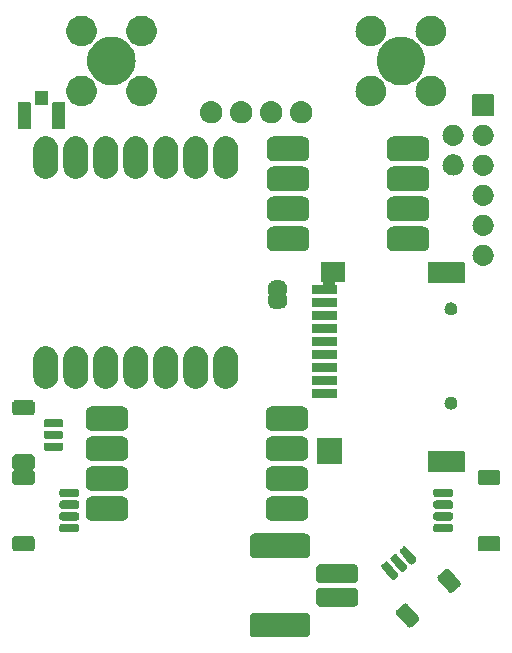
<source format=gbs>
G04 #@! TF.GenerationSoftware,KiCad,Pcbnew,7.0.7-7.0.7~ubuntu22.04.1*
G04 #@! TF.CreationDate,2024-02-20T19:32:11-08:00*
G04 #@! TF.ProjectId,v3.1-DevKitty,76332e31-2d44-4657-964b-697474792e6b,rev?*
G04 #@! TF.SameCoordinates,Original*
G04 #@! TF.FileFunction,Soldermask,Bot*
G04 #@! TF.FilePolarity,Negative*
%FSLAX46Y46*%
G04 Gerber Fmt 4.6, Leading zero omitted, Abs format (unit mm)*
G04 Created by KiCad (PCBNEW 7.0.7-7.0.7~ubuntu22.04.1) date 2024-02-20 19:32:11*
%MOMM*%
%LPD*%
G01*
G04 APERTURE LIST*
G04 APERTURE END LIST*
G36*
X4185528Y-25721748D02*
G01*
X4245960Y-25728245D01*
X4256115Y-25732032D01*
X4276330Y-25734978D01*
X4315977Y-25754360D01*
X4350241Y-25767140D01*
X4365529Y-25778584D01*
X4389993Y-25790544D01*
X4415264Y-25815815D01*
X4437522Y-25832477D01*
X4454183Y-25854734D01*
X4479456Y-25880007D01*
X4491415Y-25904471D01*
X4502859Y-25919758D01*
X4515637Y-25954017D01*
X4535022Y-25993670D01*
X4537967Y-26013886D01*
X4541754Y-26024039D01*
X4548253Y-26084489D01*
X4550999Y-26103336D01*
X4550999Y-26110027D01*
X4551000Y-26110037D01*
X4551000Y-26873850D01*
X4551000Y-27436665D01*
X4548250Y-27455538D01*
X4541754Y-27515960D01*
X4537967Y-27526110D01*
X4535022Y-27546330D01*
X4515635Y-27585986D01*
X4502859Y-27620241D01*
X4491417Y-27635525D01*
X4479456Y-27659993D01*
X4454180Y-27685268D01*
X4437522Y-27707522D01*
X4415268Y-27724180D01*
X4389993Y-27749456D01*
X4365525Y-27761417D01*
X4350241Y-27772859D01*
X4315986Y-27785635D01*
X4276330Y-27805022D01*
X4256111Y-27807967D01*
X4245960Y-27811754D01*
X4185511Y-27818253D01*
X4166664Y-27820999D01*
X4159972Y-27820999D01*
X4159963Y-27821000D01*
X-159963Y-27821000D01*
X-159963Y-27820999D01*
X-166665Y-27821000D01*
X-185536Y-27818250D01*
X-245960Y-27811754D01*
X-256110Y-27807967D01*
X-276330Y-27805022D01*
X-315986Y-27785635D01*
X-350241Y-27772859D01*
X-365525Y-27761417D01*
X-389993Y-27749456D01*
X-415268Y-27724180D01*
X-437522Y-27707522D01*
X-454180Y-27685268D01*
X-479456Y-27659993D01*
X-491417Y-27635525D01*
X-502859Y-27620241D01*
X-515635Y-27585986D01*
X-535022Y-27546330D01*
X-537967Y-27526111D01*
X-541754Y-27515960D01*
X-548252Y-27455513D01*
X-550999Y-27436664D01*
X-550999Y-27429971D01*
X-551000Y-27429962D01*
X-551000Y-26110037D01*
X-550999Y-26110036D01*
X-551000Y-26103335D01*
X-548250Y-26084464D01*
X-541754Y-26024039D01*
X-537967Y-26013887D01*
X-535022Y-25993670D01*
X-515637Y-25954017D01*
X-502859Y-25919758D01*
X-491415Y-25904471D01*
X-479456Y-25880007D01*
X-454183Y-25854734D01*
X-437522Y-25832477D01*
X-415264Y-25815815D01*
X-389993Y-25790544D01*
X-365529Y-25778584D01*
X-350241Y-25767140D01*
X-315977Y-25754360D01*
X-276330Y-25734978D01*
X-256116Y-25732033D01*
X-245960Y-25728245D01*
X-185503Y-25721745D01*
X-166664Y-25719001D01*
X-159972Y-25719000D01*
X-159963Y-25719000D01*
X4159963Y-25719000D01*
X4166665Y-25719000D01*
X4185528Y-25721748D01*
G37*
G36*
X12741189Y-24952167D02*
G01*
X12785397Y-24973897D01*
X12818984Y-24988154D01*
X12824948Y-24993338D01*
X12840461Y-25000964D01*
X12890883Y-25048616D01*
X13726507Y-26044474D01*
X13764679Y-26102404D01*
X13769495Y-26119006D01*
X13773565Y-26125780D01*
X13781772Y-26161328D01*
X13795497Y-26208642D01*
X13785856Y-26318838D01*
X13764116Y-26363065D01*
X13749868Y-26396633D01*
X13744686Y-26402593D01*
X13737059Y-26418111D01*
X13689407Y-26468533D01*
X13153175Y-26918484D01*
X13095245Y-26956656D01*
X13078640Y-26961472D01*
X13071868Y-26965542D01*
X13036324Y-26973747D01*
X12989007Y-26987474D01*
X12878811Y-26977833D01*
X12834593Y-26956097D01*
X12801015Y-26941845D01*
X12795052Y-26936661D01*
X12779539Y-26929036D01*
X12729117Y-26881384D01*
X11893493Y-25885526D01*
X11855321Y-25827596D01*
X11850505Y-25810994D01*
X11846434Y-25804219D01*
X11838224Y-25768658D01*
X11824503Y-25721358D01*
X11834144Y-25611162D01*
X11855873Y-25566956D01*
X11870131Y-25533366D01*
X11875315Y-25527401D01*
X11882941Y-25511889D01*
X11930593Y-25461467D01*
X12413633Y-25056149D01*
X12459291Y-25017837D01*
X12459294Y-25017835D01*
X12466825Y-25011516D01*
X12524755Y-24973344D01*
X12541354Y-24968528D01*
X12548131Y-24964457D01*
X12583696Y-24956245D01*
X12630993Y-24942526D01*
X12741189Y-24952167D01*
G37*
G36*
X8248443Y-23622713D02*
G01*
X8324572Y-23631855D01*
X8336928Y-23636727D01*
X8356641Y-23639850D01*
X8397024Y-23660426D01*
X8433210Y-23674696D01*
X8449961Y-23687398D01*
X8475397Y-23700359D01*
X8501582Y-23726544D01*
X8525396Y-23744603D01*
X8543454Y-23768416D01*
X8569641Y-23794603D01*
X8582601Y-23820039D01*
X8595303Y-23836789D01*
X8609570Y-23872969D01*
X8630150Y-23913359D01*
X8633272Y-23933073D01*
X8638144Y-23945427D01*
X8647283Y-24021536D01*
X8651000Y-24045000D01*
X8651000Y-24795000D01*
X8647282Y-24818469D01*
X8638144Y-24894572D01*
X8633272Y-24906924D01*
X8630150Y-24926641D01*
X8609569Y-24967033D01*
X8595303Y-25003210D01*
X8582603Y-25019957D01*
X8569641Y-25045397D01*
X8543450Y-25071587D01*
X8525396Y-25095396D01*
X8501587Y-25113450D01*
X8475397Y-25139641D01*
X8449957Y-25152603D01*
X8433210Y-25165303D01*
X8397033Y-25179569D01*
X8356641Y-25200150D01*
X8336924Y-25203272D01*
X8324572Y-25208144D01*
X8248467Y-25217283D01*
X8225000Y-25221000D01*
X5475000Y-25221000D01*
X5451533Y-25217283D01*
X5375427Y-25208144D01*
X5363073Y-25203272D01*
X5343359Y-25200150D01*
X5302969Y-25179570D01*
X5266789Y-25165303D01*
X5250039Y-25152601D01*
X5224603Y-25139641D01*
X5198416Y-25113454D01*
X5174603Y-25095396D01*
X5156544Y-25071582D01*
X5130359Y-25045397D01*
X5117398Y-25019961D01*
X5104696Y-25003210D01*
X5090426Y-24967024D01*
X5069850Y-24926641D01*
X5066727Y-24906928D01*
X5061855Y-24894572D01*
X5052712Y-24818440D01*
X5049000Y-24795000D01*
X5049000Y-24045000D01*
X5052712Y-24021559D01*
X5061855Y-23945427D01*
X5066728Y-23933069D01*
X5069850Y-23913359D01*
X5090424Y-23872978D01*
X5104696Y-23836789D01*
X5117400Y-23820035D01*
X5130359Y-23794603D01*
X5156541Y-23768420D01*
X5174603Y-23744603D01*
X5198420Y-23726541D01*
X5224603Y-23700359D01*
X5250035Y-23687400D01*
X5266789Y-23674696D01*
X5302978Y-23660424D01*
X5343359Y-23639850D01*
X5363069Y-23636728D01*
X5375427Y-23631855D01*
X5451562Y-23622712D01*
X5475000Y-23619000D01*
X8225000Y-23619000D01*
X8248443Y-23622713D01*
G37*
G36*
X16264993Y-21995344D02*
G01*
X16309201Y-22017074D01*
X16342788Y-22031331D01*
X16348752Y-22036515D01*
X16364265Y-22044141D01*
X16414687Y-22091793D01*
X17250311Y-23087651D01*
X17288483Y-23145581D01*
X17293299Y-23162183D01*
X17297369Y-23168957D01*
X17305576Y-23204505D01*
X17319301Y-23251819D01*
X17309660Y-23362015D01*
X17287920Y-23406242D01*
X17273672Y-23439810D01*
X17268490Y-23445770D01*
X17260863Y-23461288D01*
X17213211Y-23511710D01*
X16676979Y-23961661D01*
X16619049Y-23999833D01*
X16602444Y-24004649D01*
X16595672Y-24008719D01*
X16560128Y-24016924D01*
X16512811Y-24030651D01*
X16402615Y-24021010D01*
X16358397Y-23999274D01*
X16324819Y-23985022D01*
X16318856Y-23979838D01*
X16303343Y-23972213D01*
X16252921Y-23924561D01*
X15417297Y-22928703D01*
X15379125Y-22870773D01*
X15374309Y-22854171D01*
X15370238Y-22847396D01*
X15362028Y-22811835D01*
X15348307Y-22764535D01*
X15357948Y-22654339D01*
X15379677Y-22610133D01*
X15393935Y-22576543D01*
X15399119Y-22570578D01*
X15406745Y-22555066D01*
X15454397Y-22504644D01*
X15937437Y-22099326D01*
X15983095Y-22061014D01*
X15983098Y-22061012D01*
X15990629Y-22054693D01*
X16048559Y-22016521D01*
X16065158Y-22011705D01*
X16071935Y-22007634D01*
X16107500Y-21999422D01*
X16154797Y-21985703D01*
X16264993Y-21995344D01*
G37*
G36*
X8248443Y-21622713D02*
G01*
X8324572Y-21631855D01*
X8336928Y-21636727D01*
X8356641Y-21639850D01*
X8397024Y-21660426D01*
X8433210Y-21674696D01*
X8449961Y-21687398D01*
X8475397Y-21700359D01*
X8501582Y-21726544D01*
X8525396Y-21744603D01*
X8543454Y-21768416D01*
X8569641Y-21794603D01*
X8582601Y-21820039D01*
X8595303Y-21836789D01*
X8609570Y-21872969D01*
X8630150Y-21913359D01*
X8633272Y-21933073D01*
X8638144Y-21945427D01*
X8647283Y-22021536D01*
X8651000Y-22045000D01*
X8651000Y-22795000D01*
X8647282Y-22818469D01*
X8638144Y-22894572D01*
X8633272Y-22906924D01*
X8630150Y-22926641D01*
X8609569Y-22967033D01*
X8595303Y-23003210D01*
X8582603Y-23019957D01*
X8569641Y-23045397D01*
X8543450Y-23071587D01*
X8525396Y-23095396D01*
X8501587Y-23113450D01*
X8475397Y-23139641D01*
X8449957Y-23152603D01*
X8433210Y-23165303D01*
X8397033Y-23179569D01*
X8356641Y-23200150D01*
X8336924Y-23203272D01*
X8324572Y-23208144D01*
X8248467Y-23217283D01*
X8225000Y-23221000D01*
X5475000Y-23221000D01*
X5451533Y-23217283D01*
X5375427Y-23208144D01*
X5363073Y-23203272D01*
X5343359Y-23200150D01*
X5302969Y-23179570D01*
X5266789Y-23165303D01*
X5250039Y-23152601D01*
X5224603Y-23139641D01*
X5198416Y-23113454D01*
X5174603Y-23095396D01*
X5156544Y-23071582D01*
X5130359Y-23045397D01*
X5117398Y-23019961D01*
X5104696Y-23003210D01*
X5090426Y-22967024D01*
X5069850Y-22926641D01*
X5066727Y-22906928D01*
X5061855Y-22894572D01*
X5052712Y-22818440D01*
X5049000Y-22795000D01*
X5049000Y-22045000D01*
X5052712Y-22021559D01*
X5061855Y-21945427D01*
X5066728Y-21933069D01*
X5069850Y-21913359D01*
X5090424Y-21872978D01*
X5104696Y-21836789D01*
X5117400Y-21820035D01*
X5130359Y-21794603D01*
X5156541Y-21768420D01*
X5174603Y-21744603D01*
X5198420Y-21726541D01*
X5224603Y-21700359D01*
X5250035Y-21687400D01*
X5266789Y-21674696D01*
X5302978Y-21660424D01*
X5343359Y-21639850D01*
X5363069Y-21636728D01*
X5375427Y-21631855D01*
X5451562Y-21622712D01*
X5475000Y-21619000D01*
X8225000Y-21619000D01*
X8248443Y-21622713D01*
G37*
G36*
X11070103Y-21392625D02*
G01*
X11079744Y-21393469D01*
X11090990Y-21398713D01*
X11121031Y-21407469D01*
X11136650Y-21420004D01*
X11144939Y-21423870D01*
X11169438Y-21446320D01*
X11182194Y-21456558D01*
X11985679Y-22414113D01*
X11993544Y-22428449D01*
X12011399Y-22456476D01*
X12013765Y-22465307D01*
X12023401Y-22482871D01*
X12026807Y-22513983D01*
X12030018Y-22525964D01*
X12029174Y-22535599D01*
X12031938Y-22560832D01*
X12024835Y-22585202D01*
X12023992Y-22594838D01*
X12018750Y-22606077D01*
X12009993Y-22636126D01*
X11997453Y-22651749D01*
X11993591Y-22660033D01*
X11971152Y-22684519D01*
X11960904Y-22697289D01*
X11731091Y-22890125D01*
X11716751Y-22897992D01*
X11688728Y-22915845D01*
X11679896Y-22918211D01*
X11662333Y-22927847D01*
X11631220Y-22931253D01*
X11619240Y-22934464D01*
X11609604Y-22933620D01*
X11584372Y-22936384D01*
X11560002Y-22929281D01*
X11550365Y-22928438D01*
X11539122Y-22923195D01*
X11509079Y-22914439D01*
X11493458Y-22901901D01*
X11485170Y-22898037D01*
X11460671Y-22875587D01*
X11447916Y-22865350D01*
X10644431Y-21907795D01*
X10636567Y-21893462D01*
X10618710Y-21865431D01*
X10616343Y-21856597D01*
X10606709Y-21839037D01*
X10603302Y-21807928D01*
X10600091Y-21795943D01*
X10600934Y-21786302D01*
X10598172Y-21761076D01*
X10605273Y-21736710D01*
X10606117Y-21727069D01*
X10611361Y-21715821D01*
X10620117Y-21685782D01*
X10632652Y-21670162D01*
X10636518Y-21661874D01*
X10658971Y-21637371D01*
X10669206Y-21624619D01*
X10699401Y-21599282D01*
X10892740Y-21437050D01*
X10892748Y-21437044D01*
X10899019Y-21431783D01*
X10913340Y-21423926D01*
X10941381Y-21406062D01*
X10950218Y-21403694D01*
X10967777Y-21394061D01*
X10998881Y-21390654D01*
X11010869Y-21387443D01*
X11020510Y-21388286D01*
X11045738Y-21385524D01*
X11070103Y-21392625D01*
G37*
G36*
X11836148Y-20749837D02*
G01*
X11845789Y-20750681D01*
X11857035Y-20755925D01*
X11887076Y-20764681D01*
X11902695Y-20777216D01*
X11910984Y-20781082D01*
X11935483Y-20803532D01*
X11948239Y-20813770D01*
X12751724Y-21771325D01*
X12759589Y-21785661D01*
X12777444Y-21813688D01*
X12779810Y-21822519D01*
X12789446Y-21840083D01*
X12792852Y-21871195D01*
X12796063Y-21883176D01*
X12795219Y-21892811D01*
X12797983Y-21918044D01*
X12790880Y-21942414D01*
X12790037Y-21952050D01*
X12784795Y-21963289D01*
X12776038Y-21993338D01*
X12763498Y-22008961D01*
X12759636Y-22017245D01*
X12737197Y-22041731D01*
X12726949Y-22054501D01*
X12497136Y-22247337D01*
X12482796Y-22255204D01*
X12454773Y-22273057D01*
X12445941Y-22275423D01*
X12428378Y-22285059D01*
X12397265Y-22288465D01*
X12385285Y-22291676D01*
X12375649Y-22290832D01*
X12350417Y-22293596D01*
X12326047Y-22286493D01*
X12316410Y-22285650D01*
X12305167Y-22280407D01*
X12275124Y-22271651D01*
X12259503Y-22259113D01*
X12251215Y-22255249D01*
X12226716Y-22232799D01*
X12213961Y-22222562D01*
X11410476Y-21265007D01*
X11402612Y-21250674D01*
X11384755Y-21222643D01*
X11382388Y-21213809D01*
X11372754Y-21196249D01*
X11369347Y-21165140D01*
X11366136Y-21153155D01*
X11366979Y-21143514D01*
X11364217Y-21118288D01*
X11371318Y-21093922D01*
X11372162Y-21084281D01*
X11377406Y-21073033D01*
X11386162Y-21042994D01*
X11398697Y-21027374D01*
X11402563Y-21019086D01*
X11425016Y-20994583D01*
X11435251Y-20981831D01*
X11441529Y-20976563D01*
X11658785Y-20794262D01*
X11658793Y-20794256D01*
X11665064Y-20788995D01*
X11679385Y-20781138D01*
X11707426Y-20763274D01*
X11716263Y-20760906D01*
X11733822Y-20751273D01*
X11764926Y-20747866D01*
X11776914Y-20744655D01*
X11786555Y-20745498D01*
X11811783Y-20742736D01*
X11836148Y-20749837D01*
G37*
G36*
X12602192Y-20107050D02*
G01*
X12611833Y-20107894D01*
X12623079Y-20113138D01*
X12653120Y-20121894D01*
X12668739Y-20134429D01*
X12677028Y-20138295D01*
X12701527Y-20160745D01*
X12714283Y-20170983D01*
X13517768Y-21128538D01*
X13525633Y-21142874D01*
X13543488Y-21170901D01*
X13545854Y-21179732D01*
X13555490Y-21197296D01*
X13558896Y-21228408D01*
X13562107Y-21240389D01*
X13561263Y-21250024D01*
X13564027Y-21275257D01*
X13556924Y-21299627D01*
X13556081Y-21309263D01*
X13550839Y-21320502D01*
X13542082Y-21350551D01*
X13529542Y-21366174D01*
X13525680Y-21374458D01*
X13503241Y-21398944D01*
X13492993Y-21411714D01*
X13263180Y-21604550D01*
X13248840Y-21612417D01*
X13220817Y-21630270D01*
X13211985Y-21632636D01*
X13194422Y-21642272D01*
X13163309Y-21645678D01*
X13151329Y-21648889D01*
X13141693Y-21648045D01*
X13116461Y-21650809D01*
X13092091Y-21643706D01*
X13082454Y-21642863D01*
X13071211Y-21637620D01*
X13041168Y-21628864D01*
X13025547Y-21616326D01*
X13017259Y-21612462D01*
X12992760Y-21590012D01*
X12980005Y-21579775D01*
X12176520Y-20622220D01*
X12168656Y-20607887D01*
X12150799Y-20579856D01*
X12148432Y-20571022D01*
X12138798Y-20553462D01*
X12135391Y-20522353D01*
X12132180Y-20510368D01*
X12133023Y-20500727D01*
X12130261Y-20475501D01*
X12137362Y-20451135D01*
X12138206Y-20441494D01*
X12143450Y-20430246D01*
X12152206Y-20400207D01*
X12164741Y-20384587D01*
X12168607Y-20376299D01*
X12191060Y-20351796D01*
X12201295Y-20339044D01*
X12232892Y-20312531D01*
X12424829Y-20151475D01*
X12424837Y-20151469D01*
X12431108Y-20146208D01*
X12445429Y-20138351D01*
X12473470Y-20120487D01*
X12482307Y-20118119D01*
X12499866Y-20108486D01*
X12530970Y-20105079D01*
X12542958Y-20101868D01*
X12552599Y-20102711D01*
X12577827Y-20099949D01*
X12602192Y-20107050D01*
G37*
G36*
X4185528Y-19021748D02*
G01*
X4245960Y-19028245D01*
X4256115Y-19032032D01*
X4276330Y-19034978D01*
X4315977Y-19054360D01*
X4350241Y-19067140D01*
X4365529Y-19078584D01*
X4389993Y-19090544D01*
X4415264Y-19115815D01*
X4437522Y-19132477D01*
X4454183Y-19154734D01*
X4479456Y-19180007D01*
X4491415Y-19204471D01*
X4502859Y-19219758D01*
X4515637Y-19254017D01*
X4535022Y-19293670D01*
X4537967Y-19313886D01*
X4541754Y-19324039D01*
X4548253Y-19384489D01*
X4550999Y-19403336D01*
X4550999Y-19410027D01*
X4551000Y-19410037D01*
X4551000Y-20099949D01*
X4551000Y-20736665D01*
X4548250Y-20755538D01*
X4541754Y-20815960D01*
X4537967Y-20826110D01*
X4535022Y-20846330D01*
X4515635Y-20885986D01*
X4502859Y-20920241D01*
X4491417Y-20935525D01*
X4479456Y-20959993D01*
X4454180Y-20985268D01*
X4437522Y-21007522D01*
X4415268Y-21024180D01*
X4389993Y-21049456D01*
X4365525Y-21061417D01*
X4350241Y-21072859D01*
X4315986Y-21085635D01*
X4276330Y-21105022D01*
X4256111Y-21107967D01*
X4245960Y-21111754D01*
X4185511Y-21118253D01*
X4166664Y-21120999D01*
X4159972Y-21120999D01*
X4159963Y-21121000D01*
X-159963Y-21121000D01*
X-159963Y-21120999D01*
X-166665Y-21121000D01*
X-185536Y-21118250D01*
X-245960Y-21111754D01*
X-256110Y-21107967D01*
X-276330Y-21105022D01*
X-315986Y-21085635D01*
X-350241Y-21072859D01*
X-365525Y-21061417D01*
X-389993Y-21049456D01*
X-415268Y-21024180D01*
X-437522Y-21007522D01*
X-454180Y-20985268D01*
X-479456Y-20959993D01*
X-491417Y-20935525D01*
X-502859Y-20920241D01*
X-515635Y-20885986D01*
X-535022Y-20846330D01*
X-537967Y-20826111D01*
X-541754Y-20815960D01*
X-548252Y-20755513D01*
X-550999Y-20736664D01*
X-550999Y-20729971D01*
X-551000Y-20729962D01*
X-551000Y-19410037D01*
X-550999Y-19410036D01*
X-551000Y-19403335D01*
X-548250Y-19384464D01*
X-541754Y-19324039D01*
X-537967Y-19313887D01*
X-535022Y-19293670D01*
X-515637Y-19254017D01*
X-502859Y-19219758D01*
X-491415Y-19204471D01*
X-479456Y-19180007D01*
X-454183Y-19154734D01*
X-437522Y-19132477D01*
X-415264Y-19115815D01*
X-389993Y-19090544D01*
X-365529Y-19078584D01*
X-350241Y-19067140D01*
X-315977Y-19054360D01*
X-276330Y-19034978D01*
X-256116Y-19032033D01*
X-245960Y-19028245D01*
X-185503Y-19021745D01*
X-166664Y-19019001D01*
X-159972Y-19019000D01*
X-159963Y-19019000D01*
X4159963Y-19019000D01*
X4166665Y-19019000D01*
X4185528Y-19021748D01*
G37*
G36*
X-18986086Y-19226995D02*
G01*
X-18970274Y-19233976D01*
X-18962468Y-19235213D01*
X-18929953Y-19251780D01*
X-18884894Y-19271676D01*
X-18806676Y-19349894D01*
X-18786780Y-19394953D01*
X-18770213Y-19427468D01*
X-18768976Y-19435274D01*
X-18761995Y-19451086D01*
X-18754000Y-19520000D01*
X-18754000Y-20220000D01*
X-18761995Y-20288914D01*
X-18768976Y-20304726D01*
X-18770213Y-20312531D01*
X-18786776Y-20345039D01*
X-18806676Y-20390106D01*
X-18884894Y-20468324D01*
X-18929967Y-20488226D01*
X-18962468Y-20504786D01*
X-18970270Y-20506021D01*
X-18986086Y-20513005D01*
X-19055000Y-20521000D01*
X-20355000Y-20521000D01*
X-20423914Y-20513005D01*
X-20439729Y-20506021D01*
X-20447531Y-20504786D01*
X-20480024Y-20488229D01*
X-20525106Y-20468324D01*
X-20603324Y-20390106D01*
X-20623229Y-20345024D01*
X-20639786Y-20312531D01*
X-20641021Y-20304729D01*
X-20648005Y-20288914D01*
X-20656000Y-20220000D01*
X-20656000Y-19520000D01*
X-20648005Y-19451086D01*
X-20641021Y-19435270D01*
X-20639786Y-19427468D01*
X-20623226Y-19394967D01*
X-20603324Y-19349894D01*
X-20525106Y-19271676D01*
X-20480039Y-19251776D01*
X-20447531Y-19235213D01*
X-20439726Y-19233976D01*
X-20423914Y-19226995D01*
X-20355000Y-19219000D01*
X-19055000Y-19219000D01*
X-18986086Y-19226995D01*
G37*
G36*
X20423914Y-19226995D02*
G01*
X20439726Y-19233976D01*
X20447531Y-19235213D01*
X20480039Y-19251776D01*
X20525106Y-19271676D01*
X20603324Y-19349894D01*
X20623226Y-19394967D01*
X20639786Y-19427468D01*
X20641021Y-19435270D01*
X20648005Y-19451086D01*
X20656000Y-19520000D01*
X20656000Y-20220000D01*
X20648005Y-20288914D01*
X20641021Y-20304729D01*
X20639786Y-20312531D01*
X20623229Y-20345024D01*
X20603324Y-20390106D01*
X20525106Y-20468324D01*
X20480024Y-20488229D01*
X20447531Y-20504786D01*
X20439729Y-20506021D01*
X20423914Y-20513005D01*
X20355000Y-20521000D01*
X19055000Y-20521000D01*
X18986086Y-20513005D01*
X18970270Y-20506021D01*
X18962468Y-20504786D01*
X18929967Y-20488226D01*
X18884894Y-20468324D01*
X18806676Y-20390106D01*
X18786776Y-20345039D01*
X18770213Y-20312531D01*
X18768976Y-20304726D01*
X18761995Y-20288914D01*
X18754000Y-20220000D01*
X18754000Y-19520000D01*
X18761995Y-19451086D01*
X18768976Y-19435274D01*
X18770213Y-19427468D01*
X18786780Y-19394953D01*
X18806676Y-19349894D01*
X18884894Y-19271676D01*
X18929953Y-19251780D01*
X18962468Y-19235213D01*
X18970274Y-19233976D01*
X18986086Y-19226995D01*
X19055000Y-19219000D01*
X20355000Y-19219000D01*
X20423914Y-19226995D01*
G37*
G36*
X-15188961Y-18222190D02*
G01*
X-15156012Y-18226528D01*
X-15147723Y-18230392D01*
X-15128081Y-18234300D01*
X-15102063Y-18251684D01*
X-15090819Y-18256928D01*
X-15083977Y-18263769D01*
X-15062872Y-18277872D01*
X-15048769Y-18298977D01*
X-15041928Y-18305819D01*
X-15036684Y-18317063D01*
X-15019300Y-18343081D01*
X-15015392Y-18362723D01*
X-15011528Y-18371012D01*
X-15007190Y-18403961D01*
X-15004000Y-18420000D01*
X-15004000Y-18720000D01*
X-15007190Y-18736040D01*
X-15011528Y-18768987D01*
X-15015392Y-18777274D01*
X-15019300Y-18796919D01*
X-15036686Y-18822938D01*
X-15041928Y-18834180D01*
X-15048767Y-18841019D01*
X-15062872Y-18862128D01*
X-15083980Y-18876232D01*
X-15090819Y-18883071D01*
X-15102058Y-18888312D01*
X-15128081Y-18905700D01*
X-15147727Y-18909607D01*
X-15156012Y-18913471D01*
X-15188946Y-18917806D01*
X-15205000Y-18921000D01*
X-16455000Y-18921000D01*
X-16471054Y-18917806D01*
X-16503987Y-18913471D01*
X-16512270Y-18909608D01*
X-16531919Y-18905700D01*
X-16557943Y-18888310D01*
X-16569180Y-18883071D01*
X-16576016Y-18876234D01*
X-16597128Y-18862128D01*
X-16611234Y-18841016D01*
X-16618071Y-18834180D01*
X-16623310Y-18822943D01*
X-16640700Y-18796919D01*
X-16644608Y-18777270D01*
X-16648471Y-18768987D01*
X-16652806Y-18736054D01*
X-16656000Y-18720000D01*
X-16656000Y-18420000D01*
X-16652806Y-18403946D01*
X-16648471Y-18371012D01*
X-16644607Y-18362727D01*
X-16640700Y-18343081D01*
X-16623312Y-18317058D01*
X-16618071Y-18305819D01*
X-16611232Y-18298980D01*
X-16597128Y-18277872D01*
X-16576019Y-18263767D01*
X-16569180Y-18256928D01*
X-16557938Y-18251686D01*
X-16531919Y-18234300D01*
X-16512274Y-18230392D01*
X-16503987Y-18226528D01*
X-16471040Y-18222190D01*
X-16455000Y-18219000D01*
X-15205000Y-18219000D01*
X-15188961Y-18222190D01*
G37*
G36*
X16471040Y-18222190D02*
G01*
X16503987Y-18226528D01*
X16512274Y-18230392D01*
X16531919Y-18234300D01*
X16557938Y-18251686D01*
X16569180Y-18256928D01*
X16576019Y-18263767D01*
X16597128Y-18277872D01*
X16611232Y-18298980D01*
X16618071Y-18305819D01*
X16623312Y-18317058D01*
X16640700Y-18343081D01*
X16644607Y-18362727D01*
X16648471Y-18371012D01*
X16652806Y-18403946D01*
X16656000Y-18420000D01*
X16656000Y-18720000D01*
X16652806Y-18736054D01*
X16648471Y-18768987D01*
X16644608Y-18777270D01*
X16640700Y-18796919D01*
X16623310Y-18822943D01*
X16618071Y-18834180D01*
X16611234Y-18841016D01*
X16597128Y-18862128D01*
X16576016Y-18876234D01*
X16569180Y-18883071D01*
X16557943Y-18888310D01*
X16531919Y-18905700D01*
X16512270Y-18909608D01*
X16503987Y-18913471D01*
X16471054Y-18917806D01*
X16455000Y-18921000D01*
X15205000Y-18921000D01*
X15188946Y-18917806D01*
X15156012Y-18913471D01*
X15147727Y-18909607D01*
X15128081Y-18905700D01*
X15102058Y-18888312D01*
X15090819Y-18883071D01*
X15083980Y-18876232D01*
X15062872Y-18862128D01*
X15048767Y-18841019D01*
X15041928Y-18834180D01*
X15036686Y-18822938D01*
X15019300Y-18796919D01*
X15015392Y-18777274D01*
X15011528Y-18768987D01*
X15007190Y-18736040D01*
X15004000Y-18720000D01*
X15004000Y-18420000D01*
X15007190Y-18403961D01*
X15011528Y-18371012D01*
X15015392Y-18362723D01*
X15019300Y-18343081D01*
X15036684Y-18317063D01*
X15041928Y-18305819D01*
X15048769Y-18298977D01*
X15062872Y-18277872D01*
X15083977Y-18263769D01*
X15090819Y-18256928D01*
X15102063Y-18251684D01*
X15128081Y-18234300D01*
X15147723Y-18230392D01*
X15156012Y-18226528D01*
X15188961Y-18222190D01*
X15205000Y-18219000D01*
X16455000Y-18219000D01*
X16471040Y-18222190D01*
G37*
G36*
X-11362382Y-15861115D02*
G01*
X-11282671Y-15868359D01*
X-11270507Y-15872149D01*
X-11249543Y-15874667D01*
X-11201008Y-15893806D01*
X-11154240Y-15908380D01*
X-11135831Y-15919508D01*
X-11109949Y-15929715D01*
X-11074580Y-15956535D01*
X-11040755Y-15976984D01*
X-11019228Y-15998510D01*
X-10990384Y-16020384D01*
X-10968510Y-16049228D01*
X-10946984Y-16070755D01*
X-10926535Y-16104580D01*
X-10899715Y-16139949D01*
X-10889508Y-16165831D01*
X-10878380Y-16184240D01*
X-10863806Y-16231008D01*
X-10844667Y-16279543D01*
X-10842149Y-16300507D01*
X-10838359Y-16312671D01*
X-10831115Y-16392382D01*
X-10829000Y-16410000D01*
X-10829000Y-17410000D01*
X-10831116Y-17427620D01*
X-10838359Y-17507328D01*
X-10842149Y-17519490D01*
X-10844667Y-17540457D01*
X-10863807Y-17588994D01*
X-10878380Y-17635759D01*
X-10889507Y-17654166D01*
X-10899715Y-17680051D01*
X-10926538Y-17715423D01*
X-10946984Y-17749244D01*
X-10968507Y-17770767D01*
X-10990384Y-17799616D01*
X-11019232Y-17821492D01*
X-11040755Y-17843015D01*
X-11074573Y-17863459D01*
X-11109949Y-17890285D01*
X-11135835Y-17900493D01*
X-11154240Y-17911619D01*
X-11200996Y-17926189D01*
X-11249543Y-17945333D01*
X-11270512Y-17947851D01*
X-11282671Y-17951640D01*
X-11362348Y-17958880D01*
X-11380000Y-17961000D01*
X-13880000Y-17961000D01*
X-13897654Y-17958879D01*
X-13977328Y-17951640D01*
X-13989485Y-17947851D01*
X-14010457Y-17945333D01*
X-14059007Y-17926187D01*
X-14105759Y-17911619D01*
X-14124161Y-17900494D01*
X-14150051Y-17890285D01*
X-14185430Y-17863456D01*
X-14219244Y-17843015D01*
X-14240763Y-17821495D01*
X-14269616Y-17799616D01*
X-14291495Y-17770763D01*
X-14313015Y-17749244D01*
X-14333456Y-17715430D01*
X-14360285Y-17680051D01*
X-14370494Y-17654161D01*
X-14381619Y-17635759D01*
X-14396187Y-17589007D01*
X-14415333Y-17540457D01*
X-14417851Y-17519485D01*
X-14421640Y-17507328D01*
X-14428879Y-17427654D01*
X-14431000Y-17410000D01*
X-14431000Y-16410000D01*
X-14428880Y-16392348D01*
X-14421640Y-16312671D01*
X-14417851Y-16300512D01*
X-14415333Y-16279543D01*
X-14396189Y-16230996D01*
X-14381619Y-16184240D01*
X-14370493Y-16165835D01*
X-14360285Y-16139949D01*
X-14333459Y-16104573D01*
X-14313015Y-16070755D01*
X-14291492Y-16049232D01*
X-14269616Y-16020384D01*
X-14240767Y-15998507D01*
X-14219244Y-15976984D01*
X-14185423Y-15956538D01*
X-14150051Y-15929715D01*
X-14124166Y-15919507D01*
X-14105759Y-15908380D01*
X-14058994Y-15893807D01*
X-14010457Y-15874667D01*
X-13989490Y-15872149D01*
X-13977328Y-15868359D01*
X-13897620Y-15861116D01*
X-13880000Y-15859000D01*
X-11380000Y-15859000D01*
X-11362382Y-15861115D01*
G37*
G36*
X3877620Y-15861116D02*
G01*
X3957328Y-15868359D01*
X3969490Y-15872149D01*
X3990457Y-15874667D01*
X4038994Y-15893807D01*
X4085759Y-15908380D01*
X4104166Y-15919507D01*
X4130051Y-15929715D01*
X4165423Y-15956538D01*
X4199244Y-15976984D01*
X4220767Y-15998507D01*
X4249616Y-16020384D01*
X4271492Y-16049232D01*
X4293015Y-16070755D01*
X4313459Y-16104573D01*
X4340285Y-16139949D01*
X4350493Y-16165835D01*
X4361619Y-16184240D01*
X4376189Y-16230996D01*
X4395333Y-16279543D01*
X4397851Y-16300512D01*
X4401640Y-16312671D01*
X4408880Y-16392348D01*
X4411000Y-16410000D01*
X4411000Y-17410000D01*
X4408879Y-17427654D01*
X4401640Y-17507328D01*
X4397851Y-17519485D01*
X4395333Y-17540457D01*
X4376187Y-17589007D01*
X4361619Y-17635759D01*
X4350494Y-17654161D01*
X4340285Y-17680051D01*
X4313456Y-17715430D01*
X4293015Y-17749244D01*
X4271495Y-17770763D01*
X4249616Y-17799616D01*
X4220763Y-17821495D01*
X4199244Y-17843015D01*
X4165430Y-17863456D01*
X4130051Y-17890285D01*
X4104161Y-17900494D01*
X4085759Y-17911619D01*
X4039007Y-17926187D01*
X3990457Y-17945333D01*
X3969485Y-17947851D01*
X3957328Y-17951640D01*
X3877654Y-17958879D01*
X3860000Y-17961000D01*
X1360000Y-17961000D01*
X1342348Y-17958880D01*
X1262671Y-17951640D01*
X1250512Y-17947851D01*
X1229543Y-17945333D01*
X1180996Y-17926189D01*
X1134240Y-17911619D01*
X1115835Y-17900493D01*
X1089949Y-17890285D01*
X1054573Y-17863459D01*
X1020755Y-17843015D01*
X999232Y-17821492D01*
X970384Y-17799616D01*
X948507Y-17770767D01*
X926984Y-17749244D01*
X906538Y-17715423D01*
X879715Y-17680051D01*
X869507Y-17654166D01*
X858380Y-17635759D01*
X843807Y-17588994D01*
X824667Y-17540457D01*
X822149Y-17519490D01*
X818359Y-17507328D01*
X811116Y-17427620D01*
X809000Y-17410000D01*
X809000Y-16410000D01*
X811115Y-16392382D01*
X818359Y-16312671D01*
X822149Y-16300507D01*
X824667Y-16279543D01*
X843806Y-16231008D01*
X858380Y-16184240D01*
X869508Y-16165831D01*
X879715Y-16139949D01*
X906535Y-16104580D01*
X926984Y-16070755D01*
X948510Y-16049228D01*
X970384Y-16020384D01*
X999228Y-15998510D01*
X1020755Y-15976984D01*
X1054580Y-15956535D01*
X1089949Y-15929715D01*
X1115831Y-15919508D01*
X1134240Y-15908380D01*
X1181008Y-15893806D01*
X1229543Y-15874667D01*
X1250507Y-15872149D01*
X1262671Y-15868359D01*
X1342382Y-15861115D01*
X1360000Y-15859000D01*
X3860000Y-15859000D01*
X3877620Y-15861116D01*
G37*
G36*
X-15188961Y-17222190D02*
G01*
X-15156012Y-17226528D01*
X-15147723Y-17230392D01*
X-15128081Y-17234300D01*
X-15102063Y-17251684D01*
X-15090819Y-17256928D01*
X-15083977Y-17263769D01*
X-15062872Y-17277872D01*
X-15048769Y-17298977D01*
X-15041928Y-17305819D01*
X-15036684Y-17317063D01*
X-15019300Y-17343081D01*
X-15015392Y-17362723D01*
X-15011528Y-17371012D01*
X-15007190Y-17403961D01*
X-15004000Y-17420000D01*
X-15004000Y-17720000D01*
X-15007190Y-17736040D01*
X-15011528Y-17768987D01*
X-15015392Y-17777274D01*
X-15019300Y-17796919D01*
X-15036686Y-17822938D01*
X-15041928Y-17834180D01*
X-15048767Y-17841019D01*
X-15062872Y-17862128D01*
X-15083980Y-17876232D01*
X-15090819Y-17883071D01*
X-15102058Y-17888312D01*
X-15128081Y-17905700D01*
X-15147727Y-17909607D01*
X-15156012Y-17913471D01*
X-15188946Y-17917806D01*
X-15205000Y-17921000D01*
X-16455000Y-17921000D01*
X-16471054Y-17917806D01*
X-16503987Y-17913471D01*
X-16512270Y-17909608D01*
X-16531919Y-17905700D01*
X-16557943Y-17888310D01*
X-16569180Y-17883071D01*
X-16576016Y-17876234D01*
X-16597128Y-17862128D01*
X-16611234Y-17841016D01*
X-16618071Y-17834180D01*
X-16623310Y-17822943D01*
X-16640700Y-17796919D01*
X-16644608Y-17777270D01*
X-16648471Y-17768987D01*
X-16652806Y-17736054D01*
X-16656000Y-17720000D01*
X-16656000Y-17420000D01*
X-16652806Y-17403946D01*
X-16648471Y-17371012D01*
X-16644607Y-17362727D01*
X-16640700Y-17343081D01*
X-16623312Y-17317058D01*
X-16618071Y-17305819D01*
X-16611232Y-17298980D01*
X-16597128Y-17277872D01*
X-16576019Y-17263767D01*
X-16569180Y-17256928D01*
X-16557938Y-17251686D01*
X-16531919Y-17234300D01*
X-16512274Y-17230392D01*
X-16503987Y-17226528D01*
X-16471040Y-17222190D01*
X-16455000Y-17219000D01*
X-15205000Y-17219000D01*
X-15188961Y-17222190D01*
G37*
G36*
X16471040Y-17222190D02*
G01*
X16503987Y-17226528D01*
X16512274Y-17230392D01*
X16531919Y-17234300D01*
X16557938Y-17251686D01*
X16569180Y-17256928D01*
X16576019Y-17263767D01*
X16597128Y-17277872D01*
X16611232Y-17298980D01*
X16618071Y-17305819D01*
X16623312Y-17317058D01*
X16640700Y-17343081D01*
X16644607Y-17362727D01*
X16648471Y-17371012D01*
X16652806Y-17403946D01*
X16656000Y-17420000D01*
X16656000Y-17720000D01*
X16652806Y-17736054D01*
X16648471Y-17768987D01*
X16644608Y-17777270D01*
X16640700Y-17796919D01*
X16623310Y-17822943D01*
X16618071Y-17834180D01*
X16611234Y-17841016D01*
X16597128Y-17862128D01*
X16576016Y-17876234D01*
X16569180Y-17883071D01*
X16557943Y-17888310D01*
X16531919Y-17905700D01*
X16512270Y-17909608D01*
X16503987Y-17913471D01*
X16471054Y-17917806D01*
X16455000Y-17921000D01*
X15205000Y-17921000D01*
X15188946Y-17917806D01*
X15156012Y-17913471D01*
X15147727Y-17909607D01*
X15128081Y-17905700D01*
X15102058Y-17888312D01*
X15090819Y-17883071D01*
X15083980Y-17876232D01*
X15062872Y-17862128D01*
X15048767Y-17841019D01*
X15041928Y-17834180D01*
X15036686Y-17822938D01*
X15019300Y-17796919D01*
X15015392Y-17777274D01*
X15011528Y-17768987D01*
X15007190Y-17736040D01*
X15004000Y-17720000D01*
X15004000Y-17420000D01*
X15007190Y-17403961D01*
X15011528Y-17371012D01*
X15015392Y-17362723D01*
X15019300Y-17343081D01*
X15036684Y-17317063D01*
X15041928Y-17305819D01*
X15048769Y-17298977D01*
X15062872Y-17277872D01*
X15083977Y-17263769D01*
X15090819Y-17256928D01*
X15102063Y-17251684D01*
X15128081Y-17234300D01*
X15147723Y-17230392D01*
X15156012Y-17226528D01*
X15188961Y-17222190D01*
X15205000Y-17219000D01*
X16455000Y-17219000D01*
X16471040Y-17222190D01*
G37*
G36*
X-15188961Y-16222190D02*
G01*
X-15156012Y-16226528D01*
X-15147723Y-16230392D01*
X-15128081Y-16234300D01*
X-15102063Y-16251684D01*
X-15090819Y-16256928D01*
X-15083977Y-16263769D01*
X-15062872Y-16277872D01*
X-15048769Y-16298977D01*
X-15041928Y-16305819D01*
X-15036684Y-16317063D01*
X-15019300Y-16343081D01*
X-15015392Y-16362723D01*
X-15011528Y-16371012D01*
X-15007190Y-16403961D01*
X-15004000Y-16420000D01*
X-15004000Y-16720000D01*
X-15007190Y-16736040D01*
X-15011528Y-16768987D01*
X-15015392Y-16777274D01*
X-15019300Y-16796919D01*
X-15036686Y-16822938D01*
X-15041928Y-16834180D01*
X-15048767Y-16841019D01*
X-15062872Y-16862128D01*
X-15083980Y-16876232D01*
X-15090819Y-16883071D01*
X-15102058Y-16888312D01*
X-15128081Y-16905700D01*
X-15147727Y-16909607D01*
X-15156012Y-16913471D01*
X-15188946Y-16917806D01*
X-15205000Y-16921000D01*
X-16455000Y-16921000D01*
X-16471054Y-16917806D01*
X-16503987Y-16913471D01*
X-16512270Y-16909608D01*
X-16531919Y-16905700D01*
X-16557943Y-16888310D01*
X-16569180Y-16883071D01*
X-16576016Y-16876234D01*
X-16597128Y-16862128D01*
X-16611234Y-16841016D01*
X-16618071Y-16834180D01*
X-16623310Y-16822943D01*
X-16640700Y-16796919D01*
X-16644608Y-16777270D01*
X-16648471Y-16768987D01*
X-16652806Y-16736054D01*
X-16656000Y-16720000D01*
X-16656000Y-16420000D01*
X-16652806Y-16403946D01*
X-16648471Y-16371012D01*
X-16644607Y-16362727D01*
X-16640700Y-16343081D01*
X-16623312Y-16317058D01*
X-16618071Y-16305819D01*
X-16611232Y-16298980D01*
X-16597128Y-16277872D01*
X-16576019Y-16263767D01*
X-16569180Y-16256928D01*
X-16557938Y-16251686D01*
X-16531919Y-16234300D01*
X-16512274Y-16230392D01*
X-16503987Y-16226528D01*
X-16471040Y-16222190D01*
X-16455000Y-16219000D01*
X-15205000Y-16219000D01*
X-15188961Y-16222190D01*
G37*
G36*
X16471040Y-16222190D02*
G01*
X16503987Y-16226528D01*
X16512274Y-16230392D01*
X16531919Y-16234300D01*
X16557938Y-16251686D01*
X16569180Y-16256928D01*
X16576019Y-16263767D01*
X16597128Y-16277872D01*
X16611232Y-16298980D01*
X16618071Y-16305819D01*
X16623312Y-16317058D01*
X16640700Y-16343081D01*
X16644607Y-16362727D01*
X16648471Y-16371012D01*
X16652806Y-16403946D01*
X16656000Y-16420000D01*
X16656000Y-16720000D01*
X16652806Y-16736054D01*
X16648471Y-16768987D01*
X16644608Y-16777270D01*
X16640700Y-16796919D01*
X16623310Y-16822943D01*
X16618071Y-16834180D01*
X16611234Y-16841016D01*
X16597128Y-16862128D01*
X16576016Y-16876234D01*
X16569180Y-16883071D01*
X16557943Y-16888310D01*
X16531919Y-16905700D01*
X16512270Y-16909608D01*
X16503987Y-16913471D01*
X16471054Y-16917806D01*
X16455000Y-16921000D01*
X15205000Y-16921000D01*
X15188946Y-16917806D01*
X15156012Y-16913471D01*
X15147727Y-16909607D01*
X15128081Y-16905700D01*
X15102058Y-16888312D01*
X15090819Y-16883071D01*
X15083980Y-16876232D01*
X15062872Y-16862128D01*
X15048767Y-16841019D01*
X15041928Y-16834180D01*
X15036686Y-16822938D01*
X15019300Y-16796919D01*
X15015392Y-16777274D01*
X15011528Y-16768987D01*
X15007190Y-16736040D01*
X15004000Y-16720000D01*
X15004000Y-16420000D01*
X15007190Y-16403961D01*
X15011528Y-16371012D01*
X15015392Y-16362723D01*
X15019300Y-16343081D01*
X15036684Y-16317063D01*
X15041928Y-16305819D01*
X15048769Y-16298977D01*
X15062872Y-16277872D01*
X15083977Y-16263769D01*
X15090819Y-16256928D01*
X15102063Y-16251684D01*
X15128081Y-16234300D01*
X15147723Y-16230392D01*
X15156012Y-16226528D01*
X15188961Y-16222190D01*
X15205000Y-16219000D01*
X16455000Y-16219000D01*
X16471040Y-16222190D01*
G37*
G36*
X-15188961Y-15222190D02*
G01*
X-15156012Y-15226528D01*
X-15147723Y-15230392D01*
X-15128081Y-15234300D01*
X-15102063Y-15251684D01*
X-15090819Y-15256928D01*
X-15083977Y-15263769D01*
X-15062872Y-15277872D01*
X-15048769Y-15298977D01*
X-15041928Y-15305819D01*
X-15036684Y-15317063D01*
X-15019300Y-15343081D01*
X-15015392Y-15362723D01*
X-15011528Y-15371012D01*
X-15007190Y-15403961D01*
X-15004000Y-15420000D01*
X-15004000Y-15720000D01*
X-15007190Y-15736040D01*
X-15011528Y-15768987D01*
X-15015392Y-15777274D01*
X-15019300Y-15796919D01*
X-15036686Y-15822938D01*
X-15041928Y-15834180D01*
X-15048767Y-15841019D01*
X-15062872Y-15862128D01*
X-15083980Y-15876232D01*
X-15090819Y-15883071D01*
X-15102058Y-15888312D01*
X-15128081Y-15905700D01*
X-15147727Y-15909607D01*
X-15156012Y-15913471D01*
X-15188946Y-15917806D01*
X-15205000Y-15921000D01*
X-16455000Y-15921000D01*
X-16471054Y-15917806D01*
X-16503987Y-15913471D01*
X-16512270Y-15909608D01*
X-16531919Y-15905700D01*
X-16557943Y-15888310D01*
X-16569180Y-15883071D01*
X-16576016Y-15876234D01*
X-16597128Y-15862128D01*
X-16611234Y-15841016D01*
X-16618071Y-15834180D01*
X-16623310Y-15822943D01*
X-16640700Y-15796919D01*
X-16644608Y-15777270D01*
X-16648471Y-15768987D01*
X-16652806Y-15736054D01*
X-16656000Y-15720000D01*
X-16656000Y-15420000D01*
X-16652806Y-15403946D01*
X-16648471Y-15371012D01*
X-16644607Y-15362727D01*
X-16640700Y-15343081D01*
X-16623312Y-15317058D01*
X-16618071Y-15305819D01*
X-16611232Y-15298980D01*
X-16597128Y-15277872D01*
X-16576019Y-15263767D01*
X-16569180Y-15256928D01*
X-16557938Y-15251686D01*
X-16531919Y-15234300D01*
X-16512274Y-15230392D01*
X-16503987Y-15226528D01*
X-16471040Y-15222190D01*
X-16455000Y-15219000D01*
X-15205000Y-15219000D01*
X-15188961Y-15222190D01*
G37*
G36*
X16471040Y-15222190D02*
G01*
X16503987Y-15226528D01*
X16512274Y-15230392D01*
X16531919Y-15234300D01*
X16557938Y-15251686D01*
X16569180Y-15256928D01*
X16576019Y-15263767D01*
X16597128Y-15277872D01*
X16611232Y-15298980D01*
X16618071Y-15305819D01*
X16623312Y-15317058D01*
X16640700Y-15343081D01*
X16644607Y-15362727D01*
X16648471Y-15371012D01*
X16652806Y-15403946D01*
X16656000Y-15420000D01*
X16656000Y-15720000D01*
X16652806Y-15736054D01*
X16648471Y-15768987D01*
X16644608Y-15777270D01*
X16640700Y-15796919D01*
X16623310Y-15822943D01*
X16618071Y-15834180D01*
X16611234Y-15841016D01*
X16597128Y-15862128D01*
X16576016Y-15876234D01*
X16569180Y-15883071D01*
X16557943Y-15888310D01*
X16531919Y-15905700D01*
X16512270Y-15909608D01*
X16503987Y-15913471D01*
X16471054Y-15917806D01*
X16455000Y-15921000D01*
X15205000Y-15921000D01*
X15188946Y-15917806D01*
X15156012Y-15913471D01*
X15147727Y-15909607D01*
X15128081Y-15905700D01*
X15102058Y-15888312D01*
X15090819Y-15883071D01*
X15083980Y-15876232D01*
X15062872Y-15862128D01*
X15048767Y-15841019D01*
X15041928Y-15834180D01*
X15036686Y-15822938D01*
X15019300Y-15796919D01*
X15015392Y-15777274D01*
X15011528Y-15768987D01*
X15007190Y-15736040D01*
X15004000Y-15720000D01*
X15004000Y-15420000D01*
X15007190Y-15403961D01*
X15011528Y-15371012D01*
X15015392Y-15362723D01*
X15019300Y-15343081D01*
X15036684Y-15317063D01*
X15041928Y-15305819D01*
X15048769Y-15298977D01*
X15062872Y-15277872D01*
X15083977Y-15263769D01*
X15090819Y-15256928D01*
X15102063Y-15251684D01*
X15128081Y-15234300D01*
X15147723Y-15230392D01*
X15156012Y-15226528D01*
X15188961Y-15222190D01*
X15205000Y-15219000D01*
X16455000Y-15219000D01*
X16471040Y-15222190D01*
G37*
G36*
X-11362382Y-13321115D02*
G01*
X-11282671Y-13328359D01*
X-11270507Y-13332149D01*
X-11249543Y-13334667D01*
X-11201008Y-13353806D01*
X-11154240Y-13368380D01*
X-11135831Y-13379508D01*
X-11109949Y-13389715D01*
X-11074580Y-13416535D01*
X-11040755Y-13436984D01*
X-11019228Y-13458510D01*
X-10990384Y-13480384D01*
X-10968510Y-13509228D01*
X-10946984Y-13530755D01*
X-10926535Y-13564580D01*
X-10899715Y-13599949D01*
X-10889508Y-13625831D01*
X-10878380Y-13644240D01*
X-10863806Y-13691008D01*
X-10844667Y-13739543D01*
X-10842149Y-13760507D01*
X-10838359Y-13772671D01*
X-10831115Y-13852382D01*
X-10829000Y-13870000D01*
X-10829000Y-14870000D01*
X-10831116Y-14887620D01*
X-10838359Y-14967328D01*
X-10842149Y-14979490D01*
X-10844667Y-15000457D01*
X-10863807Y-15048994D01*
X-10878380Y-15095759D01*
X-10889507Y-15114166D01*
X-10899715Y-15140051D01*
X-10926538Y-15175423D01*
X-10946984Y-15209244D01*
X-10968507Y-15230767D01*
X-10990384Y-15259616D01*
X-11019232Y-15281492D01*
X-11040755Y-15303015D01*
X-11074573Y-15323459D01*
X-11109949Y-15350285D01*
X-11135835Y-15360493D01*
X-11154240Y-15371619D01*
X-11200996Y-15386189D01*
X-11249543Y-15405333D01*
X-11270512Y-15407851D01*
X-11282671Y-15411640D01*
X-11362348Y-15418880D01*
X-11380000Y-15421000D01*
X-13880000Y-15421000D01*
X-13897654Y-15418879D01*
X-13977328Y-15411640D01*
X-13989485Y-15407851D01*
X-14010457Y-15405333D01*
X-14059007Y-15386187D01*
X-14105759Y-15371619D01*
X-14124161Y-15360494D01*
X-14150051Y-15350285D01*
X-14185430Y-15323456D01*
X-14219244Y-15303015D01*
X-14240763Y-15281495D01*
X-14269616Y-15259616D01*
X-14291495Y-15230763D01*
X-14313015Y-15209244D01*
X-14333456Y-15175430D01*
X-14360285Y-15140051D01*
X-14370494Y-15114161D01*
X-14381619Y-15095759D01*
X-14396187Y-15049007D01*
X-14415333Y-15000457D01*
X-14417851Y-14979485D01*
X-14421640Y-14967328D01*
X-14428879Y-14887654D01*
X-14431000Y-14870000D01*
X-14431000Y-13870000D01*
X-14428880Y-13852348D01*
X-14421640Y-13772671D01*
X-14417851Y-13760512D01*
X-14415333Y-13739543D01*
X-14396189Y-13690996D01*
X-14381619Y-13644240D01*
X-14370493Y-13625835D01*
X-14360285Y-13599949D01*
X-14333459Y-13564573D01*
X-14313015Y-13530755D01*
X-14291492Y-13509232D01*
X-14269616Y-13480384D01*
X-14240767Y-13458507D01*
X-14219244Y-13436984D01*
X-14185423Y-13416538D01*
X-14150051Y-13389715D01*
X-14124166Y-13379507D01*
X-14105759Y-13368380D01*
X-14058994Y-13353807D01*
X-14010457Y-13334667D01*
X-13989490Y-13332149D01*
X-13977328Y-13328359D01*
X-13897620Y-13321116D01*
X-13880000Y-13319000D01*
X-11380000Y-13319000D01*
X-11362382Y-13321115D01*
G37*
G36*
X3877620Y-13321116D02*
G01*
X3957328Y-13328359D01*
X3969490Y-13332149D01*
X3990457Y-13334667D01*
X4038994Y-13353807D01*
X4085759Y-13368380D01*
X4104166Y-13379507D01*
X4130051Y-13389715D01*
X4165423Y-13416538D01*
X4199244Y-13436984D01*
X4220767Y-13458507D01*
X4249616Y-13480384D01*
X4271492Y-13509232D01*
X4293015Y-13530755D01*
X4313459Y-13564573D01*
X4340285Y-13599949D01*
X4350493Y-13625835D01*
X4361619Y-13644240D01*
X4376189Y-13690996D01*
X4395333Y-13739543D01*
X4397851Y-13760512D01*
X4401640Y-13772671D01*
X4408880Y-13852348D01*
X4411000Y-13870000D01*
X4411000Y-14870000D01*
X4408879Y-14887654D01*
X4401640Y-14967328D01*
X4397851Y-14979485D01*
X4395333Y-15000457D01*
X4376187Y-15049007D01*
X4361619Y-15095759D01*
X4350494Y-15114161D01*
X4340285Y-15140051D01*
X4313456Y-15175430D01*
X4293015Y-15209244D01*
X4271495Y-15230763D01*
X4249616Y-15259616D01*
X4220763Y-15281495D01*
X4199244Y-15303015D01*
X4165430Y-15323456D01*
X4130051Y-15350285D01*
X4104161Y-15360494D01*
X4085759Y-15371619D01*
X4039007Y-15386187D01*
X3990457Y-15405333D01*
X3969485Y-15407851D01*
X3957328Y-15411640D01*
X3877654Y-15418879D01*
X3860000Y-15421000D01*
X1360000Y-15421000D01*
X1342348Y-15418880D01*
X1262671Y-15411640D01*
X1250512Y-15407851D01*
X1229543Y-15405333D01*
X1180996Y-15386189D01*
X1134240Y-15371619D01*
X1115835Y-15360493D01*
X1089949Y-15350285D01*
X1054573Y-15323459D01*
X1020755Y-15303015D01*
X999232Y-15281492D01*
X970384Y-15259616D01*
X948507Y-15230767D01*
X926984Y-15209244D01*
X906538Y-15175423D01*
X879715Y-15140051D01*
X869507Y-15114166D01*
X858380Y-15095759D01*
X843807Y-15048994D01*
X824667Y-15000457D01*
X822149Y-14979490D01*
X818359Y-14967328D01*
X811116Y-14887620D01*
X809000Y-14870000D01*
X809000Y-13870000D01*
X811115Y-13852382D01*
X818359Y-13772671D01*
X822149Y-13760507D01*
X824667Y-13739543D01*
X843806Y-13691008D01*
X858380Y-13644240D01*
X869508Y-13625831D01*
X879715Y-13599949D01*
X906535Y-13564580D01*
X926984Y-13530755D01*
X948510Y-13509228D01*
X970384Y-13480384D01*
X999228Y-13458510D01*
X1020755Y-13436984D01*
X1054580Y-13416535D01*
X1089949Y-13389715D01*
X1115831Y-13379508D01*
X1134240Y-13368380D01*
X1181008Y-13353806D01*
X1229543Y-13334667D01*
X1250507Y-13332149D01*
X1262671Y-13328359D01*
X1342382Y-13321115D01*
X1360000Y-13319000D01*
X3860000Y-13319000D01*
X3877620Y-13321116D01*
G37*
G36*
X-18981086Y-12326995D02*
G01*
X-18965274Y-12333976D01*
X-18957468Y-12335213D01*
X-18924953Y-12351780D01*
X-18879894Y-12371676D01*
X-18801676Y-12449894D01*
X-18781780Y-12494953D01*
X-18765213Y-12527468D01*
X-18763976Y-12535274D01*
X-18756995Y-12551086D01*
X-18749000Y-12620000D01*
X-18749000Y-13320000D01*
X-18756995Y-13388914D01*
X-18763976Y-13404726D01*
X-18765213Y-13412531D01*
X-18781775Y-13445036D01*
X-18801676Y-13490106D01*
X-18879894Y-13568324D01*
X-18880196Y-13568457D01*
X-18882463Y-13570724D01*
X-18882463Y-13674107D01*
X-18806676Y-13749894D01*
X-18786778Y-13794956D01*
X-18770213Y-13827468D01*
X-18768976Y-13835274D01*
X-18761995Y-13851086D01*
X-18754000Y-13920000D01*
X-18754000Y-14620000D01*
X-18761995Y-14688914D01*
X-18768976Y-14704726D01*
X-18770213Y-14712531D01*
X-18786776Y-14745039D01*
X-18806676Y-14790106D01*
X-18884894Y-14868324D01*
X-18929967Y-14888226D01*
X-18962468Y-14904786D01*
X-18970270Y-14906021D01*
X-18986086Y-14913005D01*
X-19055000Y-14921000D01*
X-20355000Y-14921000D01*
X-20423914Y-14913005D01*
X-20439729Y-14906021D01*
X-20447531Y-14904786D01*
X-20480024Y-14888229D01*
X-20525106Y-14868324D01*
X-20603324Y-14790106D01*
X-20623229Y-14745024D01*
X-20639786Y-14712531D01*
X-20641021Y-14704729D01*
X-20648005Y-14688914D01*
X-20656000Y-14620000D01*
X-20656000Y-13920000D01*
X-20648005Y-13851086D01*
X-20641021Y-13835270D01*
X-20639786Y-13827468D01*
X-20623227Y-13794970D01*
X-20603324Y-13749894D01*
X-20525106Y-13671676D01*
X-20524803Y-13671542D01*
X-20522537Y-13669276D01*
X-20522537Y-13565893D01*
X-20598324Y-13490106D01*
X-20618230Y-13445021D01*
X-20634786Y-13412531D01*
X-20636021Y-13404729D01*
X-20643005Y-13388914D01*
X-20651000Y-13320000D01*
X-20651000Y-12620000D01*
X-20643005Y-12551086D01*
X-20636021Y-12535270D01*
X-20634786Y-12527468D01*
X-20618226Y-12494967D01*
X-20598324Y-12449894D01*
X-20520106Y-12371676D01*
X-20475039Y-12351776D01*
X-20442531Y-12335213D01*
X-20434726Y-12333976D01*
X-20418914Y-12326995D01*
X-20350000Y-12319000D01*
X-19050000Y-12319000D01*
X-18981086Y-12326995D01*
G37*
G36*
X20423914Y-13626995D02*
G01*
X20439726Y-13633976D01*
X20447531Y-13635213D01*
X20480039Y-13651776D01*
X20525106Y-13671676D01*
X20603324Y-13749894D01*
X20623226Y-13794967D01*
X20639786Y-13827468D01*
X20641021Y-13835270D01*
X20648005Y-13851086D01*
X20656000Y-13920000D01*
X20656000Y-14620000D01*
X20648005Y-14688914D01*
X20641021Y-14704729D01*
X20639786Y-14712531D01*
X20623229Y-14745024D01*
X20603324Y-14790106D01*
X20525106Y-14868324D01*
X20480024Y-14888229D01*
X20447531Y-14904786D01*
X20439729Y-14906021D01*
X20423914Y-14913005D01*
X20355000Y-14921000D01*
X19055000Y-14921000D01*
X18986086Y-14913005D01*
X18970270Y-14906021D01*
X18962468Y-14904786D01*
X18929967Y-14888226D01*
X18884894Y-14868324D01*
X18806676Y-14790106D01*
X18786776Y-14745039D01*
X18770213Y-14712531D01*
X18768976Y-14704726D01*
X18761995Y-14688914D01*
X18754000Y-14620000D01*
X18754000Y-13920000D01*
X18761995Y-13851086D01*
X18768976Y-13835274D01*
X18770213Y-13827468D01*
X18786780Y-13794953D01*
X18806676Y-13749894D01*
X18884894Y-13671676D01*
X18929953Y-13651780D01*
X18962468Y-13635213D01*
X18970274Y-13633976D01*
X18986086Y-13626995D01*
X19055000Y-13619000D01*
X20355000Y-13619000D01*
X20423914Y-13626995D01*
G37*
G36*
X17609517Y-12032882D02*
G01*
X17626062Y-12043938D01*
X17637118Y-12060483D01*
X17641000Y-12080000D01*
X17641000Y-13780000D01*
X17637118Y-13799517D01*
X17626062Y-13816062D01*
X17609517Y-13827118D01*
X17590000Y-13831000D01*
X14590000Y-13831000D01*
X14570483Y-13827118D01*
X14553938Y-13816062D01*
X14542882Y-13799517D01*
X14539000Y-13780000D01*
X14539000Y-12080000D01*
X14542882Y-12060483D01*
X14553938Y-12043938D01*
X14570483Y-12032882D01*
X14590000Y-12029000D01*
X17590000Y-12029000D01*
X17609517Y-12032882D01*
G37*
G36*
X7209517Y-10932882D02*
G01*
X7226062Y-10943938D01*
X7237118Y-10960483D01*
X7241000Y-10980000D01*
X7241000Y-13080000D01*
X7237118Y-13099517D01*
X7226062Y-13116062D01*
X7209517Y-13127118D01*
X7190000Y-13131000D01*
X5190000Y-13131000D01*
X5170483Y-13127118D01*
X5153938Y-13116062D01*
X5142882Y-13099517D01*
X5139000Y-13080000D01*
X5139000Y-10980000D01*
X5142882Y-10960483D01*
X5153938Y-10943938D01*
X5170483Y-10932882D01*
X5190000Y-10929000D01*
X7190000Y-10929000D01*
X7209517Y-10932882D01*
G37*
G36*
X-11362382Y-10781115D02*
G01*
X-11282671Y-10788359D01*
X-11270507Y-10792149D01*
X-11249543Y-10794667D01*
X-11201008Y-10813806D01*
X-11154240Y-10828380D01*
X-11135831Y-10839508D01*
X-11109949Y-10849715D01*
X-11074580Y-10876535D01*
X-11040755Y-10896984D01*
X-11019228Y-10918510D01*
X-10990384Y-10940384D01*
X-10968510Y-10969228D01*
X-10946984Y-10990755D01*
X-10926535Y-11024580D01*
X-10899715Y-11059949D01*
X-10889508Y-11085831D01*
X-10878380Y-11104240D01*
X-10863806Y-11151008D01*
X-10844667Y-11199543D01*
X-10842149Y-11220507D01*
X-10838359Y-11232671D01*
X-10831115Y-11312382D01*
X-10829000Y-11330000D01*
X-10829000Y-12330000D01*
X-10831116Y-12347620D01*
X-10838359Y-12427328D01*
X-10842149Y-12439490D01*
X-10844667Y-12460457D01*
X-10863807Y-12508994D01*
X-10878380Y-12555759D01*
X-10889507Y-12574166D01*
X-10899715Y-12600051D01*
X-10926538Y-12635423D01*
X-10946984Y-12669244D01*
X-10968507Y-12690767D01*
X-10990384Y-12719616D01*
X-11019232Y-12741492D01*
X-11040755Y-12763015D01*
X-11074573Y-12783459D01*
X-11109949Y-12810285D01*
X-11135835Y-12820493D01*
X-11154240Y-12831619D01*
X-11200996Y-12846189D01*
X-11249543Y-12865333D01*
X-11270512Y-12867851D01*
X-11282671Y-12871640D01*
X-11362348Y-12878880D01*
X-11380000Y-12881000D01*
X-13880000Y-12881000D01*
X-13897654Y-12878879D01*
X-13977328Y-12871640D01*
X-13989485Y-12867851D01*
X-14010457Y-12865333D01*
X-14059007Y-12846187D01*
X-14105759Y-12831619D01*
X-14124161Y-12820494D01*
X-14150051Y-12810285D01*
X-14185430Y-12783456D01*
X-14219244Y-12763015D01*
X-14240763Y-12741495D01*
X-14269616Y-12719616D01*
X-14291495Y-12690763D01*
X-14313015Y-12669244D01*
X-14333456Y-12635430D01*
X-14360285Y-12600051D01*
X-14370494Y-12574161D01*
X-14381619Y-12555759D01*
X-14396187Y-12509007D01*
X-14415333Y-12460457D01*
X-14417851Y-12439485D01*
X-14421640Y-12427328D01*
X-14428879Y-12347654D01*
X-14431000Y-12330000D01*
X-14431000Y-11330000D01*
X-14428880Y-11312348D01*
X-14421640Y-11232671D01*
X-14417851Y-11220512D01*
X-14415333Y-11199543D01*
X-14396189Y-11150996D01*
X-14381619Y-11104240D01*
X-14370493Y-11085835D01*
X-14360285Y-11059949D01*
X-14333459Y-11024573D01*
X-14313015Y-10990755D01*
X-14291492Y-10969232D01*
X-14269616Y-10940384D01*
X-14240767Y-10918507D01*
X-14219244Y-10896984D01*
X-14185423Y-10876538D01*
X-14150051Y-10849715D01*
X-14124166Y-10839507D01*
X-14105759Y-10828380D01*
X-14058994Y-10813807D01*
X-14010457Y-10794667D01*
X-13989490Y-10792149D01*
X-13977328Y-10788359D01*
X-13897620Y-10781116D01*
X-13880000Y-10779000D01*
X-11380000Y-10779000D01*
X-11362382Y-10781115D01*
G37*
G36*
X3877620Y-10781116D02*
G01*
X3957328Y-10788359D01*
X3969490Y-10792149D01*
X3990457Y-10794667D01*
X4038994Y-10813807D01*
X4085759Y-10828380D01*
X4104166Y-10839507D01*
X4130051Y-10849715D01*
X4165423Y-10876538D01*
X4199244Y-10896984D01*
X4220767Y-10918507D01*
X4249616Y-10940384D01*
X4271492Y-10969232D01*
X4293015Y-10990755D01*
X4313459Y-11024573D01*
X4340285Y-11059949D01*
X4350493Y-11085835D01*
X4361619Y-11104240D01*
X4376189Y-11150996D01*
X4395333Y-11199543D01*
X4397851Y-11220512D01*
X4401640Y-11232671D01*
X4408880Y-11312348D01*
X4411000Y-11330000D01*
X4411000Y-12330000D01*
X4408879Y-12347654D01*
X4401640Y-12427328D01*
X4397851Y-12439485D01*
X4395333Y-12460457D01*
X4376187Y-12509007D01*
X4361619Y-12555759D01*
X4350494Y-12574161D01*
X4340285Y-12600051D01*
X4313456Y-12635430D01*
X4293015Y-12669244D01*
X4271495Y-12690763D01*
X4249616Y-12719616D01*
X4220763Y-12741495D01*
X4199244Y-12763015D01*
X4165430Y-12783456D01*
X4130051Y-12810285D01*
X4104161Y-12820494D01*
X4085759Y-12831619D01*
X4039007Y-12846187D01*
X3990457Y-12865333D01*
X3969485Y-12867851D01*
X3957328Y-12871640D01*
X3877654Y-12878879D01*
X3860000Y-12881000D01*
X1360000Y-12881000D01*
X1342348Y-12878880D01*
X1262671Y-12871640D01*
X1250512Y-12867851D01*
X1229543Y-12865333D01*
X1180996Y-12846189D01*
X1134240Y-12831619D01*
X1115835Y-12820493D01*
X1089949Y-12810285D01*
X1054573Y-12783459D01*
X1020755Y-12763015D01*
X999232Y-12741492D01*
X970384Y-12719616D01*
X948507Y-12690767D01*
X926984Y-12669244D01*
X906538Y-12635423D01*
X879715Y-12600051D01*
X869507Y-12574166D01*
X858380Y-12555759D01*
X843807Y-12508994D01*
X824667Y-12460457D01*
X822149Y-12439490D01*
X818359Y-12427328D01*
X811116Y-12347620D01*
X809000Y-12330000D01*
X809000Y-11330000D01*
X811115Y-11312382D01*
X818359Y-11232671D01*
X822149Y-11220507D01*
X824667Y-11199543D01*
X843806Y-11151008D01*
X858380Y-11104240D01*
X869508Y-11085831D01*
X879715Y-11059949D01*
X906535Y-11024580D01*
X926984Y-10990755D01*
X948510Y-10969228D01*
X970384Y-10940384D01*
X999228Y-10918510D01*
X1020755Y-10896984D01*
X1054580Y-10876535D01*
X1089949Y-10849715D01*
X1115831Y-10839508D01*
X1134240Y-10828380D01*
X1181008Y-10813806D01*
X1229543Y-10794667D01*
X1250507Y-10792149D01*
X1262671Y-10788359D01*
X1342382Y-10781115D01*
X1360000Y-10779000D01*
X3860000Y-10779000D01*
X3877620Y-10781116D01*
G37*
G36*
X-16533961Y-11322190D02*
G01*
X-16501012Y-11326528D01*
X-16492723Y-11330392D01*
X-16473081Y-11334300D01*
X-16447063Y-11351684D01*
X-16435819Y-11356928D01*
X-16428977Y-11363769D01*
X-16407872Y-11377872D01*
X-16393769Y-11398977D01*
X-16386928Y-11405819D01*
X-16381684Y-11417063D01*
X-16364300Y-11443081D01*
X-16360392Y-11462723D01*
X-16356528Y-11471012D01*
X-16352190Y-11503961D01*
X-16349000Y-11520000D01*
X-16349000Y-11820000D01*
X-16352190Y-11836040D01*
X-16356528Y-11868987D01*
X-16360392Y-11877274D01*
X-16364300Y-11896919D01*
X-16381686Y-11922938D01*
X-16386928Y-11934180D01*
X-16393767Y-11941019D01*
X-16407872Y-11962128D01*
X-16428980Y-11976232D01*
X-16435819Y-11983071D01*
X-16447058Y-11988312D01*
X-16473081Y-12005700D01*
X-16492727Y-12009607D01*
X-16501012Y-12013471D01*
X-16533946Y-12017806D01*
X-16550000Y-12021000D01*
X-17800000Y-12021000D01*
X-17816054Y-12017806D01*
X-17848987Y-12013471D01*
X-17857270Y-12009608D01*
X-17876919Y-12005700D01*
X-17902943Y-11988310D01*
X-17914180Y-11983071D01*
X-17921016Y-11976234D01*
X-17942128Y-11962128D01*
X-17956234Y-11941016D01*
X-17963071Y-11934180D01*
X-17968310Y-11922943D01*
X-17985700Y-11896919D01*
X-17989608Y-11877270D01*
X-17993471Y-11868987D01*
X-17997806Y-11836054D01*
X-18001000Y-11820000D01*
X-18001000Y-11520000D01*
X-17997806Y-11503946D01*
X-17993471Y-11471012D01*
X-17989607Y-11462727D01*
X-17985700Y-11443081D01*
X-17968312Y-11417058D01*
X-17963071Y-11405819D01*
X-17956232Y-11398980D01*
X-17942128Y-11377872D01*
X-17921019Y-11363767D01*
X-17914180Y-11356928D01*
X-17902938Y-11351686D01*
X-17876919Y-11334300D01*
X-17857274Y-11330392D01*
X-17848987Y-11326528D01*
X-17816040Y-11322190D01*
X-17800000Y-11319000D01*
X-16550000Y-11319000D01*
X-16533961Y-11322190D01*
G37*
G36*
X-16533961Y-10322190D02*
G01*
X-16501012Y-10326528D01*
X-16492723Y-10330392D01*
X-16473081Y-10334300D01*
X-16447063Y-10351684D01*
X-16435819Y-10356928D01*
X-16428977Y-10363769D01*
X-16407872Y-10377872D01*
X-16393769Y-10398977D01*
X-16386928Y-10405819D01*
X-16381684Y-10417063D01*
X-16364300Y-10443081D01*
X-16360392Y-10462723D01*
X-16356528Y-10471012D01*
X-16352190Y-10503961D01*
X-16349000Y-10520000D01*
X-16349000Y-10820000D01*
X-16352190Y-10836040D01*
X-16356528Y-10868987D01*
X-16360392Y-10877274D01*
X-16364300Y-10896919D01*
X-16381686Y-10922938D01*
X-16386928Y-10934180D01*
X-16393767Y-10941019D01*
X-16407872Y-10962128D01*
X-16428980Y-10976232D01*
X-16435819Y-10983071D01*
X-16447058Y-10988312D01*
X-16473081Y-11005700D01*
X-16492727Y-11009607D01*
X-16501012Y-11013471D01*
X-16533946Y-11017806D01*
X-16550000Y-11021000D01*
X-17800000Y-11021000D01*
X-17816054Y-11017806D01*
X-17848987Y-11013471D01*
X-17857270Y-11009608D01*
X-17876919Y-11005700D01*
X-17902943Y-10988310D01*
X-17914180Y-10983071D01*
X-17921016Y-10976234D01*
X-17942128Y-10962128D01*
X-17956234Y-10941016D01*
X-17963071Y-10934180D01*
X-17968310Y-10922943D01*
X-17985700Y-10896919D01*
X-17989608Y-10877270D01*
X-17993471Y-10868987D01*
X-17997806Y-10836054D01*
X-18001000Y-10820000D01*
X-18001000Y-10520000D01*
X-17997806Y-10503946D01*
X-17993471Y-10471012D01*
X-17989607Y-10462727D01*
X-17985700Y-10443081D01*
X-17968312Y-10417058D01*
X-17963071Y-10405819D01*
X-17956232Y-10398980D01*
X-17942128Y-10377872D01*
X-17921019Y-10363767D01*
X-17914180Y-10356928D01*
X-17902938Y-10351686D01*
X-17876919Y-10334300D01*
X-17857274Y-10330392D01*
X-17848987Y-10326528D01*
X-17816040Y-10322190D01*
X-17800000Y-10319000D01*
X-16550000Y-10319000D01*
X-16533961Y-10322190D01*
G37*
G36*
X-11362382Y-8241115D02*
G01*
X-11282671Y-8248359D01*
X-11270507Y-8252149D01*
X-11249543Y-8254667D01*
X-11201008Y-8273806D01*
X-11154240Y-8288380D01*
X-11135831Y-8299508D01*
X-11109949Y-8309715D01*
X-11074580Y-8336535D01*
X-11040755Y-8356984D01*
X-11019228Y-8378510D01*
X-10990384Y-8400384D01*
X-10968510Y-8429228D01*
X-10946984Y-8450755D01*
X-10926535Y-8484580D01*
X-10899715Y-8519949D01*
X-10889508Y-8545831D01*
X-10878380Y-8564240D01*
X-10863806Y-8611008D01*
X-10844667Y-8659543D01*
X-10842149Y-8680507D01*
X-10838359Y-8692671D01*
X-10831115Y-8772382D01*
X-10829000Y-8790000D01*
X-10829000Y-9790000D01*
X-10831116Y-9807620D01*
X-10838359Y-9887328D01*
X-10842149Y-9899490D01*
X-10844667Y-9920457D01*
X-10863807Y-9968994D01*
X-10878380Y-10015759D01*
X-10889507Y-10034166D01*
X-10899715Y-10060051D01*
X-10926538Y-10095423D01*
X-10946984Y-10129244D01*
X-10968507Y-10150767D01*
X-10990384Y-10179616D01*
X-11019232Y-10201492D01*
X-11040755Y-10223015D01*
X-11074573Y-10243459D01*
X-11109949Y-10270285D01*
X-11135835Y-10280493D01*
X-11154240Y-10291619D01*
X-11200996Y-10306189D01*
X-11249543Y-10325333D01*
X-11270512Y-10327851D01*
X-11282671Y-10331640D01*
X-11362348Y-10338880D01*
X-11380000Y-10341000D01*
X-13880000Y-10341000D01*
X-13897654Y-10338879D01*
X-13977328Y-10331640D01*
X-13989485Y-10327851D01*
X-14010457Y-10325333D01*
X-14059007Y-10306187D01*
X-14105759Y-10291619D01*
X-14124161Y-10280494D01*
X-14150051Y-10270285D01*
X-14185430Y-10243456D01*
X-14219244Y-10223015D01*
X-14240763Y-10201495D01*
X-14269616Y-10179616D01*
X-14291495Y-10150763D01*
X-14313015Y-10129244D01*
X-14333456Y-10095430D01*
X-14360285Y-10060051D01*
X-14370494Y-10034161D01*
X-14381619Y-10015759D01*
X-14396187Y-9969007D01*
X-14415333Y-9920457D01*
X-14417851Y-9899485D01*
X-14421640Y-9887328D01*
X-14428879Y-9807654D01*
X-14431000Y-9790000D01*
X-14431000Y-8790000D01*
X-14428880Y-8772348D01*
X-14421640Y-8692671D01*
X-14417851Y-8680512D01*
X-14415333Y-8659543D01*
X-14396189Y-8610996D01*
X-14381619Y-8564240D01*
X-14370493Y-8545835D01*
X-14360285Y-8519949D01*
X-14333459Y-8484573D01*
X-14313015Y-8450755D01*
X-14291492Y-8429232D01*
X-14269616Y-8400384D01*
X-14240767Y-8378507D01*
X-14219244Y-8356984D01*
X-14185423Y-8336538D01*
X-14150051Y-8309715D01*
X-14124166Y-8299507D01*
X-14105759Y-8288380D01*
X-14058994Y-8273807D01*
X-14010457Y-8254667D01*
X-13989490Y-8252149D01*
X-13977328Y-8248359D01*
X-13897620Y-8241116D01*
X-13880000Y-8239000D01*
X-11380000Y-8239000D01*
X-11362382Y-8241115D01*
G37*
G36*
X3877620Y-8241116D02*
G01*
X3957328Y-8248359D01*
X3969490Y-8252149D01*
X3990457Y-8254667D01*
X4038994Y-8273807D01*
X4085759Y-8288380D01*
X4104166Y-8299507D01*
X4130051Y-8309715D01*
X4165423Y-8336538D01*
X4199244Y-8356984D01*
X4220767Y-8378507D01*
X4249616Y-8400384D01*
X4271492Y-8429232D01*
X4293015Y-8450755D01*
X4313459Y-8484573D01*
X4340285Y-8519949D01*
X4350493Y-8545835D01*
X4361619Y-8564240D01*
X4376189Y-8610996D01*
X4395333Y-8659543D01*
X4397851Y-8680512D01*
X4401640Y-8692671D01*
X4408880Y-8772348D01*
X4411000Y-8790000D01*
X4411000Y-9790000D01*
X4408879Y-9807654D01*
X4401640Y-9887328D01*
X4397851Y-9899485D01*
X4395333Y-9920457D01*
X4376187Y-9969007D01*
X4361619Y-10015759D01*
X4350494Y-10034161D01*
X4340285Y-10060051D01*
X4313456Y-10095430D01*
X4293015Y-10129244D01*
X4271495Y-10150763D01*
X4249616Y-10179616D01*
X4220763Y-10201495D01*
X4199244Y-10223015D01*
X4165430Y-10243456D01*
X4130051Y-10270285D01*
X4104161Y-10280494D01*
X4085759Y-10291619D01*
X4039007Y-10306187D01*
X3990457Y-10325333D01*
X3969485Y-10327851D01*
X3957328Y-10331640D01*
X3877654Y-10338879D01*
X3860000Y-10341000D01*
X1360000Y-10341000D01*
X1342348Y-10338880D01*
X1262671Y-10331640D01*
X1250512Y-10327851D01*
X1229543Y-10325333D01*
X1180996Y-10306189D01*
X1134240Y-10291619D01*
X1115835Y-10280493D01*
X1089949Y-10270285D01*
X1054573Y-10243459D01*
X1020755Y-10223015D01*
X999232Y-10201492D01*
X970384Y-10179616D01*
X948507Y-10150767D01*
X926984Y-10129244D01*
X906538Y-10095423D01*
X879715Y-10060051D01*
X869507Y-10034166D01*
X858380Y-10015759D01*
X843807Y-9968994D01*
X824667Y-9920457D01*
X822149Y-9899490D01*
X818359Y-9887328D01*
X811116Y-9807620D01*
X809000Y-9790000D01*
X809000Y-8790000D01*
X811115Y-8772382D01*
X818359Y-8692671D01*
X822149Y-8680507D01*
X824667Y-8659543D01*
X843806Y-8611008D01*
X858380Y-8564240D01*
X869508Y-8545831D01*
X879715Y-8519949D01*
X906535Y-8484580D01*
X926984Y-8450755D01*
X948510Y-8429228D01*
X970384Y-8400384D01*
X999228Y-8378510D01*
X1020755Y-8356984D01*
X1054580Y-8336535D01*
X1089949Y-8309715D01*
X1115831Y-8299508D01*
X1134240Y-8288380D01*
X1181008Y-8273806D01*
X1229543Y-8254667D01*
X1250507Y-8252149D01*
X1262671Y-8248359D01*
X1342382Y-8241115D01*
X1360000Y-8239000D01*
X3860000Y-8239000D01*
X3877620Y-8241116D01*
G37*
G36*
X-16533961Y-9322190D02*
G01*
X-16501012Y-9326528D01*
X-16492723Y-9330392D01*
X-16473081Y-9334300D01*
X-16447063Y-9351684D01*
X-16435819Y-9356928D01*
X-16428977Y-9363769D01*
X-16407872Y-9377872D01*
X-16393769Y-9398977D01*
X-16386928Y-9405819D01*
X-16381684Y-9417063D01*
X-16364300Y-9443081D01*
X-16360392Y-9462723D01*
X-16356528Y-9471012D01*
X-16352190Y-9503961D01*
X-16349000Y-9520000D01*
X-16349000Y-9820000D01*
X-16352190Y-9836040D01*
X-16356528Y-9868987D01*
X-16360392Y-9877274D01*
X-16364300Y-9896919D01*
X-16381686Y-9922938D01*
X-16386928Y-9934180D01*
X-16393767Y-9941019D01*
X-16407872Y-9962128D01*
X-16428980Y-9976232D01*
X-16435819Y-9983071D01*
X-16447058Y-9988312D01*
X-16473081Y-10005700D01*
X-16492727Y-10009607D01*
X-16501012Y-10013471D01*
X-16533946Y-10017806D01*
X-16550000Y-10021000D01*
X-17800000Y-10021000D01*
X-17816054Y-10017806D01*
X-17848987Y-10013471D01*
X-17857270Y-10009608D01*
X-17876919Y-10005700D01*
X-17902943Y-9988310D01*
X-17914180Y-9983071D01*
X-17921016Y-9976234D01*
X-17942128Y-9962128D01*
X-17956234Y-9941016D01*
X-17963071Y-9934180D01*
X-17968310Y-9922943D01*
X-17985700Y-9896919D01*
X-17989608Y-9877270D01*
X-17993471Y-9868987D01*
X-17997806Y-9836054D01*
X-18001000Y-9820000D01*
X-18001000Y-9520000D01*
X-17997806Y-9503946D01*
X-17993471Y-9471012D01*
X-17989607Y-9462727D01*
X-17985700Y-9443081D01*
X-17968312Y-9417058D01*
X-17963071Y-9405819D01*
X-17956232Y-9398980D01*
X-17942128Y-9377872D01*
X-17921019Y-9363767D01*
X-17914180Y-9356928D01*
X-17902938Y-9351686D01*
X-17876919Y-9334300D01*
X-17857274Y-9330392D01*
X-17848987Y-9326528D01*
X-17816040Y-9322190D01*
X-17800000Y-9319000D01*
X-16550000Y-9319000D01*
X-16533961Y-9322190D01*
G37*
G36*
X-18981086Y-7726995D02*
G01*
X-18965274Y-7733976D01*
X-18957468Y-7735213D01*
X-18924953Y-7751780D01*
X-18879894Y-7771676D01*
X-18801676Y-7849894D01*
X-18781780Y-7894953D01*
X-18765213Y-7927468D01*
X-18763976Y-7935274D01*
X-18756995Y-7951086D01*
X-18749000Y-8020000D01*
X-18749000Y-8720000D01*
X-18756995Y-8788914D01*
X-18763976Y-8804726D01*
X-18765213Y-8812531D01*
X-18781776Y-8845039D01*
X-18801676Y-8890106D01*
X-18879894Y-8968324D01*
X-18924967Y-8988226D01*
X-18957468Y-9004786D01*
X-18965270Y-9006021D01*
X-18981086Y-9013005D01*
X-19050000Y-9021000D01*
X-20350000Y-9021000D01*
X-20418914Y-9013005D01*
X-20434729Y-9006021D01*
X-20442531Y-9004786D01*
X-20475024Y-8988229D01*
X-20520106Y-8968324D01*
X-20598324Y-8890106D01*
X-20618229Y-8845024D01*
X-20634786Y-8812531D01*
X-20636021Y-8804729D01*
X-20643005Y-8788914D01*
X-20651000Y-8720000D01*
X-20651000Y-8020000D01*
X-20643005Y-7951086D01*
X-20636021Y-7935270D01*
X-20634786Y-7927468D01*
X-20618226Y-7894967D01*
X-20598324Y-7849894D01*
X-20520106Y-7771676D01*
X-20475039Y-7751776D01*
X-20442531Y-7735213D01*
X-20434726Y-7733976D01*
X-20418914Y-7726995D01*
X-20350000Y-7719000D01*
X-19050000Y-7719000D01*
X-18981086Y-7726995D01*
G37*
G36*
X16527439Y-7433929D02*
G01*
X16556305Y-7433929D01*
X16589403Y-7442086D01*
X16632609Y-7447775D01*
X16662182Y-7460024D01*
X16685063Y-7465664D01*
X16719752Y-7483870D01*
X16765500Y-7502820D01*
X16786374Y-7518837D01*
X16802483Y-7527292D01*
X16835420Y-7556471D01*
X16879616Y-7590384D01*
X16892174Y-7606751D01*
X16901740Y-7615225D01*
X16929166Y-7654960D01*
X16967180Y-7704500D01*
X16972910Y-7718334D01*
X16977073Y-7724365D01*
X16995132Y-7771984D01*
X17022225Y-7837391D01*
X17023440Y-7846625D01*
X17024097Y-7848356D01*
X17029179Y-7890212D01*
X17041000Y-7980000D01*
X17029178Y-8069795D01*
X17024097Y-8111643D01*
X17023440Y-8113372D01*
X17022225Y-8122609D01*
X16995128Y-8188026D01*
X16977073Y-8235634D01*
X16972911Y-8241663D01*
X16967180Y-8255500D01*
X16929160Y-8305048D01*
X16901740Y-8344774D01*
X16892177Y-8353245D01*
X16879616Y-8369616D01*
X16835411Y-8403534D01*
X16802483Y-8432707D01*
X16786378Y-8441159D01*
X16765500Y-8457180D01*
X16719743Y-8476132D01*
X16685063Y-8494335D01*
X16662187Y-8499973D01*
X16632609Y-8512225D01*
X16589401Y-8517913D01*
X16556305Y-8526071D01*
X16527439Y-8526071D01*
X16490000Y-8531000D01*
X16452561Y-8526071D01*
X16423695Y-8526071D01*
X16390597Y-8517913D01*
X16347391Y-8512225D01*
X16317814Y-8499973D01*
X16294936Y-8494335D01*
X16260251Y-8476130D01*
X16214500Y-8457180D01*
X16193623Y-8441161D01*
X16177516Y-8432707D01*
X16144580Y-8403529D01*
X16100384Y-8369616D01*
X16087824Y-8353248D01*
X16078259Y-8344774D01*
X16050830Y-8305035D01*
X16012820Y-8255500D01*
X16007090Y-8241666D01*
X16002926Y-8235634D01*
X15984859Y-8187998D01*
X15957775Y-8122609D01*
X15956559Y-8113376D01*
X15955902Y-8111643D01*
X15950809Y-8069697D01*
X15939000Y-7980000D01*
X15950807Y-7890310D01*
X15955902Y-7848356D01*
X15956559Y-7846621D01*
X15957775Y-7837391D01*
X15984855Y-7772012D01*
X16002926Y-7724365D01*
X16007091Y-7718330D01*
X16012820Y-7704500D01*
X16050823Y-7654973D01*
X16078259Y-7615225D01*
X16087827Y-7606748D01*
X16100384Y-7590384D01*
X16144572Y-7556477D01*
X16177516Y-7527292D01*
X16193627Y-7518835D01*
X16214500Y-7502820D01*
X16260242Y-7483872D01*
X16294936Y-7465664D01*
X16317818Y-7460024D01*
X16347391Y-7447775D01*
X16390595Y-7442086D01*
X16423695Y-7433929D01*
X16452561Y-7433929D01*
X16490000Y-7429000D01*
X16527439Y-7433929D01*
G37*
G36*
X6809517Y-6782882D02*
G01*
X6826062Y-6793938D01*
X6837118Y-6810483D01*
X6841000Y-6830000D01*
X6841000Y-7530000D01*
X6837118Y-7549517D01*
X6826062Y-7566062D01*
X6809517Y-7577118D01*
X6790000Y-7581000D01*
X4790000Y-7581000D01*
X4770483Y-7577118D01*
X4753938Y-7566062D01*
X4742882Y-7549517D01*
X4739000Y-7530000D01*
X4739000Y-6830000D01*
X4742882Y-6810483D01*
X4753938Y-6793938D01*
X4770483Y-6782882D01*
X4790000Y-6779000D01*
X6790000Y-6779000D01*
X6809517Y-6782882D01*
G37*
G36*
X-17769062Y-3164017D02*
G01*
X-17723077Y-3164017D01*
X-17671860Y-3173590D01*
X-17614960Y-3179195D01*
X-17571739Y-3192305D01*
X-17532525Y-3199636D01*
X-17478209Y-3220677D01*
X-17417800Y-3239003D01*
X-17383282Y-3257452D01*
X-17351767Y-3269662D01*
X-17297015Y-3303563D01*
X-17236096Y-3336125D01*
X-17210496Y-3357134D01*
X-17186951Y-3371713D01*
X-17134777Y-3419275D01*
X-17076831Y-3466831D01*
X-17059660Y-3487753D01*
X-17043698Y-3502305D01*
X-16997357Y-3563668D01*
X-16946125Y-3626096D01*
X-16936218Y-3644629D01*
X-16926877Y-3657000D01*
X-16889710Y-3731641D01*
X-16849003Y-3807800D01*
X-16844661Y-3822112D01*
X-16840471Y-3830528D01*
X-16815716Y-3917529D01*
X-16789195Y-4004960D01*
X-16788323Y-4013805D01*
X-16787422Y-4016975D01*
X-16778051Y-4118104D01*
X-16769000Y-4210000D01*
X-16769000Y-5710000D01*
X-16778052Y-5801911D01*
X-16787422Y-5903024D01*
X-16788323Y-5906192D01*
X-16789195Y-5915040D01*
X-16815721Y-6002485D01*
X-16840471Y-6089471D01*
X-16844660Y-6097884D01*
X-16849003Y-6112200D01*
X-16889717Y-6188372D01*
X-16926877Y-6262999D01*
X-16936216Y-6275366D01*
X-16946125Y-6293904D01*
X-16997367Y-6356342D01*
X-17043698Y-6417694D01*
X-17059656Y-6432242D01*
X-17076831Y-6453169D01*
X-17134788Y-6500733D01*
X-17186951Y-6548286D01*
X-17210491Y-6562861D01*
X-17236096Y-6583875D01*
X-17297027Y-6616443D01*
X-17351767Y-6650337D01*
X-17383275Y-6662543D01*
X-17417800Y-6680997D01*
X-17478221Y-6699325D01*
X-17532525Y-6720363D01*
X-17571732Y-6727692D01*
X-17614960Y-6740805D01*
X-17671863Y-6746409D01*
X-17723077Y-6755983D01*
X-17769062Y-6755983D01*
X-17820000Y-6761000D01*
X-17870938Y-6755983D01*
X-17916923Y-6755983D01*
X-17968136Y-6746409D01*
X-18025040Y-6740805D01*
X-18068268Y-6727691D01*
X-18107474Y-6720363D01*
X-18161773Y-6699327D01*
X-18222200Y-6680997D01*
X-18256726Y-6662542D01*
X-18288232Y-6650337D01*
X-18342965Y-6616447D01*
X-18403904Y-6583875D01*
X-18429511Y-6562859D01*
X-18453048Y-6548286D01*
X-18505201Y-6500741D01*
X-18563169Y-6453169D01*
X-18580345Y-6432238D01*
X-18596301Y-6417694D01*
X-18642620Y-6356357D01*
X-18693875Y-6293904D01*
X-18703785Y-6275362D01*
X-18713122Y-6262999D01*
X-18750267Y-6188399D01*
X-18790997Y-6112200D01*
X-18795341Y-6097879D01*
X-18799528Y-6089471D01*
X-18824262Y-6002538D01*
X-18850805Y-5915040D01*
X-18851676Y-5906187D01*
X-18852577Y-5903024D01*
X-18861939Y-5801996D01*
X-18871000Y-5710000D01*
X-18871000Y-4210000D01*
X-18861940Y-4118019D01*
X-18852577Y-4016975D01*
X-18851676Y-4013811D01*
X-18850805Y-4004960D01*
X-18824267Y-3917476D01*
X-18799528Y-3830528D01*
X-18795340Y-3822117D01*
X-18790997Y-3807800D01*
X-18750274Y-3731613D01*
X-18713122Y-3657000D01*
X-18703783Y-3644634D01*
X-18693875Y-3626096D01*
X-18642629Y-3563653D01*
X-18596301Y-3502305D01*
X-18580342Y-3487757D01*
X-18563169Y-3466831D01*
X-18505212Y-3419267D01*
X-18453048Y-3371713D01*
X-18429506Y-3357136D01*
X-18403904Y-3336125D01*
X-18342977Y-3303559D01*
X-18288232Y-3269662D01*
X-18256720Y-3257454D01*
X-18222200Y-3239003D01*
X-18161785Y-3220676D01*
X-18107474Y-3199636D01*
X-18068261Y-3192306D01*
X-18025040Y-3179195D01*
X-17968139Y-3173590D01*
X-17916923Y-3164017D01*
X-17870938Y-3164017D01*
X-17820000Y-3159000D01*
X-17769062Y-3164017D01*
G37*
G36*
X-15229062Y-3164017D02*
G01*
X-15183077Y-3164017D01*
X-15131860Y-3173590D01*
X-15074960Y-3179195D01*
X-15031739Y-3192305D01*
X-14992525Y-3199636D01*
X-14938209Y-3220677D01*
X-14877800Y-3239003D01*
X-14843282Y-3257452D01*
X-14811767Y-3269662D01*
X-14757015Y-3303563D01*
X-14696096Y-3336125D01*
X-14670496Y-3357134D01*
X-14646951Y-3371713D01*
X-14594777Y-3419275D01*
X-14536831Y-3466831D01*
X-14519660Y-3487753D01*
X-14503698Y-3502305D01*
X-14457357Y-3563668D01*
X-14406125Y-3626096D01*
X-14396218Y-3644629D01*
X-14386877Y-3657000D01*
X-14349710Y-3731641D01*
X-14309003Y-3807800D01*
X-14304661Y-3822112D01*
X-14300471Y-3830528D01*
X-14275716Y-3917529D01*
X-14249195Y-4004960D01*
X-14248323Y-4013805D01*
X-14247422Y-4016975D01*
X-14238051Y-4118104D01*
X-14229000Y-4210000D01*
X-14229000Y-5710000D01*
X-14238052Y-5801911D01*
X-14247422Y-5903024D01*
X-14248323Y-5906192D01*
X-14249195Y-5915040D01*
X-14275721Y-6002485D01*
X-14300471Y-6089471D01*
X-14304660Y-6097884D01*
X-14309003Y-6112200D01*
X-14349717Y-6188372D01*
X-14386877Y-6262999D01*
X-14396216Y-6275366D01*
X-14406125Y-6293904D01*
X-14457367Y-6356342D01*
X-14503698Y-6417694D01*
X-14519656Y-6432242D01*
X-14536831Y-6453169D01*
X-14594788Y-6500733D01*
X-14646951Y-6548286D01*
X-14670491Y-6562861D01*
X-14696096Y-6583875D01*
X-14757027Y-6616443D01*
X-14811767Y-6650337D01*
X-14843275Y-6662543D01*
X-14877800Y-6680997D01*
X-14938221Y-6699325D01*
X-14992525Y-6720363D01*
X-15031732Y-6727692D01*
X-15074960Y-6740805D01*
X-15131863Y-6746409D01*
X-15183077Y-6755983D01*
X-15229062Y-6755983D01*
X-15280000Y-6761000D01*
X-15330938Y-6755983D01*
X-15376923Y-6755983D01*
X-15428136Y-6746409D01*
X-15485040Y-6740805D01*
X-15528268Y-6727691D01*
X-15567474Y-6720363D01*
X-15621773Y-6699327D01*
X-15682200Y-6680997D01*
X-15716726Y-6662542D01*
X-15748232Y-6650337D01*
X-15802965Y-6616447D01*
X-15863904Y-6583875D01*
X-15889511Y-6562859D01*
X-15913048Y-6548286D01*
X-15965201Y-6500741D01*
X-16023169Y-6453169D01*
X-16040345Y-6432238D01*
X-16056301Y-6417694D01*
X-16102620Y-6356357D01*
X-16153875Y-6293904D01*
X-16163785Y-6275362D01*
X-16173122Y-6262999D01*
X-16210267Y-6188399D01*
X-16250997Y-6112200D01*
X-16255341Y-6097879D01*
X-16259528Y-6089471D01*
X-16284262Y-6002538D01*
X-16310805Y-5915040D01*
X-16311676Y-5906187D01*
X-16312577Y-5903024D01*
X-16321939Y-5801996D01*
X-16331000Y-5710000D01*
X-16331000Y-4210000D01*
X-16321940Y-4118019D01*
X-16312577Y-4016975D01*
X-16311676Y-4013811D01*
X-16310805Y-4004960D01*
X-16284267Y-3917476D01*
X-16259528Y-3830528D01*
X-16255340Y-3822117D01*
X-16250997Y-3807800D01*
X-16210274Y-3731613D01*
X-16173122Y-3657000D01*
X-16163783Y-3644634D01*
X-16153875Y-3626096D01*
X-16102629Y-3563653D01*
X-16056301Y-3502305D01*
X-16040342Y-3487757D01*
X-16023169Y-3466831D01*
X-15965212Y-3419267D01*
X-15913048Y-3371713D01*
X-15889506Y-3357136D01*
X-15863904Y-3336125D01*
X-15802977Y-3303559D01*
X-15748232Y-3269662D01*
X-15716720Y-3257454D01*
X-15682200Y-3239003D01*
X-15621785Y-3220676D01*
X-15567474Y-3199636D01*
X-15528261Y-3192306D01*
X-15485040Y-3179195D01*
X-15428139Y-3173590D01*
X-15376923Y-3164017D01*
X-15330938Y-3164017D01*
X-15280000Y-3159000D01*
X-15229062Y-3164017D01*
G37*
G36*
X-12689062Y-3164017D02*
G01*
X-12643077Y-3164017D01*
X-12591860Y-3173590D01*
X-12534960Y-3179195D01*
X-12491739Y-3192305D01*
X-12452525Y-3199636D01*
X-12398209Y-3220677D01*
X-12337800Y-3239003D01*
X-12303282Y-3257452D01*
X-12271767Y-3269662D01*
X-12217015Y-3303563D01*
X-12156096Y-3336125D01*
X-12130496Y-3357134D01*
X-12106951Y-3371713D01*
X-12054777Y-3419275D01*
X-11996831Y-3466831D01*
X-11979660Y-3487753D01*
X-11963698Y-3502305D01*
X-11917357Y-3563668D01*
X-11866125Y-3626096D01*
X-11856218Y-3644629D01*
X-11846877Y-3657000D01*
X-11809710Y-3731641D01*
X-11769003Y-3807800D01*
X-11764661Y-3822112D01*
X-11760471Y-3830528D01*
X-11735716Y-3917529D01*
X-11709195Y-4004960D01*
X-11708323Y-4013805D01*
X-11707422Y-4016975D01*
X-11698051Y-4118104D01*
X-11689000Y-4210000D01*
X-11689000Y-5710000D01*
X-11698052Y-5801911D01*
X-11707422Y-5903024D01*
X-11708323Y-5906192D01*
X-11709195Y-5915040D01*
X-11735721Y-6002485D01*
X-11760471Y-6089471D01*
X-11764660Y-6097884D01*
X-11769003Y-6112200D01*
X-11809717Y-6188372D01*
X-11846877Y-6262999D01*
X-11856216Y-6275366D01*
X-11866125Y-6293904D01*
X-11917367Y-6356342D01*
X-11963698Y-6417694D01*
X-11979656Y-6432242D01*
X-11996831Y-6453169D01*
X-12054788Y-6500733D01*
X-12106951Y-6548286D01*
X-12130491Y-6562861D01*
X-12156096Y-6583875D01*
X-12217027Y-6616443D01*
X-12271767Y-6650337D01*
X-12303275Y-6662543D01*
X-12337800Y-6680997D01*
X-12398221Y-6699325D01*
X-12452525Y-6720363D01*
X-12491732Y-6727692D01*
X-12534960Y-6740805D01*
X-12591863Y-6746409D01*
X-12643077Y-6755983D01*
X-12689062Y-6755983D01*
X-12740000Y-6761000D01*
X-12790938Y-6755983D01*
X-12836923Y-6755983D01*
X-12888136Y-6746409D01*
X-12945040Y-6740805D01*
X-12988268Y-6727691D01*
X-13027474Y-6720363D01*
X-13081773Y-6699327D01*
X-13142200Y-6680997D01*
X-13176726Y-6662542D01*
X-13208232Y-6650337D01*
X-13262965Y-6616447D01*
X-13323904Y-6583875D01*
X-13349511Y-6562859D01*
X-13373048Y-6548286D01*
X-13425201Y-6500741D01*
X-13483169Y-6453169D01*
X-13500345Y-6432238D01*
X-13516301Y-6417694D01*
X-13562620Y-6356357D01*
X-13613875Y-6293904D01*
X-13623785Y-6275362D01*
X-13633122Y-6262999D01*
X-13670267Y-6188399D01*
X-13710997Y-6112200D01*
X-13715341Y-6097879D01*
X-13719528Y-6089471D01*
X-13744262Y-6002538D01*
X-13770805Y-5915040D01*
X-13771676Y-5906187D01*
X-13772577Y-5903024D01*
X-13781939Y-5801996D01*
X-13791000Y-5710000D01*
X-13791000Y-4210000D01*
X-13781940Y-4118019D01*
X-13772577Y-4016975D01*
X-13771676Y-4013811D01*
X-13770805Y-4004960D01*
X-13744267Y-3917476D01*
X-13719528Y-3830528D01*
X-13715340Y-3822117D01*
X-13710997Y-3807800D01*
X-13670274Y-3731613D01*
X-13633122Y-3657000D01*
X-13623783Y-3644634D01*
X-13613875Y-3626096D01*
X-13562629Y-3563653D01*
X-13516301Y-3502305D01*
X-13500342Y-3487757D01*
X-13483169Y-3466831D01*
X-13425212Y-3419267D01*
X-13373048Y-3371713D01*
X-13349506Y-3357136D01*
X-13323904Y-3336125D01*
X-13262977Y-3303559D01*
X-13208232Y-3269662D01*
X-13176720Y-3257454D01*
X-13142200Y-3239003D01*
X-13081785Y-3220676D01*
X-13027474Y-3199636D01*
X-12988261Y-3192306D01*
X-12945040Y-3179195D01*
X-12888139Y-3173590D01*
X-12836923Y-3164017D01*
X-12790938Y-3164017D01*
X-12740000Y-3159000D01*
X-12689062Y-3164017D01*
G37*
G36*
X-10149062Y-3164017D02*
G01*
X-10103077Y-3164017D01*
X-10051860Y-3173590D01*
X-9994960Y-3179195D01*
X-9951739Y-3192305D01*
X-9912525Y-3199636D01*
X-9858209Y-3220677D01*
X-9797800Y-3239003D01*
X-9763282Y-3257452D01*
X-9731767Y-3269662D01*
X-9677015Y-3303563D01*
X-9616096Y-3336125D01*
X-9590496Y-3357134D01*
X-9566951Y-3371713D01*
X-9514777Y-3419275D01*
X-9456831Y-3466831D01*
X-9439660Y-3487753D01*
X-9423698Y-3502305D01*
X-9377357Y-3563668D01*
X-9326125Y-3626096D01*
X-9316218Y-3644629D01*
X-9306877Y-3657000D01*
X-9269710Y-3731641D01*
X-9229003Y-3807800D01*
X-9224661Y-3822112D01*
X-9220471Y-3830528D01*
X-9195716Y-3917529D01*
X-9169195Y-4004960D01*
X-9168323Y-4013805D01*
X-9167422Y-4016975D01*
X-9158051Y-4118104D01*
X-9149000Y-4210000D01*
X-9149000Y-5710000D01*
X-9158052Y-5801911D01*
X-9167422Y-5903024D01*
X-9168323Y-5906192D01*
X-9169195Y-5915040D01*
X-9195721Y-6002485D01*
X-9220471Y-6089471D01*
X-9224660Y-6097884D01*
X-9229003Y-6112200D01*
X-9269717Y-6188372D01*
X-9306877Y-6262999D01*
X-9316216Y-6275366D01*
X-9326125Y-6293904D01*
X-9377367Y-6356342D01*
X-9423698Y-6417694D01*
X-9439656Y-6432242D01*
X-9456831Y-6453169D01*
X-9514788Y-6500733D01*
X-9566951Y-6548286D01*
X-9590491Y-6562861D01*
X-9616096Y-6583875D01*
X-9677027Y-6616443D01*
X-9731767Y-6650337D01*
X-9763275Y-6662543D01*
X-9797800Y-6680997D01*
X-9858221Y-6699325D01*
X-9912525Y-6720363D01*
X-9951732Y-6727692D01*
X-9994960Y-6740805D01*
X-10051863Y-6746409D01*
X-10103077Y-6755983D01*
X-10149062Y-6755983D01*
X-10200000Y-6761000D01*
X-10250938Y-6755983D01*
X-10296923Y-6755983D01*
X-10348136Y-6746409D01*
X-10405040Y-6740805D01*
X-10448268Y-6727691D01*
X-10487474Y-6720363D01*
X-10541773Y-6699327D01*
X-10602200Y-6680997D01*
X-10636726Y-6662542D01*
X-10668232Y-6650337D01*
X-10722965Y-6616447D01*
X-10783904Y-6583875D01*
X-10809511Y-6562859D01*
X-10833048Y-6548286D01*
X-10885201Y-6500741D01*
X-10943169Y-6453169D01*
X-10960345Y-6432238D01*
X-10976301Y-6417694D01*
X-11022620Y-6356357D01*
X-11073875Y-6293904D01*
X-11083785Y-6275362D01*
X-11093122Y-6262999D01*
X-11130267Y-6188399D01*
X-11170997Y-6112200D01*
X-11175341Y-6097879D01*
X-11179528Y-6089471D01*
X-11204262Y-6002538D01*
X-11230805Y-5915040D01*
X-11231676Y-5906187D01*
X-11232577Y-5903024D01*
X-11241939Y-5801996D01*
X-11251000Y-5710000D01*
X-11251000Y-4210000D01*
X-11241940Y-4118019D01*
X-11232577Y-4016975D01*
X-11231676Y-4013811D01*
X-11230805Y-4004960D01*
X-11204267Y-3917476D01*
X-11179528Y-3830528D01*
X-11175340Y-3822117D01*
X-11170997Y-3807800D01*
X-11130274Y-3731613D01*
X-11093122Y-3657000D01*
X-11083783Y-3644634D01*
X-11073875Y-3626096D01*
X-11022629Y-3563653D01*
X-10976301Y-3502305D01*
X-10960342Y-3487757D01*
X-10943169Y-3466831D01*
X-10885212Y-3419267D01*
X-10833048Y-3371713D01*
X-10809506Y-3357136D01*
X-10783904Y-3336125D01*
X-10722977Y-3303559D01*
X-10668232Y-3269662D01*
X-10636720Y-3257454D01*
X-10602200Y-3239003D01*
X-10541785Y-3220676D01*
X-10487474Y-3199636D01*
X-10448261Y-3192306D01*
X-10405040Y-3179195D01*
X-10348139Y-3173590D01*
X-10296923Y-3164017D01*
X-10250938Y-3164017D01*
X-10200000Y-3159000D01*
X-10149062Y-3164017D01*
G37*
G36*
X-7609062Y-3164017D02*
G01*
X-7563077Y-3164017D01*
X-7511860Y-3173590D01*
X-7454960Y-3179195D01*
X-7411739Y-3192305D01*
X-7372525Y-3199636D01*
X-7318209Y-3220677D01*
X-7257800Y-3239003D01*
X-7223282Y-3257452D01*
X-7191767Y-3269662D01*
X-7137015Y-3303563D01*
X-7076096Y-3336125D01*
X-7050496Y-3357134D01*
X-7026951Y-3371713D01*
X-6974777Y-3419275D01*
X-6916831Y-3466831D01*
X-6899660Y-3487753D01*
X-6883698Y-3502305D01*
X-6837357Y-3563668D01*
X-6786125Y-3626096D01*
X-6776218Y-3644629D01*
X-6766877Y-3657000D01*
X-6729710Y-3731641D01*
X-6689003Y-3807800D01*
X-6684661Y-3822112D01*
X-6680471Y-3830528D01*
X-6655716Y-3917529D01*
X-6629195Y-4004960D01*
X-6628323Y-4013805D01*
X-6627422Y-4016975D01*
X-6618051Y-4118104D01*
X-6609000Y-4210000D01*
X-6609000Y-5710000D01*
X-6618052Y-5801911D01*
X-6627422Y-5903024D01*
X-6628323Y-5906192D01*
X-6629195Y-5915040D01*
X-6655721Y-6002485D01*
X-6680471Y-6089471D01*
X-6684660Y-6097884D01*
X-6689003Y-6112200D01*
X-6729717Y-6188372D01*
X-6766877Y-6262999D01*
X-6776216Y-6275366D01*
X-6786125Y-6293904D01*
X-6837367Y-6356342D01*
X-6883698Y-6417694D01*
X-6899656Y-6432242D01*
X-6916831Y-6453169D01*
X-6974788Y-6500733D01*
X-7026951Y-6548286D01*
X-7050491Y-6562861D01*
X-7076096Y-6583875D01*
X-7137027Y-6616443D01*
X-7191767Y-6650337D01*
X-7223275Y-6662543D01*
X-7257800Y-6680997D01*
X-7318221Y-6699325D01*
X-7372525Y-6720363D01*
X-7411732Y-6727692D01*
X-7454960Y-6740805D01*
X-7511863Y-6746409D01*
X-7563077Y-6755983D01*
X-7609062Y-6755983D01*
X-7660000Y-6761000D01*
X-7710938Y-6755983D01*
X-7756923Y-6755983D01*
X-7808136Y-6746409D01*
X-7865040Y-6740805D01*
X-7908268Y-6727691D01*
X-7947474Y-6720363D01*
X-8001773Y-6699327D01*
X-8062200Y-6680997D01*
X-8096726Y-6662542D01*
X-8128232Y-6650337D01*
X-8182965Y-6616447D01*
X-8243904Y-6583875D01*
X-8269511Y-6562859D01*
X-8293048Y-6548286D01*
X-8345201Y-6500741D01*
X-8403169Y-6453169D01*
X-8420345Y-6432238D01*
X-8436301Y-6417694D01*
X-8482620Y-6356357D01*
X-8533875Y-6293904D01*
X-8543785Y-6275362D01*
X-8553122Y-6262999D01*
X-8590267Y-6188399D01*
X-8630997Y-6112200D01*
X-8635341Y-6097879D01*
X-8639528Y-6089471D01*
X-8664262Y-6002538D01*
X-8690805Y-5915040D01*
X-8691676Y-5906187D01*
X-8692577Y-5903024D01*
X-8701939Y-5801996D01*
X-8711000Y-5710000D01*
X-8711000Y-4210000D01*
X-8701940Y-4118019D01*
X-8692577Y-4016975D01*
X-8691676Y-4013811D01*
X-8690805Y-4004960D01*
X-8664267Y-3917476D01*
X-8639528Y-3830528D01*
X-8635340Y-3822117D01*
X-8630997Y-3807800D01*
X-8590274Y-3731613D01*
X-8553122Y-3657000D01*
X-8543783Y-3644634D01*
X-8533875Y-3626096D01*
X-8482629Y-3563653D01*
X-8436301Y-3502305D01*
X-8420342Y-3487757D01*
X-8403169Y-3466831D01*
X-8345212Y-3419267D01*
X-8293048Y-3371713D01*
X-8269506Y-3357136D01*
X-8243904Y-3336125D01*
X-8182977Y-3303559D01*
X-8128232Y-3269662D01*
X-8096720Y-3257454D01*
X-8062200Y-3239003D01*
X-8001785Y-3220676D01*
X-7947474Y-3199636D01*
X-7908261Y-3192306D01*
X-7865040Y-3179195D01*
X-7808139Y-3173590D01*
X-7756923Y-3164017D01*
X-7710938Y-3164017D01*
X-7660000Y-3159000D01*
X-7609062Y-3164017D01*
G37*
G36*
X-5069062Y-3164017D02*
G01*
X-5023077Y-3164017D01*
X-4971860Y-3173590D01*
X-4914960Y-3179195D01*
X-4871739Y-3192305D01*
X-4832525Y-3199636D01*
X-4778209Y-3220677D01*
X-4717800Y-3239003D01*
X-4683282Y-3257452D01*
X-4651767Y-3269662D01*
X-4597015Y-3303563D01*
X-4536096Y-3336125D01*
X-4510496Y-3357134D01*
X-4486951Y-3371713D01*
X-4434777Y-3419275D01*
X-4376831Y-3466831D01*
X-4359660Y-3487753D01*
X-4343698Y-3502305D01*
X-4297357Y-3563668D01*
X-4246125Y-3626096D01*
X-4236218Y-3644629D01*
X-4226877Y-3657000D01*
X-4189710Y-3731641D01*
X-4149003Y-3807800D01*
X-4144661Y-3822112D01*
X-4140471Y-3830528D01*
X-4115716Y-3917529D01*
X-4089195Y-4004960D01*
X-4088323Y-4013805D01*
X-4087422Y-4016975D01*
X-4078051Y-4118104D01*
X-4069000Y-4210000D01*
X-4069000Y-5710000D01*
X-4078052Y-5801911D01*
X-4087422Y-5903024D01*
X-4088323Y-5906192D01*
X-4089195Y-5915040D01*
X-4115721Y-6002485D01*
X-4140471Y-6089471D01*
X-4144660Y-6097884D01*
X-4149003Y-6112200D01*
X-4189717Y-6188372D01*
X-4226877Y-6262999D01*
X-4236216Y-6275366D01*
X-4246125Y-6293904D01*
X-4297367Y-6356342D01*
X-4343698Y-6417694D01*
X-4359656Y-6432242D01*
X-4376831Y-6453169D01*
X-4434788Y-6500733D01*
X-4486951Y-6548286D01*
X-4510491Y-6562861D01*
X-4536096Y-6583875D01*
X-4597027Y-6616443D01*
X-4651767Y-6650337D01*
X-4683275Y-6662543D01*
X-4717800Y-6680997D01*
X-4778221Y-6699325D01*
X-4832525Y-6720363D01*
X-4871732Y-6727692D01*
X-4914960Y-6740805D01*
X-4971863Y-6746409D01*
X-5023077Y-6755983D01*
X-5069062Y-6755983D01*
X-5120000Y-6761000D01*
X-5170938Y-6755983D01*
X-5216923Y-6755983D01*
X-5268136Y-6746409D01*
X-5325040Y-6740805D01*
X-5368268Y-6727691D01*
X-5407474Y-6720363D01*
X-5461773Y-6699327D01*
X-5522200Y-6680997D01*
X-5556726Y-6662542D01*
X-5588232Y-6650337D01*
X-5642965Y-6616447D01*
X-5703904Y-6583875D01*
X-5729511Y-6562859D01*
X-5753048Y-6548286D01*
X-5805201Y-6500741D01*
X-5863169Y-6453169D01*
X-5880345Y-6432238D01*
X-5896301Y-6417694D01*
X-5942620Y-6356357D01*
X-5993875Y-6293904D01*
X-6003785Y-6275362D01*
X-6013122Y-6262999D01*
X-6050267Y-6188399D01*
X-6090997Y-6112200D01*
X-6095341Y-6097879D01*
X-6099528Y-6089471D01*
X-6124262Y-6002538D01*
X-6150805Y-5915040D01*
X-6151676Y-5906187D01*
X-6152577Y-5903024D01*
X-6161939Y-5801996D01*
X-6171000Y-5710000D01*
X-6171000Y-4210000D01*
X-6161940Y-4118019D01*
X-6152577Y-4016975D01*
X-6151676Y-4013811D01*
X-6150805Y-4004960D01*
X-6124267Y-3917476D01*
X-6099528Y-3830528D01*
X-6095340Y-3822117D01*
X-6090997Y-3807800D01*
X-6050274Y-3731613D01*
X-6013122Y-3657000D01*
X-6003783Y-3644634D01*
X-5993875Y-3626096D01*
X-5942629Y-3563653D01*
X-5896301Y-3502305D01*
X-5880342Y-3487757D01*
X-5863169Y-3466831D01*
X-5805212Y-3419267D01*
X-5753048Y-3371713D01*
X-5729506Y-3357136D01*
X-5703904Y-3336125D01*
X-5642977Y-3303559D01*
X-5588232Y-3269662D01*
X-5556720Y-3257454D01*
X-5522200Y-3239003D01*
X-5461785Y-3220676D01*
X-5407474Y-3199636D01*
X-5368261Y-3192306D01*
X-5325040Y-3179195D01*
X-5268139Y-3173590D01*
X-5216923Y-3164017D01*
X-5170938Y-3164017D01*
X-5120000Y-3159000D01*
X-5069062Y-3164017D01*
G37*
G36*
X-2529062Y-3164017D02*
G01*
X-2483077Y-3164017D01*
X-2431860Y-3173590D01*
X-2374960Y-3179195D01*
X-2331739Y-3192305D01*
X-2292525Y-3199636D01*
X-2238209Y-3220677D01*
X-2177800Y-3239003D01*
X-2143282Y-3257452D01*
X-2111767Y-3269662D01*
X-2057015Y-3303563D01*
X-1996096Y-3336125D01*
X-1970496Y-3357134D01*
X-1946951Y-3371713D01*
X-1894777Y-3419275D01*
X-1836831Y-3466831D01*
X-1819660Y-3487753D01*
X-1803698Y-3502305D01*
X-1757357Y-3563668D01*
X-1706125Y-3626096D01*
X-1696218Y-3644629D01*
X-1686877Y-3657000D01*
X-1649710Y-3731641D01*
X-1609003Y-3807800D01*
X-1604661Y-3822112D01*
X-1600471Y-3830528D01*
X-1575716Y-3917529D01*
X-1549195Y-4004960D01*
X-1548323Y-4013805D01*
X-1547422Y-4016975D01*
X-1538051Y-4118104D01*
X-1529000Y-4210000D01*
X-1529000Y-5710000D01*
X-1538052Y-5801911D01*
X-1547422Y-5903024D01*
X-1548323Y-5906192D01*
X-1549195Y-5915040D01*
X-1575721Y-6002485D01*
X-1600471Y-6089471D01*
X-1604660Y-6097884D01*
X-1609003Y-6112200D01*
X-1649717Y-6188372D01*
X-1686877Y-6262999D01*
X-1696216Y-6275366D01*
X-1706125Y-6293904D01*
X-1757367Y-6356342D01*
X-1803698Y-6417694D01*
X-1819656Y-6432242D01*
X-1836831Y-6453169D01*
X-1894788Y-6500733D01*
X-1946951Y-6548286D01*
X-1970491Y-6562861D01*
X-1996096Y-6583875D01*
X-2057027Y-6616443D01*
X-2111767Y-6650337D01*
X-2143275Y-6662543D01*
X-2177800Y-6680997D01*
X-2238221Y-6699325D01*
X-2292525Y-6720363D01*
X-2331732Y-6727692D01*
X-2374960Y-6740805D01*
X-2431863Y-6746409D01*
X-2483077Y-6755983D01*
X-2529062Y-6755983D01*
X-2580000Y-6761000D01*
X-2630938Y-6755983D01*
X-2676923Y-6755983D01*
X-2728136Y-6746409D01*
X-2785040Y-6740805D01*
X-2828268Y-6727691D01*
X-2867474Y-6720363D01*
X-2921773Y-6699327D01*
X-2982200Y-6680997D01*
X-3016726Y-6662542D01*
X-3048232Y-6650337D01*
X-3102965Y-6616447D01*
X-3163904Y-6583875D01*
X-3189511Y-6562859D01*
X-3213048Y-6548286D01*
X-3265201Y-6500741D01*
X-3323169Y-6453169D01*
X-3340345Y-6432238D01*
X-3356301Y-6417694D01*
X-3402620Y-6356357D01*
X-3453875Y-6293904D01*
X-3463785Y-6275362D01*
X-3473122Y-6262999D01*
X-3510267Y-6188399D01*
X-3550997Y-6112200D01*
X-3555341Y-6097879D01*
X-3559528Y-6089471D01*
X-3584262Y-6002538D01*
X-3610805Y-5915040D01*
X-3611676Y-5906187D01*
X-3612577Y-5903024D01*
X-3621939Y-5801996D01*
X-3631000Y-5710000D01*
X-3631000Y-4210000D01*
X-3621940Y-4118019D01*
X-3612577Y-4016975D01*
X-3611676Y-4013811D01*
X-3610805Y-4004960D01*
X-3584267Y-3917476D01*
X-3559528Y-3830528D01*
X-3555340Y-3822117D01*
X-3550997Y-3807800D01*
X-3510274Y-3731613D01*
X-3473122Y-3657000D01*
X-3463783Y-3644634D01*
X-3453875Y-3626096D01*
X-3402629Y-3563653D01*
X-3356301Y-3502305D01*
X-3340342Y-3487757D01*
X-3323169Y-3466831D01*
X-3265212Y-3419267D01*
X-3213048Y-3371713D01*
X-3189506Y-3357136D01*
X-3163904Y-3336125D01*
X-3102977Y-3303559D01*
X-3048232Y-3269662D01*
X-3016720Y-3257454D01*
X-2982200Y-3239003D01*
X-2921785Y-3220676D01*
X-2867474Y-3199636D01*
X-2828261Y-3192306D01*
X-2785040Y-3179195D01*
X-2728139Y-3173590D01*
X-2676923Y-3164017D01*
X-2630938Y-3164017D01*
X-2580000Y-3159000D01*
X-2529062Y-3164017D01*
G37*
G36*
X6809517Y-5682882D02*
G01*
X6826062Y-5693938D01*
X6837118Y-5710483D01*
X6841000Y-5730000D01*
X6841000Y-6430000D01*
X6837118Y-6449517D01*
X6826062Y-6466062D01*
X6809517Y-6477118D01*
X6790000Y-6481000D01*
X4790000Y-6481000D01*
X4770483Y-6477118D01*
X4753938Y-6466062D01*
X4742882Y-6449517D01*
X4739000Y-6430000D01*
X4739000Y-5730000D01*
X4742882Y-5710483D01*
X4753938Y-5693938D01*
X4770483Y-5682882D01*
X4790000Y-5679000D01*
X6790000Y-5679000D01*
X6809517Y-5682882D01*
G37*
G36*
X6809517Y-4582882D02*
G01*
X6826062Y-4593938D01*
X6837118Y-4610483D01*
X6841000Y-4630000D01*
X6841000Y-5330000D01*
X6837118Y-5349517D01*
X6826062Y-5366062D01*
X6809517Y-5377118D01*
X6790000Y-5381000D01*
X4790000Y-5381000D01*
X4770483Y-5377118D01*
X4753938Y-5366062D01*
X4742882Y-5349517D01*
X4739000Y-5330000D01*
X4739000Y-4630000D01*
X4742882Y-4610483D01*
X4753938Y-4593938D01*
X4770483Y-4582882D01*
X4790000Y-4579000D01*
X6790000Y-4579000D01*
X6809517Y-4582882D01*
G37*
G36*
X6809517Y-3482882D02*
G01*
X6826062Y-3493938D01*
X6837118Y-3510483D01*
X6841000Y-3530000D01*
X6841000Y-4230000D01*
X6837118Y-4249517D01*
X6826062Y-4266062D01*
X6809517Y-4277118D01*
X6790000Y-4281000D01*
X4790000Y-4281000D01*
X4770483Y-4277118D01*
X4753938Y-4266062D01*
X4742882Y-4249517D01*
X4739000Y-4230000D01*
X4739000Y-3530000D01*
X4742882Y-3510483D01*
X4753938Y-3493938D01*
X4770483Y-3482882D01*
X4790000Y-3479000D01*
X6790000Y-3479000D01*
X6809517Y-3482882D01*
G37*
G36*
X6809517Y-2382882D02*
G01*
X6826062Y-2393938D01*
X6837118Y-2410483D01*
X6841000Y-2430000D01*
X6841000Y-3130000D01*
X6837118Y-3149517D01*
X6826062Y-3166062D01*
X6809517Y-3177118D01*
X6790000Y-3181000D01*
X4790000Y-3181000D01*
X4770483Y-3177118D01*
X4753938Y-3166062D01*
X4742882Y-3149517D01*
X4739000Y-3130000D01*
X4739000Y-2430000D01*
X4742882Y-2410483D01*
X4753938Y-2393938D01*
X4770483Y-2382882D01*
X4790000Y-2379000D01*
X6790000Y-2379000D01*
X6809517Y-2382882D01*
G37*
G36*
X6809517Y-1282882D02*
G01*
X6826062Y-1293938D01*
X6837118Y-1310483D01*
X6841000Y-1330000D01*
X6841000Y-2030000D01*
X6837118Y-2049517D01*
X6826062Y-2066062D01*
X6809517Y-2077118D01*
X6790000Y-2081000D01*
X4790000Y-2081000D01*
X4770483Y-2077118D01*
X4753938Y-2066062D01*
X4742882Y-2049517D01*
X4739000Y-2030000D01*
X4739000Y-1330000D01*
X4742882Y-1310483D01*
X4753938Y-1293938D01*
X4770483Y-1282882D01*
X4790000Y-1279000D01*
X6790000Y-1279000D01*
X6809517Y-1282882D01*
G37*
G36*
X6809517Y-182882D02*
G01*
X6826062Y-193938D01*
X6837118Y-210483D01*
X6841000Y-230000D01*
X6841000Y-930000D01*
X6837118Y-949517D01*
X6826062Y-966062D01*
X6809517Y-977118D01*
X6790000Y-981000D01*
X4790000Y-981000D01*
X4770483Y-977118D01*
X4753938Y-966062D01*
X4742882Y-949517D01*
X4739000Y-930000D01*
X4739000Y-230000D01*
X4742882Y-210483D01*
X4753938Y-193938D01*
X4770483Y-182882D01*
X4790000Y-179000D01*
X6790000Y-179000D01*
X6809517Y-182882D01*
G37*
G36*
X16527439Y546071D02*
G01*
X16556305Y546071D01*
X16589401Y537913D01*
X16632609Y532225D01*
X16662187Y519973D01*
X16685063Y514335D01*
X16719743Y496132D01*
X16765500Y477180D01*
X16786378Y461159D01*
X16802483Y452707D01*
X16835411Y423534D01*
X16879616Y389616D01*
X16892177Y373245D01*
X16901740Y364774D01*
X16929160Y325048D01*
X16967180Y275500D01*
X16972911Y261663D01*
X16977073Y255634D01*
X16995128Y208026D01*
X17022225Y142609D01*
X17023440Y133372D01*
X17024097Y131643D01*
X17029178Y89795D01*
X17041000Y0D01*
X17029178Y-89795D01*
X17024097Y-131643D01*
X17023440Y-133372D01*
X17022225Y-142609D01*
X16995128Y-208026D01*
X16977073Y-255634D01*
X16972911Y-261663D01*
X16967180Y-275500D01*
X16929160Y-325048D01*
X16901740Y-364774D01*
X16892177Y-373245D01*
X16879616Y-389616D01*
X16835411Y-423534D01*
X16802483Y-452707D01*
X16786378Y-461159D01*
X16765500Y-477180D01*
X16719743Y-496132D01*
X16685063Y-514335D01*
X16662187Y-519973D01*
X16632609Y-532225D01*
X16589401Y-537913D01*
X16556305Y-546071D01*
X16527439Y-546071D01*
X16490000Y-551000D01*
X16452561Y-546071D01*
X16423695Y-546071D01*
X16390597Y-537913D01*
X16347391Y-532225D01*
X16317814Y-519973D01*
X16294936Y-514335D01*
X16260251Y-496130D01*
X16214500Y-477180D01*
X16193623Y-461161D01*
X16177516Y-452707D01*
X16144580Y-423529D01*
X16100384Y-389616D01*
X16087824Y-373248D01*
X16078259Y-364774D01*
X16050830Y-325035D01*
X16012820Y-275500D01*
X16007090Y-261666D01*
X16002926Y-255634D01*
X15984859Y-207998D01*
X15957775Y-142609D01*
X15956559Y-133376D01*
X15955902Y-131643D01*
X15950809Y-89697D01*
X15939000Y0D01*
X15950809Y89697D01*
X15955902Y131643D01*
X15956559Y133376D01*
X15957775Y142609D01*
X15984859Y207998D01*
X16002926Y255634D01*
X16007090Y261666D01*
X16012820Y275500D01*
X16050830Y325035D01*
X16078259Y364774D01*
X16087824Y373248D01*
X16100384Y389616D01*
X16144580Y423529D01*
X16177516Y452707D01*
X16193623Y461161D01*
X16214500Y477180D01*
X16260251Y496130D01*
X16294936Y514335D01*
X16317814Y519973D01*
X16347391Y532225D01*
X16390597Y537913D01*
X16423695Y546071D01*
X16452561Y546071D01*
X16490000Y551000D01*
X16527439Y546071D01*
G37*
G36*
X2057258Y2410481D02*
G01*
X2198124Y2390227D01*
X2212052Y2386137D01*
X2276779Y2356577D01*
X2333374Y2330732D01*
X2333375Y2330731D01*
X2341506Y2327018D01*
X2353718Y2319170D01*
X2461273Y2225973D01*
X2470779Y2215003D01*
X2547720Y2095281D01*
X2553750Y2082076D01*
X2593845Y1945525D01*
X2595911Y1931157D01*
X2595911Y1881323D01*
X2597118Y1879517D01*
X2601000Y1860000D01*
X2601000Y1360000D01*
X2597118Y1340483D01*
X2586062Y1323938D01*
X2569517Y1312882D01*
X2563360Y1311657D01*
X2511213Y1276813D01*
X2511213Y1143187D01*
X2563359Y1108342D01*
X2569517Y1107118D01*
X2586062Y1096062D01*
X2597118Y1079517D01*
X2601000Y1060000D01*
X2601000Y560000D01*
X2597118Y540483D01*
X2595911Y538676D01*
X2595911Y488843D01*
X2593845Y474475D01*
X2591326Y465897D01*
X2591326Y465895D01*
X2572111Y400458D01*
X2553750Y337924D01*
X2547720Y324719D01*
X2470779Y204997D01*
X2461273Y194027D01*
X2454517Y188173D01*
X2360471Y106681D01*
X2360468Y106679D01*
X2353718Y100830D01*
X2341506Y92982D01*
X2333380Y89271D01*
X2333374Y89267D01*
X2220184Y37576D01*
X2220179Y37574D01*
X2212052Y33863D01*
X2198124Y29773D01*
X2057258Y9519D01*
X2050000Y9000D01*
X2045539Y9000D01*
X1554461Y9000D01*
X1550000Y9000D01*
X1542742Y9519D01*
X1401876Y29773D01*
X1387948Y33863D01*
X1379822Y37573D01*
X1379815Y37576D01*
X1266625Y89267D01*
X1266615Y89273D01*
X1258494Y92982D01*
X1246282Y100830D01*
X1239534Y106677D01*
X1239528Y106681D01*
X1145482Y188173D01*
X1145479Y188176D01*
X1138727Y194027D01*
X1129221Y204997D01*
X1124391Y212512D01*
X1124388Y212516D01*
X1057111Y317201D01*
X1057109Y317203D01*
X1052280Y324719D01*
X1046250Y337924D01*
X1043734Y346492D01*
X1043732Y346497D01*
X1008673Y465895D01*
X1008671Y465903D01*
X1006155Y474475D01*
X1004089Y488843D01*
X1004089Y538676D01*
X1002882Y540483D01*
X999000Y560000D01*
X999000Y1060000D01*
X1002882Y1079517D01*
X1013938Y1096062D01*
X1030483Y1107118D01*
X1036638Y1108342D01*
X1088786Y1143188D01*
X1088786Y1276812D01*
X1036636Y1311657D01*
X1030483Y1312882D01*
X1013938Y1323938D01*
X1002882Y1340483D01*
X999000Y1360000D01*
X999000Y1860000D01*
X1002882Y1879517D01*
X1004089Y1881323D01*
X1004089Y1931157D01*
X1006155Y1945525D01*
X1008672Y1954097D01*
X1008673Y1954104D01*
X1043732Y2073502D01*
X1043733Y2073504D01*
X1046250Y2082076D01*
X1052280Y2095281D01*
X1081569Y2140856D01*
X1124388Y2207483D01*
X1129221Y2215003D01*
X1138727Y2225973D01*
X1225796Y2301419D01*
X1239528Y2313318D01*
X1239529Y2313319D01*
X1246282Y2319170D01*
X1258494Y2327018D01*
X1266621Y2330729D01*
X1266625Y2330732D01*
X1379815Y2382423D01*
X1379816Y2382423D01*
X1387948Y2386137D01*
X1401876Y2390227D01*
X1542742Y2410481D01*
X1550000Y2411000D01*
X2050000Y2411000D01*
X2057258Y2410481D01*
G37*
G36*
X6809517Y917118D02*
G01*
X6826062Y906062D01*
X6837118Y889517D01*
X6841000Y870000D01*
X6841000Y170000D01*
X6837118Y150483D01*
X6826062Y133938D01*
X6809517Y122882D01*
X6790000Y119000D01*
X6777686Y119000D01*
X4802310Y119000D01*
X4790000Y119000D01*
X4770483Y122882D01*
X4753938Y133938D01*
X4742882Y150483D01*
X4739000Y170000D01*
X4739000Y870000D01*
X4742882Y889517D01*
X4753938Y906062D01*
X4770483Y917118D01*
X4790000Y921000D01*
X6790000Y921000D01*
X6809517Y917118D01*
G37*
G36*
X7459517Y3967118D02*
G01*
X7476062Y3956062D01*
X7487118Y3939517D01*
X7491000Y3920000D01*
X7491000Y2320000D01*
X7487118Y2300483D01*
X7476062Y2283938D01*
X7459517Y2272882D01*
X7440000Y2269000D01*
X7427686Y2269000D01*
X6686748Y2269000D01*
X6664540Y2043504D01*
X6777681Y2021000D01*
X6790000Y2021000D01*
X6809517Y2017118D01*
X6826062Y2006062D01*
X6837118Y1989517D01*
X6841000Y1970000D01*
X6841000Y1270000D01*
X6837118Y1250483D01*
X6826062Y1233938D01*
X6809517Y1222882D01*
X6790000Y1219000D01*
X6777686Y1219000D01*
X4802310Y1219000D01*
X4790000Y1219000D01*
X4770483Y1222882D01*
X4753938Y1233938D01*
X4742882Y1250483D01*
X4739000Y1270000D01*
X4739000Y1970000D01*
X4742882Y1989517D01*
X4753938Y2006062D01*
X4770483Y2017118D01*
X4790000Y2021000D01*
X5643250Y2021000D01*
X5665460Y2246492D01*
X5552308Y2269000D01*
X5540000Y2269000D01*
X5520483Y2272882D01*
X5503938Y2283938D01*
X5492882Y2300483D01*
X5489000Y2320000D01*
X5489000Y3920000D01*
X5492882Y3939517D01*
X5503938Y3956062D01*
X5520483Y3967118D01*
X5540000Y3971000D01*
X7440000Y3971000D01*
X7459517Y3967118D01*
G37*
G36*
X17609517Y3967118D02*
G01*
X17626062Y3956062D01*
X17637118Y3939517D01*
X17641000Y3920000D01*
X17641000Y2220000D01*
X17637118Y2200483D01*
X17626062Y2183938D01*
X17609517Y2172882D01*
X17590000Y2169000D01*
X17577686Y2169000D01*
X14602310Y2169000D01*
X14590000Y2169000D01*
X14570483Y2172882D01*
X14553938Y2183938D01*
X14542882Y2200483D01*
X14539000Y2220000D01*
X14539000Y3920000D01*
X14542882Y3939517D01*
X14553938Y3956062D01*
X14570483Y3967118D01*
X14590000Y3971000D01*
X17590000Y3971000D01*
X17609517Y3967118D01*
G37*
G36*
X19253972Y5446064D02*
G01*
X19304180Y5446064D01*
X19347533Y5436849D01*
X19385659Y5433094D01*
X19433555Y5418564D01*
X19488424Y5406902D01*
X19523537Y5391268D01*
X19554566Y5381856D01*
X19603873Y5355500D01*
X19660500Y5330289D01*
X19686827Y5311161D01*
X19710232Y5298651D01*
X19757977Y5259467D01*
X19812887Y5219573D01*
X19830714Y5199773D01*
X19846675Y5186675D01*
X19889563Y5134415D01*
X19938924Y5079595D01*
X19949294Y5061633D01*
X19958651Y5050232D01*
X19993266Y4985470D01*
X20033104Y4916470D01*
X20037686Y4902366D01*
X20041856Y4894566D01*
X20064848Y4818771D01*
X20091311Y4737328D01*
X20092242Y4728466D01*
X20093094Y4725659D01*
X20101383Y4641494D01*
X20111000Y4550000D01*
X20101384Y4458513D01*
X20093094Y4374340D01*
X20092242Y4371532D01*
X20091311Y4362672D01*
X20064852Y4281242D01*
X20041856Y4205433D01*
X20037685Y4197630D01*
X20033104Y4183530D01*
X19993273Y4114542D01*
X19958651Y4049767D01*
X19949292Y4038363D01*
X19938924Y4020405D01*
X19889572Y3965594D01*
X19846675Y3913324D01*
X19830711Y3900223D01*
X19812887Y3880427D01*
X19757988Y3840540D01*
X19710232Y3801348D01*
X19686822Y3788835D01*
X19660500Y3769711D01*
X19603884Y3744504D01*
X19554566Y3718143D01*
X19523530Y3708728D01*
X19488424Y3693098D01*
X19433566Y3681437D01*
X19385659Y3666905D01*
X19347524Y3663149D01*
X19304180Y3653936D01*
X19253983Y3653936D01*
X19210000Y3649604D01*
X19166016Y3653936D01*
X19115820Y3653936D01*
X19072476Y3663148D01*
X19034340Y3666905D01*
X18986430Y3681438D01*
X18931576Y3693098D01*
X18896471Y3708727D01*
X18865433Y3718143D01*
X18816109Y3744506D01*
X18759500Y3769711D01*
X18733180Y3788833D01*
X18709767Y3801348D01*
X18662002Y3840546D01*
X18607113Y3880427D01*
X18589291Y3900219D01*
X18573324Y3913324D01*
X18530416Y3965607D01*
X18481076Y4020405D01*
X18470710Y4038359D01*
X18461348Y4049767D01*
X18426712Y4114565D01*
X18386896Y4183530D01*
X18382315Y4197626D01*
X18378143Y4205433D01*
X18355132Y4281288D01*
X18328689Y4362672D01*
X18327758Y4371527D01*
X18326905Y4374340D01*
X18318599Y4458664D01*
X18309000Y4550000D01*
X18318600Y4641342D01*
X18326905Y4725659D01*
X18327758Y4728471D01*
X18328689Y4737328D01*
X18355136Y4818725D01*
X18378143Y4894566D01*
X18382315Y4902371D01*
X18386896Y4916470D01*
X18426719Y4985447D01*
X18461348Y5050232D01*
X18470708Y5061637D01*
X18481076Y5079595D01*
X18530425Y5134402D01*
X18573324Y5186675D01*
X18589287Y5199776D01*
X18607113Y5219573D01*
X18662013Y5259460D01*
X18709767Y5298651D01*
X18733175Y5311163D01*
X18759500Y5330289D01*
X18816120Y5355498D01*
X18865433Y5381856D01*
X18896464Y5391269D01*
X18931576Y5406902D01*
X18986441Y5418563D01*
X19034340Y5433094D01*
X19072467Y5436849D01*
X19115820Y5446064D01*
X19166026Y5446064D01*
X19209999Y5450395D01*
X19253972Y5446064D01*
G37*
G36*
X3977654Y6978879D02*
G01*
X4057328Y6971640D01*
X4069485Y6967851D01*
X4090457Y6965333D01*
X4139007Y6946187D01*
X4185759Y6931619D01*
X4204161Y6920494D01*
X4230051Y6910285D01*
X4265430Y6883456D01*
X4299244Y6863015D01*
X4320763Y6841495D01*
X4349616Y6819616D01*
X4371495Y6790763D01*
X4393015Y6769244D01*
X4413456Y6735430D01*
X4440285Y6700051D01*
X4450494Y6674161D01*
X4461619Y6655759D01*
X4476187Y6609007D01*
X4495333Y6560457D01*
X4497851Y6539485D01*
X4501640Y6527328D01*
X4508879Y6447654D01*
X4511000Y6430000D01*
X4511000Y5430000D01*
X4508880Y5412348D01*
X4501640Y5332671D01*
X4497851Y5320512D01*
X4495333Y5299543D01*
X4476189Y5250996D01*
X4461619Y5204240D01*
X4450493Y5185835D01*
X4440285Y5159949D01*
X4413459Y5124573D01*
X4393015Y5090755D01*
X4371492Y5069232D01*
X4349616Y5040384D01*
X4320767Y5018507D01*
X4299244Y4996984D01*
X4265423Y4976538D01*
X4230051Y4949715D01*
X4204166Y4939507D01*
X4185759Y4928380D01*
X4138994Y4913807D01*
X4090457Y4894667D01*
X4069490Y4892149D01*
X4057328Y4888359D01*
X3977620Y4881116D01*
X3960000Y4879000D01*
X3954333Y4879000D01*
X1465666Y4879000D01*
X1460000Y4879000D01*
X1442382Y4881115D01*
X1362671Y4888359D01*
X1350507Y4892149D01*
X1329543Y4894667D01*
X1281008Y4913806D01*
X1234240Y4928380D01*
X1215831Y4939508D01*
X1189949Y4949715D01*
X1154580Y4976535D01*
X1120755Y4996984D01*
X1099228Y5018510D01*
X1070384Y5040384D01*
X1048510Y5069228D01*
X1026984Y5090755D01*
X1006535Y5124580D01*
X979715Y5159949D01*
X969508Y5185831D01*
X958380Y5204240D01*
X943806Y5251008D01*
X924667Y5299543D01*
X922149Y5320507D01*
X918359Y5332671D01*
X911115Y5412382D01*
X909000Y5430000D01*
X909000Y6430000D01*
X911116Y6447620D01*
X918359Y6527328D01*
X922149Y6539490D01*
X924667Y6560457D01*
X943807Y6608994D01*
X958380Y6655759D01*
X969507Y6674166D01*
X979715Y6700051D01*
X1006538Y6735423D01*
X1026984Y6769244D01*
X1048507Y6790767D01*
X1070384Y6819616D01*
X1099232Y6841492D01*
X1120755Y6863015D01*
X1154573Y6883459D01*
X1189949Y6910285D01*
X1215835Y6920493D01*
X1234240Y6931619D01*
X1280996Y6946189D01*
X1329543Y6965333D01*
X1350512Y6967851D01*
X1362671Y6971640D01*
X1442348Y6978880D01*
X1460000Y6981000D01*
X3960000Y6981000D01*
X3977654Y6978879D01*
G37*
G36*
X14137654Y6978879D02*
G01*
X14217328Y6971640D01*
X14229485Y6967851D01*
X14250457Y6965333D01*
X14299007Y6946187D01*
X14345759Y6931619D01*
X14364161Y6920494D01*
X14390051Y6910285D01*
X14425430Y6883456D01*
X14459244Y6863015D01*
X14480763Y6841495D01*
X14509616Y6819616D01*
X14531495Y6790763D01*
X14553015Y6769244D01*
X14573456Y6735430D01*
X14600285Y6700051D01*
X14610494Y6674161D01*
X14621619Y6655759D01*
X14636187Y6609007D01*
X14655333Y6560457D01*
X14657851Y6539485D01*
X14661640Y6527328D01*
X14668879Y6447654D01*
X14671000Y6430000D01*
X14671000Y5430000D01*
X14668880Y5412348D01*
X14661640Y5332671D01*
X14657851Y5320512D01*
X14655333Y5299543D01*
X14636189Y5250996D01*
X14621619Y5204240D01*
X14610493Y5185835D01*
X14600285Y5159949D01*
X14573459Y5124573D01*
X14553015Y5090755D01*
X14531492Y5069232D01*
X14509616Y5040384D01*
X14480767Y5018507D01*
X14459244Y4996984D01*
X14425423Y4976538D01*
X14390051Y4949715D01*
X14364166Y4939507D01*
X14345759Y4928380D01*
X14298994Y4913807D01*
X14250457Y4894667D01*
X14229490Y4892149D01*
X14217328Y4888359D01*
X14137620Y4881116D01*
X14120000Y4879000D01*
X14114333Y4879000D01*
X11625666Y4879000D01*
X11620000Y4879000D01*
X11602382Y4881115D01*
X11522671Y4888359D01*
X11510507Y4892149D01*
X11489543Y4894667D01*
X11441008Y4913806D01*
X11394240Y4928380D01*
X11375831Y4939508D01*
X11349949Y4949715D01*
X11314580Y4976535D01*
X11280755Y4996984D01*
X11259228Y5018510D01*
X11230384Y5040384D01*
X11208510Y5069228D01*
X11186984Y5090755D01*
X11166535Y5124580D01*
X11139715Y5159949D01*
X11129508Y5185831D01*
X11118380Y5204240D01*
X11103806Y5251008D01*
X11084667Y5299543D01*
X11082149Y5320507D01*
X11078359Y5332671D01*
X11071115Y5412382D01*
X11069000Y5430000D01*
X11069000Y6430000D01*
X11071116Y6447620D01*
X11078359Y6527328D01*
X11082149Y6539490D01*
X11084667Y6560457D01*
X11103807Y6608994D01*
X11118380Y6655759D01*
X11129507Y6674166D01*
X11139715Y6700051D01*
X11166538Y6735423D01*
X11186984Y6769244D01*
X11208507Y6790767D01*
X11230384Y6819616D01*
X11259232Y6841492D01*
X11280755Y6863015D01*
X11314573Y6883459D01*
X11349949Y6910285D01*
X11375835Y6920493D01*
X11394240Y6931619D01*
X11440996Y6946189D01*
X11489543Y6965333D01*
X11510512Y6967851D01*
X11522671Y6971640D01*
X11602348Y6978880D01*
X11620000Y6981000D01*
X14120000Y6981000D01*
X14137654Y6978879D01*
G37*
G36*
X19253972Y7986064D02*
G01*
X19304180Y7986064D01*
X19347533Y7976849D01*
X19385659Y7973094D01*
X19433555Y7958564D01*
X19488424Y7946902D01*
X19523537Y7931268D01*
X19554566Y7921856D01*
X19603873Y7895500D01*
X19660500Y7870289D01*
X19686827Y7851161D01*
X19710232Y7838651D01*
X19757977Y7799467D01*
X19812887Y7759573D01*
X19830714Y7739773D01*
X19846675Y7726675D01*
X19889563Y7674415D01*
X19938924Y7619595D01*
X19949294Y7601633D01*
X19958651Y7590232D01*
X19993266Y7525470D01*
X20033104Y7456470D01*
X20037686Y7442366D01*
X20041856Y7434566D01*
X20064848Y7358771D01*
X20091311Y7277328D01*
X20092242Y7268466D01*
X20093094Y7265659D01*
X20101383Y7181494D01*
X20111000Y7090000D01*
X20101384Y6998513D01*
X20093094Y6914340D01*
X20092242Y6911532D01*
X20091311Y6902672D01*
X20064852Y6821242D01*
X20041856Y6745433D01*
X20037685Y6737630D01*
X20033104Y6723530D01*
X19993273Y6654542D01*
X19958651Y6589767D01*
X19949292Y6578363D01*
X19938924Y6560405D01*
X19889572Y6505594D01*
X19846675Y6453324D01*
X19830711Y6440223D01*
X19812887Y6420427D01*
X19757988Y6380540D01*
X19710232Y6341348D01*
X19686822Y6328835D01*
X19660500Y6309711D01*
X19603884Y6284504D01*
X19554566Y6258143D01*
X19523530Y6248728D01*
X19488424Y6233098D01*
X19433566Y6221437D01*
X19385659Y6206905D01*
X19347524Y6203149D01*
X19304180Y6193936D01*
X19253983Y6193936D01*
X19210000Y6189604D01*
X19166016Y6193936D01*
X19115820Y6193936D01*
X19072476Y6203148D01*
X19034340Y6206905D01*
X18986430Y6221438D01*
X18931576Y6233098D01*
X18896471Y6248727D01*
X18865433Y6258143D01*
X18816109Y6284506D01*
X18759500Y6309711D01*
X18733180Y6328833D01*
X18709767Y6341348D01*
X18662002Y6380546D01*
X18607113Y6420427D01*
X18589291Y6440219D01*
X18573324Y6453324D01*
X18530416Y6505607D01*
X18481076Y6560405D01*
X18470710Y6578359D01*
X18461348Y6589767D01*
X18426712Y6654565D01*
X18386896Y6723530D01*
X18382315Y6737626D01*
X18378143Y6745433D01*
X18355132Y6821288D01*
X18328689Y6902672D01*
X18327758Y6911527D01*
X18326905Y6914340D01*
X18318599Y6998664D01*
X18309000Y7090000D01*
X18318600Y7181342D01*
X18326905Y7265659D01*
X18327758Y7268471D01*
X18328689Y7277328D01*
X18355136Y7358725D01*
X18378143Y7434566D01*
X18382315Y7442371D01*
X18386896Y7456470D01*
X18426719Y7525447D01*
X18461348Y7590232D01*
X18470708Y7601637D01*
X18481076Y7619595D01*
X18530425Y7674402D01*
X18573324Y7726675D01*
X18589287Y7739776D01*
X18607113Y7759573D01*
X18662013Y7799460D01*
X18709767Y7838651D01*
X18733175Y7851163D01*
X18759500Y7870289D01*
X18816120Y7895498D01*
X18865433Y7921856D01*
X18896464Y7931269D01*
X18931576Y7946902D01*
X18986441Y7958563D01*
X19034340Y7973094D01*
X19072467Y7976849D01*
X19115820Y7986064D01*
X19166026Y7986064D01*
X19209999Y7990395D01*
X19253972Y7986064D01*
G37*
G36*
X3977654Y9518879D02*
G01*
X4057328Y9511640D01*
X4069485Y9507851D01*
X4090457Y9505333D01*
X4139007Y9486187D01*
X4185759Y9471619D01*
X4204161Y9460494D01*
X4230051Y9450285D01*
X4265430Y9423456D01*
X4299244Y9403015D01*
X4320763Y9381495D01*
X4349616Y9359616D01*
X4371495Y9330763D01*
X4393015Y9309244D01*
X4413456Y9275430D01*
X4440285Y9240051D01*
X4450494Y9214161D01*
X4461619Y9195759D01*
X4476187Y9149007D01*
X4495333Y9100457D01*
X4497851Y9079485D01*
X4501640Y9067328D01*
X4508879Y8987654D01*
X4511000Y8970000D01*
X4511000Y7970000D01*
X4508880Y7952348D01*
X4501640Y7872671D01*
X4497851Y7860512D01*
X4495333Y7839543D01*
X4476189Y7790996D01*
X4461619Y7744240D01*
X4450493Y7725835D01*
X4440285Y7699949D01*
X4413459Y7664573D01*
X4393015Y7630755D01*
X4371492Y7609232D01*
X4349616Y7580384D01*
X4320767Y7558507D01*
X4299244Y7536984D01*
X4265423Y7516538D01*
X4230051Y7489715D01*
X4204166Y7479507D01*
X4185759Y7468380D01*
X4138994Y7453807D01*
X4090457Y7434667D01*
X4069490Y7432149D01*
X4057328Y7428359D01*
X3977620Y7421116D01*
X3960000Y7419000D01*
X3954333Y7419000D01*
X1465666Y7419000D01*
X1460000Y7419000D01*
X1442382Y7421115D01*
X1362671Y7428359D01*
X1350507Y7432149D01*
X1329543Y7434667D01*
X1281008Y7453806D01*
X1234240Y7468380D01*
X1215831Y7479508D01*
X1189949Y7489715D01*
X1154580Y7516535D01*
X1120755Y7536984D01*
X1099228Y7558510D01*
X1070384Y7580384D01*
X1048510Y7609228D01*
X1026984Y7630755D01*
X1006535Y7664580D01*
X979715Y7699949D01*
X969508Y7725831D01*
X958380Y7744240D01*
X943806Y7791008D01*
X924667Y7839543D01*
X922149Y7860507D01*
X918359Y7872671D01*
X911115Y7952382D01*
X909000Y7970000D01*
X909000Y8970000D01*
X911116Y8987620D01*
X918359Y9067328D01*
X922149Y9079490D01*
X924667Y9100457D01*
X943807Y9148994D01*
X958380Y9195759D01*
X969507Y9214166D01*
X979715Y9240051D01*
X1006538Y9275423D01*
X1026984Y9309244D01*
X1048507Y9330767D01*
X1070384Y9359616D01*
X1099232Y9381492D01*
X1120755Y9403015D01*
X1154573Y9423459D01*
X1189949Y9450285D01*
X1215835Y9460493D01*
X1234240Y9471619D01*
X1280996Y9486189D01*
X1329543Y9505333D01*
X1350512Y9507851D01*
X1362671Y9511640D01*
X1442348Y9518880D01*
X1460000Y9521000D01*
X3960000Y9521000D01*
X3977654Y9518879D01*
G37*
G36*
X14137654Y9518879D02*
G01*
X14217328Y9511640D01*
X14229485Y9507851D01*
X14250457Y9505333D01*
X14299007Y9486187D01*
X14345759Y9471619D01*
X14364161Y9460494D01*
X14390051Y9450285D01*
X14425430Y9423456D01*
X14459244Y9403015D01*
X14480763Y9381495D01*
X14509616Y9359616D01*
X14531495Y9330763D01*
X14553015Y9309244D01*
X14573456Y9275430D01*
X14600285Y9240051D01*
X14610494Y9214161D01*
X14621619Y9195759D01*
X14636187Y9149007D01*
X14655333Y9100457D01*
X14657851Y9079485D01*
X14661640Y9067328D01*
X14668879Y8987654D01*
X14671000Y8970000D01*
X14671000Y7970000D01*
X14668880Y7952348D01*
X14661640Y7872671D01*
X14657851Y7860512D01*
X14655333Y7839543D01*
X14636189Y7790996D01*
X14621619Y7744240D01*
X14610493Y7725835D01*
X14600285Y7699949D01*
X14573459Y7664573D01*
X14553015Y7630755D01*
X14531492Y7609232D01*
X14509616Y7580384D01*
X14480767Y7558507D01*
X14459244Y7536984D01*
X14425423Y7516538D01*
X14390051Y7489715D01*
X14364166Y7479507D01*
X14345759Y7468380D01*
X14298994Y7453807D01*
X14250457Y7434667D01*
X14229490Y7432149D01*
X14217328Y7428359D01*
X14137620Y7421116D01*
X14120000Y7419000D01*
X14114333Y7419000D01*
X11625666Y7419000D01*
X11620000Y7419000D01*
X11602382Y7421115D01*
X11522671Y7428359D01*
X11510507Y7432149D01*
X11489543Y7434667D01*
X11441008Y7453806D01*
X11394240Y7468380D01*
X11375831Y7479508D01*
X11349949Y7489715D01*
X11314580Y7516535D01*
X11280755Y7536984D01*
X11259228Y7558510D01*
X11230384Y7580384D01*
X11208510Y7609228D01*
X11186984Y7630755D01*
X11166535Y7664580D01*
X11139715Y7699949D01*
X11129508Y7725831D01*
X11118380Y7744240D01*
X11103806Y7791008D01*
X11084667Y7839543D01*
X11082149Y7860507D01*
X11078359Y7872671D01*
X11071115Y7952382D01*
X11069000Y7970000D01*
X11069000Y8970000D01*
X11071116Y8987620D01*
X11078359Y9067328D01*
X11082149Y9079490D01*
X11084667Y9100457D01*
X11103807Y9148994D01*
X11118380Y9195759D01*
X11129507Y9214166D01*
X11139715Y9240051D01*
X11166538Y9275423D01*
X11186984Y9309244D01*
X11208507Y9330767D01*
X11230384Y9359616D01*
X11259232Y9381492D01*
X11280755Y9403015D01*
X11314573Y9423459D01*
X11349949Y9450285D01*
X11375835Y9460493D01*
X11394240Y9471619D01*
X11440996Y9486189D01*
X11489543Y9505333D01*
X11510512Y9507851D01*
X11522671Y9511640D01*
X11602348Y9518880D01*
X11620000Y9521000D01*
X14120000Y9521000D01*
X14137654Y9518879D01*
G37*
G36*
X19253973Y10526064D02*
G01*
X19304180Y10526064D01*
X19347532Y10516849D01*
X19385659Y10513094D01*
X19433555Y10498564D01*
X19488424Y10486902D01*
X19523537Y10471268D01*
X19554566Y10461856D01*
X19603873Y10435500D01*
X19660500Y10410289D01*
X19686827Y10391161D01*
X19710232Y10378651D01*
X19757977Y10339467D01*
X19812887Y10299573D01*
X19830714Y10279773D01*
X19846675Y10266675D01*
X19889563Y10214415D01*
X19938924Y10159595D01*
X19949294Y10141633D01*
X19958651Y10130232D01*
X19993266Y10065470D01*
X20033104Y9996470D01*
X20037686Y9982366D01*
X20041856Y9974566D01*
X20064848Y9898771D01*
X20091311Y9817328D01*
X20092242Y9808466D01*
X20093094Y9805659D01*
X20101383Y9721494D01*
X20111000Y9630000D01*
X20101384Y9538513D01*
X20093094Y9454340D01*
X20092242Y9451532D01*
X20091311Y9442672D01*
X20064852Y9361242D01*
X20041856Y9285433D01*
X20037685Y9277630D01*
X20033104Y9263530D01*
X19993273Y9194542D01*
X19958651Y9129767D01*
X19949292Y9118363D01*
X19938924Y9100405D01*
X19889572Y9045594D01*
X19846675Y8993324D01*
X19830711Y8980223D01*
X19812887Y8960427D01*
X19757988Y8920540D01*
X19710232Y8881348D01*
X19686822Y8868835D01*
X19660500Y8849711D01*
X19603884Y8824504D01*
X19554566Y8798143D01*
X19523530Y8788728D01*
X19488424Y8773098D01*
X19433566Y8761437D01*
X19385659Y8746905D01*
X19347524Y8743149D01*
X19304180Y8733936D01*
X19253983Y8733936D01*
X19210000Y8729604D01*
X19166016Y8733936D01*
X19115820Y8733936D01*
X19072476Y8743148D01*
X19034340Y8746905D01*
X18986430Y8761438D01*
X18931576Y8773098D01*
X18896471Y8788727D01*
X18865433Y8798143D01*
X18816109Y8824506D01*
X18759500Y8849711D01*
X18733180Y8868833D01*
X18709767Y8881348D01*
X18662002Y8920546D01*
X18607113Y8960427D01*
X18589291Y8980219D01*
X18573324Y8993324D01*
X18530416Y9045607D01*
X18481076Y9100405D01*
X18470710Y9118359D01*
X18461348Y9129767D01*
X18426712Y9194565D01*
X18386896Y9263530D01*
X18382315Y9277626D01*
X18378143Y9285433D01*
X18355132Y9361288D01*
X18328689Y9442672D01*
X18327758Y9451527D01*
X18326905Y9454340D01*
X18318599Y9538664D01*
X18309000Y9630000D01*
X18318600Y9721342D01*
X18326905Y9805659D01*
X18327758Y9808471D01*
X18328689Y9817328D01*
X18355136Y9898725D01*
X18378143Y9974566D01*
X18382315Y9982371D01*
X18386896Y9996470D01*
X18426719Y10065447D01*
X18461348Y10130232D01*
X18470708Y10141637D01*
X18481076Y10159595D01*
X18530425Y10214402D01*
X18573324Y10266675D01*
X18589287Y10279776D01*
X18607113Y10299573D01*
X18662013Y10339460D01*
X18709767Y10378651D01*
X18733175Y10391163D01*
X18759500Y10410289D01*
X18816120Y10435498D01*
X18865433Y10461856D01*
X18896464Y10471269D01*
X18931576Y10486902D01*
X18986441Y10498563D01*
X19034340Y10513094D01*
X19072467Y10516849D01*
X19115820Y10526064D01*
X19166027Y10526064D01*
X19210000Y10530395D01*
X19253973Y10526064D01*
G37*
G36*
X3977654Y12058879D02*
G01*
X4057328Y12051640D01*
X4069485Y12047851D01*
X4090457Y12045333D01*
X4139007Y12026187D01*
X4185759Y12011619D01*
X4204161Y12000494D01*
X4230051Y11990285D01*
X4265430Y11963456D01*
X4299244Y11943015D01*
X4320763Y11921495D01*
X4349616Y11899616D01*
X4371495Y11870763D01*
X4393015Y11849244D01*
X4413456Y11815430D01*
X4440285Y11780051D01*
X4450494Y11754161D01*
X4461619Y11735759D01*
X4476187Y11689007D01*
X4495333Y11640457D01*
X4497851Y11619485D01*
X4501640Y11607328D01*
X4508879Y11527654D01*
X4511000Y11510000D01*
X4511000Y10510000D01*
X4508880Y10492348D01*
X4501640Y10412671D01*
X4497851Y10400512D01*
X4495333Y10379543D01*
X4476189Y10330996D01*
X4461619Y10284240D01*
X4450493Y10265835D01*
X4440285Y10239949D01*
X4413459Y10204573D01*
X4393015Y10170755D01*
X4371492Y10149232D01*
X4349616Y10120384D01*
X4320767Y10098507D01*
X4299244Y10076984D01*
X4265423Y10056538D01*
X4230051Y10029715D01*
X4204166Y10019507D01*
X4185759Y10008380D01*
X4138994Y9993807D01*
X4090457Y9974667D01*
X4069490Y9972149D01*
X4057328Y9968359D01*
X3977620Y9961116D01*
X3960000Y9959000D01*
X3954333Y9959000D01*
X1465666Y9959000D01*
X1460000Y9959000D01*
X1442382Y9961115D01*
X1362671Y9968359D01*
X1350507Y9972149D01*
X1329543Y9974667D01*
X1281008Y9993806D01*
X1234240Y10008380D01*
X1215831Y10019508D01*
X1189949Y10029715D01*
X1154580Y10056535D01*
X1120755Y10076984D01*
X1099228Y10098510D01*
X1070384Y10120384D01*
X1048510Y10149228D01*
X1026984Y10170755D01*
X1006535Y10204580D01*
X979715Y10239949D01*
X969508Y10265831D01*
X958380Y10284240D01*
X943806Y10331008D01*
X924667Y10379543D01*
X922149Y10400507D01*
X918359Y10412671D01*
X911115Y10492382D01*
X909000Y10510000D01*
X909000Y11510000D01*
X911116Y11527620D01*
X918359Y11607328D01*
X922149Y11619490D01*
X924667Y11640457D01*
X943807Y11688994D01*
X958380Y11735759D01*
X969507Y11754166D01*
X979715Y11780051D01*
X1006538Y11815423D01*
X1026984Y11849244D01*
X1048507Y11870767D01*
X1070384Y11899616D01*
X1099232Y11921492D01*
X1120755Y11943015D01*
X1154573Y11963459D01*
X1189949Y11990285D01*
X1215835Y12000493D01*
X1234240Y12011619D01*
X1280996Y12026189D01*
X1329543Y12045333D01*
X1350512Y12047851D01*
X1362671Y12051640D01*
X1442348Y12058880D01*
X1460000Y12061000D01*
X3960000Y12061000D01*
X3977654Y12058879D01*
G37*
G36*
X14137654Y12058879D02*
G01*
X14217328Y12051640D01*
X14229485Y12047851D01*
X14250457Y12045333D01*
X14299007Y12026187D01*
X14345759Y12011619D01*
X14364161Y12000494D01*
X14390051Y11990285D01*
X14425430Y11963456D01*
X14459244Y11943015D01*
X14480763Y11921495D01*
X14509616Y11899616D01*
X14531495Y11870763D01*
X14553015Y11849244D01*
X14573456Y11815430D01*
X14600285Y11780051D01*
X14610494Y11754161D01*
X14621619Y11735759D01*
X14636187Y11689007D01*
X14655333Y11640457D01*
X14657851Y11619485D01*
X14661640Y11607328D01*
X14668879Y11527654D01*
X14671000Y11510000D01*
X14671000Y10510000D01*
X14668880Y10492348D01*
X14661640Y10412671D01*
X14657851Y10400512D01*
X14655333Y10379543D01*
X14636189Y10330996D01*
X14621619Y10284240D01*
X14610493Y10265835D01*
X14600285Y10239949D01*
X14573459Y10204573D01*
X14553015Y10170755D01*
X14531492Y10149232D01*
X14509616Y10120384D01*
X14480767Y10098507D01*
X14459244Y10076984D01*
X14425423Y10056538D01*
X14390051Y10029715D01*
X14364166Y10019507D01*
X14345759Y10008380D01*
X14298994Y9993807D01*
X14250457Y9974667D01*
X14229490Y9972149D01*
X14217328Y9968359D01*
X14137620Y9961116D01*
X14120000Y9959000D01*
X14114333Y9959000D01*
X11625666Y9959000D01*
X11620000Y9959000D01*
X11602382Y9961115D01*
X11522671Y9968359D01*
X11510507Y9972149D01*
X11489543Y9974667D01*
X11441008Y9993806D01*
X11394240Y10008380D01*
X11375831Y10019508D01*
X11349949Y10029715D01*
X11314580Y10056535D01*
X11280755Y10076984D01*
X11259228Y10098510D01*
X11230384Y10120384D01*
X11208510Y10149228D01*
X11186984Y10170755D01*
X11166535Y10204580D01*
X11139715Y10239949D01*
X11129508Y10265831D01*
X11118380Y10284240D01*
X11103806Y10331008D01*
X11084667Y10379543D01*
X11082149Y10400507D01*
X11078359Y10412671D01*
X11071115Y10492382D01*
X11069000Y10510000D01*
X11069000Y11510000D01*
X11071116Y11527620D01*
X11078359Y11607328D01*
X11082149Y11619490D01*
X11084667Y11640457D01*
X11103807Y11688994D01*
X11118380Y11735759D01*
X11129507Y11754166D01*
X11139715Y11780051D01*
X11166538Y11815423D01*
X11186984Y11849244D01*
X11208507Y11870767D01*
X11230384Y11899616D01*
X11259232Y11921492D01*
X11280755Y11943015D01*
X11314573Y11963459D01*
X11349949Y11990285D01*
X11375835Y12000493D01*
X11394240Y12011619D01*
X11440996Y12026189D01*
X11489543Y12045333D01*
X11510512Y12047851D01*
X11522671Y12051640D01*
X11602348Y12058880D01*
X11620000Y12061000D01*
X14120000Y12061000D01*
X14137654Y12058879D01*
G37*
G36*
X-17769062Y14615983D02*
G01*
X-17723077Y14615983D01*
X-17671863Y14606409D01*
X-17614960Y14600805D01*
X-17571732Y14587692D01*
X-17532525Y14580363D01*
X-17478221Y14559325D01*
X-17417800Y14540997D01*
X-17383275Y14522543D01*
X-17351767Y14510337D01*
X-17297027Y14476443D01*
X-17236096Y14443875D01*
X-17210491Y14422861D01*
X-17186951Y14408286D01*
X-17134788Y14360733D01*
X-17076831Y14313169D01*
X-17059656Y14292242D01*
X-17043698Y14277694D01*
X-16997367Y14216342D01*
X-16946125Y14153904D01*
X-16936216Y14135366D01*
X-16926877Y14122999D01*
X-16889717Y14048372D01*
X-16849003Y13972200D01*
X-16844660Y13957884D01*
X-16840471Y13949471D01*
X-16815721Y13862485D01*
X-16789195Y13775040D01*
X-16788323Y13766192D01*
X-16787422Y13763024D01*
X-16778052Y13661911D01*
X-16769000Y13570000D01*
X-16769000Y12070000D01*
X-16778051Y11978104D01*
X-16787422Y11876975D01*
X-16788323Y11873805D01*
X-16789195Y11864960D01*
X-16815716Y11777529D01*
X-16840471Y11690528D01*
X-16844661Y11682112D01*
X-16849003Y11667800D01*
X-16889710Y11591641D01*
X-16926877Y11517000D01*
X-16936218Y11504629D01*
X-16946125Y11486096D01*
X-16997357Y11423668D01*
X-17043698Y11362305D01*
X-17059660Y11347753D01*
X-17076831Y11326831D01*
X-17134777Y11279275D01*
X-17186951Y11231713D01*
X-17210496Y11217134D01*
X-17236096Y11196125D01*
X-17297015Y11163563D01*
X-17351767Y11129662D01*
X-17383282Y11117452D01*
X-17417800Y11099003D01*
X-17478209Y11080677D01*
X-17532525Y11059636D01*
X-17571739Y11052305D01*
X-17614960Y11039195D01*
X-17671860Y11033590D01*
X-17723077Y11024017D01*
X-17769062Y11024017D01*
X-17820000Y11019000D01*
X-17870938Y11024017D01*
X-17916923Y11024017D01*
X-17968139Y11033590D01*
X-18025040Y11039195D01*
X-18068261Y11052306D01*
X-18107474Y11059636D01*
X-18161785Y11080676D01*
X-18222200Y11099003D01*
X-18256720Y11117454D01*
X-18288232Y11129662D01*
X-18342977Y11163559D01*
X-18403904Y11196125D01*
X-18429506Y11217136D01*
X-18453048Y11231713D01*
X-18505212Y11279267D01*
X-18563169Y11326831D01*
X-18580342Y11347757D01*
X-18596301Y11362305D01*
X-18642629Y11423653D01*
X-18693875Y11486096D01*
X-18703783Y11504634D01*
X-18713122Y11517000D01*
X-18750274Y11591613D01*
X-18790997Y11667800D01*
X-18795340Y11682117D01*
X-18799528Y11690528D01*
X-18824267Y11777476D01*
X-18850805Y11864960D01*
X-18851676Y11873811D01*
X-18852577Y11876975D01*
X-18861940Y11978019D01*
X-18871000Y12070000D01*
X-18871000Y13570000D01*
X-18861939Y13661996D01*
X-18852577Y13763024D01*
X-18851676Y13766187D01*
X-18850805Y13775040D01*
X-18824262Y13862538D01*
X-18799528Y13949471D01*
X-18795341Y13957879D01*
X-18790997Y13972200D01*
X-18750267Y14048399D01*
X-18713122Y14122999D01*
X-18703785Y14135362D01*
X-18693875Y14153904D01*
X-18642620Y14216357D01*
X-18596301Y14277694D01*
X-18580345Y14292238D01*
X-18563169Y14313169D01*
X-18505201Y14360741D01*
X-18453048Y14408286D01*
X-18429511Y14422859D01*
X-18403904Y14443875D01*
X-18342965Y14476447D01*
X-18288232Y14510337D01*
X-18256726Y14522542D01*
X-18222200Y14540997D01*
X-18161773Y14559327D01*
X-18107474Y14580363D01*
X-18068268Y14587691D01*
X-18025040Y14600805D01*
X-17968136Y14606409D01*
X-17916923Y14615983D01*
X-17870938Y14615983D01*
X-17820000Y14621000D01*
X-17769062Y14615983D01*
G37*
G36*
X-15229062Y14615983D02*
G01*
X-15183077Y14615983D01*
X-15131863Y14606409D01*
X-15074960Y14600805D01*
X-15031732Y14587692D01*
X-14992525Y14580363D01*
X-14938221Y14559325D01*
X-14877800Y14540997D01*
X-14843275Y14522543D01*
X-14811767Y14510337D01*
X-14757027Y14476443D01*
X-14696096Y14443875D01*
X-14670491Y14422861D01*
X-14646951Y14408286D01*
X-14594788Y14360733D01*
X-14536831Y14313169D01*
X-14519656Y14292242D01*
X-14503698Y14277694D01*
X-14457367Y14216342D01*
X-14406125Y14153904D01*
X-14396216Y14135366D01*
X-14386877Y14122999D01*
X-14349717Y14048372D01*
X-14309003Y13972200D01*
X-14304660Y13957884D01*
X-14300471Y13949471D01*
X-14275721Y13862485D01*
X-14249195Y13775040D01*
X-14248323Y13766192D01*
X-14247422Y13763024D01*
X-14238052Y13661911D01*
X-14229000Y13570000D01*
X-14229000Y12070000D01*
X-14238051Y11978104D01*
X-14247422Y11876975D01*
X-14248323Y11873805D01*
X-14249195Y11864960D01*
X-14275716Y11777529D01*
X-14300471Y11690528D01*
X-14304661Y11682112D01*
X-14309003Y11667800D01*
X-14349710Y11591641D01*
X-14386877Y11517000D01*
X-14396218Y11504629D01*
X-14406125Y11486096D01*
X-14457357Y11423668D01*
X-14503698Y11362305D01*
X-14519660Y11347753D01*
X-14536831Y11326831D01*
X-14594777Y11279275D01*
X-14646951Y11231713D01*
X-14670496Y11217134D01*
X-14696096Y11196125D01*
X-14757015Y11163563D01*
X-14811767Y11129662D01*
X-14843282Y11117452D01*
X-14877800Y11099003D01*
X-14938209Y11080677D01*
X-14992525Y11059636D01*
X-15031739Y11052305D01*
X-15074960Y11039195D01*
X-15131860Y11033590D01*
X-15183077Y11024017D01*
X-15229062Y11024017D01*
X-15280000Y11019000D01*
X-15330938Y11024017D01*
X-15376923Y11024017D01*
X-15428139Y11033590D01*
X-15485040Y11039195D01*
X-15528261Y11052306D01*
X-15567474Y11059636D01*
X-15621785Y11080676D01*
X-15682200Y11099003D01*
X-15716720Y11117454D01*
X-15748232Y11129662D01*
X-15802977Y11163559D01*
X-15863904Y11196125D01*
X-15889506Y11217136D01*
X-15913048Y11231713D01*
X-15965212Y11279267D01*
X-16023169Y11326831D01*
X-16040342Y11347757D01*
X-16056301Y11362305D01*
X-16102629Y11423653D01*
X-16153875Y11486096D01*
X-16163783Y11504634D01*
X-16173122Y11517000D01*
X-16210274Y11591613D01*
X-16250997Y11667800D01*
X-16255340Y11682117D01*
X-16259528Y11690528D01*
X-16284267Y11777476D01*
X-16310805Y11864960D01*
X-16311676Y11873811D01*
X-16312577Y11876975D01*
X-16321940Y11978019D01*
X-16331000Y12070000D01*
X-16331000Y13570000D01*
X-16321939Y13661996D01*
X-16312577Y13763024D01*
X-16311676Y13766187D01*
X-16310805Y13775040D01*
X-16284262Y13862538D01*
X-16259528Y13949471D01*
X-16255341Y13957879D01*
X-16250997Y13972200D01*
X-16210267Y14048399D01*
X-16173122Y14122999D01*
X-16163785Y14135362D01*
X-16153875Y14153904D01*
X-16102620Y14216357D01*
X-16056301Y14277694D01*
X-16040345Y14292238D01*
X-16023169Y14313169D01*
X-15965201Y14360741D01*
X-15913048Y14408286D01*
X-15889511Y14422859D01*
X-15863904Y14443875D01*
X-15802965Y14476447D01*
X-15748232Y14510337D01*
X-15716726Y14522542D01*
X-15682200Y14540997D01*
X-15621773Y14559327D01*
X-15567474Y14580363D01*
X-15528268Y14587691D01*
X-15485040Y14600805D01*
X-15428136Y14606409D01*
X-15376923Y14615983D01*
X-15330938Y14615983D01*
X-15280000Y14621000D01*
X-15229062Y14615983D01*
G37*
G36*
X-12689062Y14615983D02*
G01*
X-12643077Y14615983D01*
X-12591863Y14606409D01*
X-12534960Y14600805D01*
X-12491732Y14587692D01*
X-12452525Y14580363D01*
X-12398221Y14559325D01*
X-12337800Y14540997D01*
X-12303275Y14522543D01*
X-12271767Y14510337D01*
X-12217027Y14476443D01*
X-12156096Y14443875D01*
X-12130491Y14422861D01*
X-12106951Y14408286D01*
X-12054788Y14360733D01*
X-11996831Y14313169D01*
X-11979656Y14292242D01*
X-11963698Y14277694D01*
X-11917367Y14216342D01*
X-11866125Y14153904D01*
X-11856216Y14135366D01*
X-11846877Y14122999D01*
X-11809717Y14048372D01*
X-11769003Y13972200D01*
X-11764660Y13957884D01*
X-11760471Y13949471D01*
X-11735721Y13862485D01*
X-11709195Y13775040D01*
X-11708323Y13766192D01*
X-11707422Y13763024D01*
X-11698052Y13661911D01*
X-11689000Y13570000D01*
X-11689000Y12070000D01*
X-11698051Y11978104D01*
X-11707422Y11876975D01*
X-11708323Y11873805D01*
X-11709195Y11864960D01*
X-11735716Y11777529D01*
X-11760471Y11690528D01*
X-11764661Y11682112D01*
X-11769003Y11667800D01*
X-11809710Y11591641D01*
X-11846877Y11517000D01*
X-11856218Y11504629D01*
X-11866125Y11486096D01*
X-11917357Y11423668D01*
X-11963698Y11362305D01*
X-11979660Y11347753D01*
X-11996831Y11326831D01*
X-12054777Y11279275D01*
X-12106951Y11231713D01*
X-12130496Y11217134D01*
X-12156096Y11196125D01*
X-12217015Y11163563D01*
X-12271767Y11129662D01*
X-12303282Y11117452D01*
X-12337800Y11099003D01*
X-12398209Y11080677D01*
X-12452525Y11059636D01*
X-12491739Y11052305D01*
X-12534960Y11039195D01*
X-12591860Y11033590D01*
X-12643077Y11024017D01*
X-12689062Y11024017D01*
X-12740000Y11019000D01*
X-12790938Y11024017D01*
X-12836923Y11024017D01*
X-12888139Y11033590D01*
X-12945040Y11039195D01*
X-12988261Y11052306D01*
X-13027474Y11059636D01*
X-13081785Y11080676D01*
X-13142200Y11099003D01*
X-13176720Y11117454D01*
X-13208232Y11129662D01*
X-13262977Y11163559D01*
X-13323904Y11196125D01*
X-13349506Y11217136D01*
X-13373048Y11231713D01*
X-13425212Y11279267D01*
X-13483169Y11326831D01*
X-13500342Y11347757D01*
X-13516301Y11362305D01*
X-13562629Y11423653D01*
X-13613875Y11486096D01*
X-13623783Y11504634D01*
X-13633122Y11517000D01*
X-13670274Y11591613D01*
X-13710997Y11667800D01*
X-13715340Y11682117D01*
X-13719528Y11690528D01*
X-13744267Y11777476D01*
X-13770805Y11864960D01*
X-13771676Y11873811D01*
X-13772577Y11876975D01*
X-13781940Y11978019D01*
X-13791000Y12070000D01*
X-13791000Y13570000D01*
X-13781939Y13661996D01*
X-13772577Y13763024D01*
X-13771676Y13766187D01*
X-13770805Y13775040D01*
X-13744262Y13862538D01*
X-13719528Y13949471D01*
X-13715341Y13957879D01*
X-13710997Y13972200D01*
X-13670267Y14048399D01*
X-13633122Y14122999D01*
X-13623785Y14135362D01*
X-13613875Y14153904D01*
X-13562620Y14216357D01*
X-13516301Y14277694D01*
X-13500345Y14292238D01*
X-13483169Y14313169D01*
X-13425201Y14360741D01*
X-13373048Y14408286D01*
X-13349511Y14422859D01*
X-13323904Y14443875D01*
X-13262965Y14476447D01*
X-13208232Y14510337D01*
X-13176726Y14522542D01*
X-13142200Y14540997D01*
X-13081773Y14559327D01*
X-13027474Y14580363D01*
X-12988268Y14587691D01*
X-12945040Y14600805D01*
X-12888136Y14606409D01*
X-12836923Y14615983D01*
X-12790938Y14615983D01*
X-12740000Y14621000D01*
X-12689062Y14615983D01*
G37*
G36*
X-10149062Y14615983D02*
G01*
X-10103077Y14615983D01*
X-10051863Y14606409D01*
X-9994960Y14600805D01*
X-9951732Y14587692D01*
X-9912525Y14580363D01*
X-9858221Y14559325D01*
X-9797800Y14540997D01*
X-9763275Y14522543D01*
X-9731767Y14510337D01*
X-9677027Y14476443D01*
X-9616096Y14443875D01*
X-9590491Y14422861D01*
X-9566951Y14408286D01*
X-9514788Y14360733D01*
X-9456831Y14313169D01*
X-9439656Y14292242D01*
X-9423698Y14277694D01*
X-9377367Y14216342D01*
X-9326125Y14153904D01*
X-9316216Y14135366D01*
X-9306877Y14122999D01*
X-9269717Y14048372D01*
X-9229003Y13972200D01*
X-9224660Y13957884D01*
X-9220471Y13949471D01*
X-9195721Y13862485D01*
X-9169195Y13775040D01*
X-9168323Y13766192D01*
X-9167422Y13763024D01*
X-9158052Y13661911D01*
X-9149000Y13570000D01*
X-9149000Y12070000D01*
X-9158051Y11978104D01*
X-9167422Y11876975D01*
X-9168323Y11873805D01*
X-9169195Y11864960D01*
X-9195716Y11777529D01*
X-9220471Y11690528D01*
X-9224661Y11682112D01*
X-9229003Y11667800D01*
X-9269710Y11591641D01*
X-9306877Y11517000D01*
X-9316218Y11504629D01*
X-9326125Y11486096D01*
X-9377357Y11423668D01*
X-9423698Y11362305D01*
X-9439660Y11347753D01*
X-9456831Y11326831D01*
X-9514777Y11279275D01*
X-9566951Y11231713D01*
X-9590496Y11217134D01*
X-9616096Y11196125D01*
X-9677015Y11163563D01*
X-9731767Y11129662D01*
X-9763282Y11117452D01*
X-9797800Y11099003D01*
X-9858209Y11080677D01*
X-9912525Y11059636D01*
X-9951739Y11052305D01*
X-9994960Y11039195D01*
X-10051860Y11033590D01*
X-10103077Y11024017D01*
X-10149062Y11024017D01*
X-10200000Y11019000D01*
X-10250938Y11024017D01*
X-10296923Y11024017D01*
X-10348139Y11033590D01*
X-10405040Y11039195D01*
X-10448261Y11052306D01*
X-10487474Y11059636D01*
X-10541785Y11080676D01*
X-10602200Y11099003D01*
X-10636720Y11117454D01*
X-10668232Y11129662D01*
X-10722977Y11163559D01*
X-10783904Y11196125D01*
X-10809506Y11217136D01*
X-10833048Y11231713D01*
X-10885212Y11279267D01*
X-10943169Y11326831D01*
X-10960342Y11347757D01*
X-10976301Y11362305D01*
X-11022629Y11423653D01*
X-11073875Y11486096D01*
X-11083783Y11504634D01*
X-11093122Y11517000D01*
X-11130274Y11591613D01*
X-11170997Y11667800D01*
X-11175340Y11682117D01*
X-11179528Y11690528D01*
X-11204267Y11777476D01*
X-11230805Y11864960D01*
X-11231676Y11873811D01*
X-11232577Y11876975D01*
X-11241940Y11978019D01*
X-11251000Y12070000D01*
X-11251000Y13570000D01*
X-11241939Y13661996D01*
X-11232577Y13763024D01*
X-11231676Y13766187D01*
X-11230805Y13775040D01*
X-11204262Y13862538D01*
X-11179528Y13949471D01*
X-11175341Y13957879D01*
X-11170997Y13972200D01*
X-11130267Y14048399D01*
X-11093122Y14122999D01*
X-11083785Y14135362D01*
X-11073875Y14153904D01*
X-11022620Y14216357D01*
X-10976301Y14277694D01*
X-10960345Y14292238D01*
X-10943169Y14313169D01*
X-10885201Y14360741D01*
X-10833048Y14408286D01*
X-10809511Y14422859D01*
X-10783904Y14443875D01*
X-10722965Y14476447D01*
X-10668232Y14510337D01*
X-10636726Y14522542D01*
X-10602200Y14540997D01*
X-10541773Y14559327D01*
X-10487474Y14580363D01*
X-10448268Y14587691D01*
X-10405040Y14600805D01*
X-10348136Y14606409D01*
X-10296923Y14615983D01*
X-10250938Y14615983D01*
X-10200000Y14621000D01*
X-10149062Y14615983D01*
G37*
G36*
X-7609062Y14615983D02*
G01*
X-7563077Y14615983D01*
X-7511863Y14606409D01*
X-7454960Y14600805D01*
X-7411732Y14587692D01*
X-7372525Y14580363D01*
X-7318221Y14559325D01*
X-7257800Y14540997D01*
X-7223275Y14522543D01*
X-7191767Y14510337D01*
X-7137027Y14476443D01*
X-7076096Y14443875D01*
X-7050491Y14422861D01*
X-7026951Y14408286D01*
X-6974788Y14360733D01*
X-6916831Y14313169D01*
X-6899656Y14292242D01*
X-6883698Y14277694D01*
X-6837367Y14216342D01*
X-6786125Y14153904D01*
X-6776216Y14135366D01*
X-6766877Y14122999D01*
X-6729717Y14048372D01*
X-6689003Y13972200D01*
X-6684660Y13957884D01*
X-6680471Y13949471D01*
X-6655721Y13862485D01*
X-6629195Y13775040D01*
X-6628323Y13766192D01*
X-6627422Y13763024D01*
X-6618052Y13661911D01*
X-6609000Y13570000D01*
X-6609000Y12070000D01*
X-6618051Y11978104D01*
X-6627422Y11876975D01*
X-6628323Y11873805D01*
X-6629195Y11864960D01*
X-6655716Y11777529D01*
X-6680471Y11690528D01*
X-6684661Y11682112D01*
X-6689003Y11667800D01*
X-6729710Y11591641D01*
X-6766877Y11517000D01*
X-6776218Y11504629D01*
X-6786125Y11486096D01*
X-6837357Y11423668D01*
X-6883698Y11362305D01*
X-6899660Y11347753D01*
X-6916831Y11326831D01*
X-6974777Y11279275D01*
X-7026951Y11231713D01*
X-7050496Y11217134D01*
X-7076096Y11196125D01*
X-7137015Y11163563D01*
X-7191767Y11129662D01*
X-7223282Y11117452D01*
X-7257800Y11099003D01*
X-7318209Y11080677D01*
X-7372525Y11059636D01*
X-7411739Y11052305D01*
X-7454960Y11039195D01*
X-7511860Y11033590D01*
X-7563077Y11024017D01*
X-7609062Y11024017D01*
X-7660000Y11019000D01*
X-7710938Y11024017D01*
X-7756923Y11024017D01*
X-7808139Y11033590D01*
X-7865040Y11039195D01*
X-7908261Y11052306D01*
X-7947474Y11059636D01*
X-8001785Y11080676D01*
X-8062200Y11099003D01*
X-8096720Y11117454D01*
X-8128232Y11129662D01*
X-8182977Y11163559D01*
X-8243904Y11196125D01*
X-8269506Y11217136D01*
X-8293048Y11231713D01*
X-8345212Y11279267D01*
X-8403169Y11326831D01*
X-8420342Y11347757D01*
X-8436301Y11362305D01*
X-8482629Y11423653D01*
X-8533875Y11486096D01*
X-8543783Y11504634D01*
X-8553122Y11517000D01*
X-8590274Y11591613D01*
X-8630997Y11667800D01*
X-8635340Y11682117D01*
X-8639528Y11690528D01*
X-8664267Y11777476D01*
X-8690805Y11864960D01*
X-8691676Y11873811D01*
X-8692577Y11876975D01*
X-8701940Y11978019D01*
X-8711000Y12070000D01*
X-8711000Y13570000D01*
X-8701939Y13661996D01*
X-8692577Y13763024D01*
X-8691676Y13766187D01*
X-8690805Y13775040D01*
X-8664262Y13862538D01*
X-8639528Y13949471D01*
X-8635341Y13957879D01*
X-8630997Y13972200D01*
X-8590267Y14048399D01*
X-8553122Y14122999D01*
X-8543785Y14135362D01*
X-8533875Y14153904D01*
X-8482620Y14216357D01*
X-8436301Y14277694D01*
X-8420345Y14292238D01*
X-8403169Y14313169D01*
X-8345201Y14360741D01*
X-8293048Y14408286D01*
X-8269511Y14422859D01*
X-8243904Y14443875D01*
X-8182965Y14476447D01*
X-8128232Y14510337D01*
X-8096726Y14522542D01*
X-8062200Y14540997D01*
X-8001773Y14559327D01*
X-7947474Y14580363D01*
X-7908268Y14587691D01*
X-7865040Y14600805D01*
X-7808136Y14606409D01*
X-7756923Y14615983D01*
X-7710938Y14615983D01*
X-7660000Y14621000D01*
X-7609062Y14615983D01*
G37*
G36*
X-5069062Y14615983D02*
G01*
X-5023077Y14615983D01*
X-4971863Y14606409D01*
X-4914960Y14600805D01*
X-4871732Y14587692D01*
X-4832525Y14580363D01*
X-4778221Y14559325D01*
X-4717800Y14540997D01*
X-4683275Y14522543D01*
X-4651767Y14510337D01*
X-4597027Y14476443D01*
X-4536096Y14443875D01*
X-4510491Y14422861D01*
X-4486951Y14408286D01*
X-4434788Y14360733D01*
X-4376831Y14313169D01*
X-4359656Y14292242D01*
X-4343698Y14277694D01*
X-4297367Y14216342D01*
X-4246125Y14153904D01*
X-4236216Y14135366D01*
X-4226877Y14122999D01*
X-4189717Y14048372D01*
X-4149003Y13972200D01*
X-4144660Y13957884D01*
X-4140471Y13949471D01*
X-4115721Y13862485D01*
X-4089195Y13775040D01*
X-4088323Y13766192D01*
X-4087422Y13763024D01*
X-4078052Y13661911D01*
X-4069000Y13570000D01*
X-4069000Y12070000D01*
X-4078051Y11978104D01*
X-4087422Y11876975D01*
X-4088323Y11873805D01*
X-4089195Y11864960D01*
X-4115716Y11777529D01*
X-4140471Y11690528D01*
X-4144661Y11682112D01*
X-4149003Y11667800D01*
X-4189710Y11591641D01*
X-4226877Y11517000D01*
X-4236218Y11504629D01*
X-4246125Y11486096D01*
X-4297357Y11423668D01*
X-4343698Y11362305D01*
X-4359660Y11347753D01*
X-4376831Y11326831D01*
X-4434777Y11279275D01*
X-4486951Y11231713D01*
X-4510496Y11217134D01*
X-4536096Y11196125D01*
X-4597015Y11163563D01*
X-4651767Y11129662D01*
X-4683282Y11117452D01*
X-4717800Y11099003D01*
X-4778209Y11080677D01*
X-4832525Y11059636D01*
X-4871739Y11052305D01*
X-4914960Y11039195D01*
X-4971860Y11033590D01*
X-5023077Y11024017D01*
X-5069062Y11024017D01*
X-5120000Y11019000D01*
X-5170938Y11024017D01*
X-5216923Y11024017D01*
X-5268139Y11033590D01*
X-5325040Y11039195D01*
X-5368261Y11052306D01*
X-5407474Y11059636D01*
X-5461785Y11080676D01*
X-5522200Y11099003D01*
X-5556720Y11117454D01*
X-5588232Y11129662D01*
X-5642977Y11163559D01*
X-5703904Y11196125D01*
X-5729506Y11217136D01*
X-5753048Y11231713D01*
X-5805212Y11279267D01*
X-5863169Y11326831D01*
X-5880342Y11347757D01*
X-5896301Y11362305D01*
X-5942629Y11423653D01*
X-5993875Y11486096D01*
X-6003783Y11504634D01*
X-6013122Y11517000D01*
X-6050274Y11591613D01*
X-6090997Y11667800D01*
X-6095340Y11682117D01*
X-6099528Y11690528D01*
X-6124267Y11777476D01*
X-6150805Y11864960D01*
X-6151676Y11873811D01*
X-6152577Y11876975D01*
X-6161940Y11978019D01*
X-6171000Y12070000D01*
X-6171000Y13570000D01*
X-6161939Y13661996D01*
X-6152577Y13763024D01*
X-6151676Y13766187D01*
X-6150805Y13775040D01*
X-6124262Y13862538D01*
X-6099528Y13949471D01*
X-6095341Y13957879D01*
X-6090997Y13972200D01*
X-6050267Y14048399D01*
X-6013122Y14122999D01*
X-6003785Y14135362D01*
X-5993875Y14153904D01*
X-5942620Y14216357D01*
X-5896301Y14277694D01*
X-5880345Y14292238D01*
X-5863169Y14313169D01*
X-5805201Y14360741D01*
X-5753048Y14408286D01*
X-5729511Y14422859D01*
X-5703904Y14443875D01*
X-5642965Y14476447D01*
X-5588232Y14510337D01*
X-5556726Y14522542D01*
X-5522200Y14540997D01*
X-5461773Y14559327D01*
X-5407474Y14580363D01*
X-5368268Y14587691D01*
X-5325040Y14600805D01*
X-5268136Y14606409D01*
X-5216923Y14615983D01*
X-5170938Y14615983D01*
X-5120000Y14621000D01*
X-5069062Y14615983D01*
G37*
G36*
X-2529062Y14615983D02*
G01*
X-2483077Y14615983D01*
X-2431863Y14606409D01*
X-2374960Y14600805D01*
X-2331732Y14587692D01*
X-2292525Y14580363D01*
X-2238221Y14559325D01*
X-2177800Y14540997D01*
X-2143275Y14522543D01*
X-2111767Y14510337D01*
X-2057027Y14476443D01*
X-1996096Y14443875D01*
X-1970491Y14422861D01*
X-1946951Y14408286D01*
X-1894788Y14360733D01*
X-1836831Y14313169D01*
X-1819656Y14292242D01*
X-1803698Y14277694D01*
X-1757367Y14216342D01*
X-1706125Y14153904D01*
X-1696216Y14135366D01*
X-1686877Y14122999D01*
X-1649717Y14048372D01*
X-1609003Y13972200D01*
X-1604660Y13957884D01*
X-1600471Y13949471D01*
X-1575721Y13862485D01*
X-1549195Y13775040D01*
X-1548323Y13766192D01*
X-1547422Y13763024D01*
X-1538052Y13661911D01*
X-1529000Y13570000D01*
X-1529000Y12070000D01*
X-1538051Y11978104D01*
X-1547422Y11876975D01*
X-1548323Y11873805D01*
X-1549195Y11864960D01*
X-1575716Y11777529D01*
X-1600471Y11690528D01*
X-1604661Y11682112D01*
X-1609003Y11667800D01*
X-1649710Y11591641D01*
X-1686877Y11517000D01*
X-1696218Y11504629D01*
X-1706125Y11486096D01*
X-1757357Y11423668D01*
X-1803698Y11362305D01*
X-1819660Y11347753D01*
X-1836831Y11326831D01*
X-1894777Y11279275D01*
X-1946951Y11231713D01*
X-1970496Y11217134D01*
X-1996096Y11196125D01*
X-2057015Y11163563D01*
X-2111767Y11129662D01*
X-2143282Y11117452D01*
X-2177800Y11099003D01*
X-2238209Y11080677D01*
X-2292525Y11059636D01*
X-2331739Y11052305D01*
X-2374960Y11039195D01*
X-2431860Y11033590D01*
X-2483077Y11024017D01*
X-2529062Y11024017D01*
X-2580000Y11019000D01*
X-2630938Y11024017D01*
X-2676923Y11024017D01*
X-2728139Y11033590D01*
X-2785040Y11039195D01*
X-2828261Y11052306D01*
X-2867474Y11059636D01*
X-2921785Y11080676D01*
X-2982200Y11099003D01*
X-3016720Y11117454D01*
X-3048232Y11129662D01*
X-3102977Y11163559D01*
X-3163904Y11196125D01*
X-3189506Y11217136D01*
X-3213048Y11231713D01*
X-3265212Y11279267D01*
X-3323169Y11326831D01*
X-3340342Y11347757D01*
X-3356301Y11362305D01*
X-3402629Y11423653D01*
X-3453875Y11486096D01*
X-3463783Y11504634D01*
X-3473122Y11517000D01*
X-3510274Y11591613D01*
X-3550997Y11667800D01*
X-3555340Y11682117D01*
X-3559528Y11690528D01*
X-3584267Y11777476D01*
X-3610805Y11864960D01*
X-3611676Y11873811D01*
X-3612577Y11876975D01*
X-3621940Y11978019D01*
X-3631000Y12070000D01*
X-3631000Y13570000D01*
X-3621939Y13661996D01*
X-3612577Y13763024D01*
X-3611676Y13766187D01*
X-3610805Y13775040D01*
X-3584262Y13862538D01*
X-3559528Y13949471D01*
X-3555341Y13957879D01*
X-3550997Y13972200D01*
X-3510267Y14048399D01*
X-3473122Y14122999D01*
X-3463785Y14135362D01*
X-3453875Y14153904D01*
X-3402620Y14216357D01*
X-3356301Y14277694D01*
X-3340345Y14292238D01*
X-3323169Y14313169D01*
X-3265201Y14360741D01*
X-3213048Y14408286D01*
X-3189511Y14422859D01*
X-3163904Y14443875D01*
X-3102965Y14476447D01*
X-3048232Y14510337D01*
X-3016726Y14522542D01*
X-2982200Y14540997D01*
X-2921773Y14559327D01*
X-2867474Y14580363D01*
X-2828268Y14587691D01*
X-2785040Y14600805D01*
X-2728136Y14606409D01*
X-2676923Y14615983D01*
X-2630938Y14615983D01*
X-2580000Y14621000D01*
X-2529062Y14615983D01*
G37*
G36*
X19253973Y13066064D02*
G01*
X19304180Y13066064D01*
X19347532Y13056849D01*
X19385659Y13053094D01*
X19433555Y13038564D01*
X19488424Y13026902D01*
X19523537Y13011268D01*
X19554566Y13001856D01*
X19603873Y12975500D01*
X19660500Y12950289D01*
X19686827Y12931161D01*
X19710232Y12918651D01*
X19757977Y12879467D01*
X19812887Y12839573D01*
X19830714Y12819773D01*
X19846675Y12806675D01*
X19889563Y12754415D01*
X19938924Y12699595D01*
X19949294Y12681633D01*
X19958651Y12670232D01*
X19993266Y12605470D01*
X20033104Y12536470D01*
X20037686Y12522366D01*
X20041856Y12514566D01*
X20064848Y12438771D01*
X20091311Y12357328D01*
X20092242Y12348466D01*
X20093094Y12345659D01*
X20101383Y12261494D01*
X20111000Y12170000D01*
X20101384Y12078513D01*
X20093094Y11994340D01*
X20092242Y11991532D01*
X20091311Y11982672D01*
X20064852Y11901242D01*
X20041856Y11825433D01*
X20037685Y11817630D01*
X20033104Y11803530D01*
X19993273Y11734542D01*
X19958651Y11669767D01*
X19949292Y11658363D01*
X19938924Y11640405D01*
X19889572Y11585594D01*
X19846675Y11533324D01*
X19830711Y11520223D01*
X19812887Y11500427D01*
X19757988Y11460540D01*
X19710232Y11421348D01*
X19686822Y11408835D01*
X19660500Y11389711D01*
X19603884Y11364504D01*
X19554566Y11338143D01*
X19523530Y11328728D01*
X19488424Y11313098D01*
X19433566Y11301437D01*
X19385659Y11286905D01*
X19347524Y11283149D01*
X19304180Y11273936D01*
X19253983Y11273936D01*
X19210000Y11269604D01*
X19166016Y11273936D01*
X19115820Y11273936D01*
X19072476Y11283148D01*
X19034340Y11286905D01*
X18986430Y11301438D01*
X18931576Y11313098D01*
X18896471Y11328727D01*
X18865433Y11338143D01*
X18816109Y11364506D01*
X18759500Y11389711D01*
X18733180Y11408833D01*
X18709767Y11421348D01*
X18662002Y11460546D01*
X18607113Y11500427D01*
X18589291Y11520219D01*
X18573324Y11533324D01*
X18530416Y11585607D01*
X18481076Y11640405D01*
X18470710Y11658359D01*
X18461348Y11669767D01*
X18426712Y11734565D01*
X18386896Y11803530D01*
X18382315Y11817626D01*
X18378143Y11825433D01*
X18355132Y11901288D01*
X18328689Y11982672D01*
X18327758Y11991527D01*
X18326905Y11994340D01*
X18318599Y12078664D01*
X18309000Y12170000D01*
X18318600Y12261342D01*
X18326905Y12345659D01*
X18327758Y12348471D01*
X18328689Y12357328D01*
X18355136Y12438725D01*
X18378143Y12514566D01*
X18382315Y12522371D01*
X18386896Y12536470D01*
X18426719Y12605447D01*
X18461348Y12670232D01*
X18470708Y12681637D01*
X18481076Y12699595D01*
X18530425Y12754402D01*
X18573324Y12806675D01*
X18589287Y12819776D01*
X18607113Y12839573D01*
X18662013Y12879460D01*
X18709767Y12918651D01*
X18733175Y12931163D01*
X18759500Y12950289D01*
X18816120Y12975498D01*
X18865433Y13001856D01*
X18896464Y13011269D01*
X18931576Y13026902D01*
X18986441Y13038563D01*
X19034340Y13053094D01*
X19072467Y13056849D01*
X19115820Y13066064D01*
X19166027Y13066064D01*
X19210000Y13070395D01*
X19253973Y13066064D01*
G37*
G36*
X16713973Y13086064D02*
G01*
X16764180Y13086064D01*
X16807532Y13076849D01*
X16845659Y13073094D01*
X16893555Y13058564D01*
X16948424Y13046902D01*
X16983537Y13031268D01*
X17014566Y13021856D01*
X17063873Y12995500D01*
X17120500Y12970289D01*
X17146827Y12951161D01*
X17170232Y12938651D01*
X17217977Y12899467D01*
X17272887Y12859573D01*
X17290714Y12839773D01*
X17306675Y12826675D01*
X17349563Y12774415D01*
X17398924Y12719595D01*
X17409294Y12701633D01*
X17418651Y12690232D01*
X17453266Y12625470D01*
X17493104Y12556470D01*
X17497686Y12542366D01*
X17501856Y12534566D01*
X17524848Y12458771D01*
X17551311Y12377328D01*
X17552242Y12368466D01*
X17553094Y12365659D01*
X17561383Y12281494D01*
X17571000Y12190000D01*
X17561384Y12098513D01*
X17553094Y12014340D01*
X17552242Y12011532D01*
X17551311Y12002672D01*
X17524852Y11921242D01*
X17501856Y11845433D01*
X17497685Y11837630D01*
X17493104Y11823530D01*
X17453273Y11754542D01*
X17418651Y11689767D01*
X17409292Y11678363D01*
X17398924Y11660405D01*
X17349572Y11605594D01*
X17306675Y11553324D01*
X17290711Y11540223D01*
X17272887Y11520427D01*
X17217988Y11480540D01*
X17170232Y11441348D01*
X17146822Y11428835D01*
X17120500Y11409711D01*
X17063884Y11384504D01*
X17014566Y11358143D01*
X16983530Y11348728D01*
X16948424Y11333098D01*
X16893566Y11321437D01*
X16845659Y11306905D01*
X16807524Y11303149D01*
X16764180Y11293936D01*
X16713983Y11293936D01*
X16670000Y11289604D01*
X16626016Y11293936D01*
X16575820Y11293936D01*
X16532476Y11303148D01*
X16494340Y11306905D01*
X16446430Y11321438D01*
X16391576Y11333098D01*
X16356471Y11348727D01*
X16325433Y11358143D01*
X16276109Y11384506D01*
X16219500Y11409711D01*
X16193180Y11428833D01*
X16169767Y11441348D01*
X16122002Y11480546D01*
X16067113Y11520427D01*
X16049291Y11540219D01*
X16033324Y11553324D01*
X15990416Y11605607D01*
X15941076Y11660405D01*
X15930710Y11678359D01*
X15921348Y11689767D01*
X15886712Y11754565D01*
X15846896Y11823530D01*
X15842315Y11837626D01*
X15838143Y11845433D01*
X15815132Y11921288D01*
X15788689Y12002672D01*
X15787758Y12011527D01*
X15786905Y12014340D01*
X15778599Y12098664D01*
X15769000Y12190000D01*
X15778600Y12281342D01*
X15786905Y12365659D01*
X15787758Y12368471D01*
X15788689Y12377328D01*
X15815136Y12458725D01*
X15838143Y12534566D01*
X15842315Y12542371D01*
X15846896Y12556470D01*
X15886719Y12625447D01*
X15921348Y12690232D01*
X15930708Y12701637D01*
X15941076Y12719595D01*
X15990425Y12774402D01*
X16033324Y12826675D01*
X16049287Y12839776D01*
X16067113Y12859573D01*
X16122013Y12899460D01*
X16169767Y12938651D01*
X16193175Y12951163D01*
X16219500Y12970289D01*
X16276120Y12995498D01*
X16325433Y13021856D01*
X16356464Y13031269D01*
X16391576Y13046902D01*
X16446441Y13058563D01*
X16494340Y13073094D01*
X16532467Y13076849D01*
X16575820Y13086064D01*
X16626027Y13086064D01*
X16670000Y13090395D01*
X16713973Y13086064D01*
G37*
G36*
X3977654Y14598879D02*
G01*
X4057328Y14591640D01*
X4069485Y14587851D01*
X4090457Y14585333D01*
X4139007Y14566187D01*
X4185759Y14551619D01*
X4204161Y14540494D01*
X4230051Y14530285D01*
X4265430Y14503456D01*
X4299244Y14483015D01*
X4320763Y14461495D01*
X4349616Y14439616D01*
X4371495Y14410763D01*
X4393015Y14389244D01*
X4413456Y14355430D01*
X4440285Y14320051D01*
X4450494Y14294161D01*
X4461619Y14275759D01*
X4476187Y14229007D01*
X4495333Y14180457D01*
X4497851Y14159485D01*
X4501640Y14147328D01*
X4508879Y14067654D01*
X4511000Y14050000D01*
X4511000Y13050000D01*
X4508880Y13032348D01*
X4501640Y12952671D01*
X4497851Y12940512D01*
X4495333Y12919543D01*
X4476189Y12870996D01*
X4461619Y12824240D01*
X4450493Y12805835D01*
X4440285Y12779949D01*
X4413459Y12744573D01*
X4393015Y12710755D01*
X4371492Y12689232D01*
X4349616Y12660384D01*
X4320767Y12638507D01*
X4299244Y12616984D01*
X4265423Y12596538D01*
X4230051Y12569715D01*
X4204166Y12559507D01*
X4185759Y12548380D01*
X4138994Y12533807D01*
X4090457Y12514667D01*
X4069490Y12512149D01*
X4057328Y12508359D01*
X3977620Y12501116D01*
X3960000Y12499000D01*
X3954333Y12499000D01*
X1465666Y12499000D01*
X1460000Y12499000D01*
X1442382Y12501115D01*
X1362671Y12508359D01*
X1350507Y12512149D01*
X1329543Y12514667D01*
X1281008Y12533806D01*
X1234240Y12548380D01*
X1215831Y12559508D01*
X1189949Y12569715D01*
X1154580Y12596535D01*
X1120755Y12616984D01*
X1099228Y12638510D01*
X1070384Y12660384D01*
X1048510Y12689228D01*
X1026984Y12710755D01*
X1006535Y12744580D01*
X979715Y12779949D01*
X969508Y12805831D01*
X958380Y12824240D01*
X943806Y12871008D01*
X924667Y12919543D01*
X922149Y12940507D01*
X918359Y12952671D01*
X911115Y13032382D01*
X909000Y13050000D01*
X909000Y14050000D01*
X911116Y14067620D01*
X918359Y14147328D01*
X922149Y14159490D01*
X924667Y14180457D01*
X943807Y14228994D01*
X958380Y14275759D01*
X969507Y14294166D01*
X979715Y14320051D01*
X1006538Y14355423D01*
X1026984Y14389244D01*
X1048507Y14410767D01*
X1070384Y14439616D01*
X1099232Y14461492D01*
X1120755Y14483015D01*
X1154573Y14503459D01*
X1189949Y14530285D01*
X1215835Y14540493D01*
X1234240Y14551619D01*
X1280996Y14566189D01*
X1329543Y14585333D01*
X1350512Y14587851D01*
X1362671Y14591640D01*
X1442348Y14598880D01*
X1460000Y14601000D01*
X3960000Y14601000D01*
X3977654Y14598879D01*
G37*
G36*
X14137654Y14598879D02*
G01*
X14217328Y14591640D01*
X14229485Y14587851D01*
X14250457Y14585333D01*
X14299007Y14566187D01*
X14345759Y14551619D01*
X14364161Y14540494D01*
X14390051Y14530285D01*
X14425430Y14503456D01*
X14459244Y14483015D01*
X14480763Y14461495D01*
X14509616Y14439616D01*
X14531495Y14410763D01*
X14553015Y14389244D01*
X14573456Y14355430D01*
X14600285Y14320051D01*
X14610494Y14294161D01*
X14621619Y14275759D01*
X14636187Y14229007D01*
X14655333Y14180457D01*
X14657851Y14159485D01*
X14661640Y14147328D01*
X14668879Y14067654D01*
X14671000Y14050000D01*
X14671000Y13050000D01*
X14668880Y13032348D01*
X14661640Y12952671D01*
X14657851Y12940512D01*
X14655333Y12919543D01*
X14636189Y12870996D01*
X14621619Y12824240D01*
X14610493Y12805835D01*
X14600285Y12779949D01*
X14573459Y12744573D01*
X14553015Y12710755D01*
X14531492Y12689232D01*
X14509616Y12660384D01*
X14480767Y12638507D01*
X14459244Y12616984D01*
X14425423Y12596538D01*
X14390051Y12569715D01*
X14364166Y12559507D01*
X14345759Y12548380D01*
X14298994Y12533807D01*
X14250457Y12514667D01*
X14229490Y12512149D01*
X14217328Y12508359D01*
X14137620Y12501116D01*
X14120000Y12499000D01*
X14114333Y12499000D01*
X11625666Y12499000D01*
X11620000Y12499000D01*
X11602382Y12501115D01*
X11522671Y12508359D01*
X11510507Y12512149D01*
X11489543Y12514667D01*
X11441008Y12533806D01*
X11394240Y12548380D01*
X11375831Y12559508D01*
X11349949Y12569715D01*
X11314580Y12596535D01*
X11280755Y12616984D01*
X11259228Y12638510D01*
X11230384Y12660384D01*
X11208510Y12689228D01*
X11186984Y12710755D01*
X11166535Y12744580D01*
X11139715Y12779949D01*
X11129508Y12805831D01*
X11118380Y12824240D01*
X11103806Y12871008D01*
X11084667Y12919543D01*
X11082149Y12940507D01*
X11078359Y12952671D01*
X11071115Y13032382D01*
X11069000Y13050000D01*
X11069000Y14050000D01*
X11071116Y14067620D01*
X11078359Y14147328D01*
X11082149Y14159490D01*
X11084667Y14180457D01*
X11103807Y14228994D01*
X11118380Y14275759D01*
X11129507Y14294166D01*
X11139715Y14320051D01*
X11166538Y14355423D01*
X11186984Y14389244D01*
X11208507Y14410767D01*
X11230384Y14439616D01*
X11259232Y14461492D01*
X11280755Y14483015D01*
X11314573Y14503459D01*
X11349949Y14530285D01*
X11375835Y14540493D01*
X11394240Y14551619D01*
X11440996Y14566189D01*
X11489543Y14585333D01*
X11510512Y14587851D01*
X11522671Y14591640D01*
X11602348Y14598880D01*
X11620000Y14601000D01*
X14120000Y14601000D01*
X14137654Y14598879D01*
G37*
G36*
X16713973Y15606064D02*
G01*
X16764180Y15606064D01*
X16807532Y15596849D01*
X16845659Y15593094D01*
X16893555Y15578564D01*
X16948424Y15566902D01*
X16983537Y15551268D01*
X17014566Y15541856D01*
X17063873Y15515500D01*
X17120500Y15490289D01*
X17146827Y15471161D01*
X17170232Y15458651D01*
X17217977Y15419467D01*
X17272887Y15379573D01*
X17290714Y15359773D01*
X17306675Y15346675D01*
X17349563Y15294415D01*
X17398924Y15239595D01*
X17409294Y15221633D01*
X17418651Y15210232D01*
X17453266Y15145470D01*
X17493104Y15076470D01*
X17497686Y15062366D01*
X17501856Y15054566D01*
X17524848Y14978771D01*
X17551311Y14897328D01*
X17552242Y14888466D01*
X17553094Y14885659D01*
X17561383Y14801494D01*
X17571000Y14710000D01*
X17561384Y14618513D01*
X17553094Y14534340D01*
X17552242Y14531532D01*
X17551311Y14522672D01*
X17524852Y14441242D01*
X17501856Y14365433D01*
X17497685Y14357630D01*
X17493104Y14343530D01*
X17453273Y14274542D01*
X17418651Y14209767D01*
X17409292Y14198363D01*
X17398924Y14180405D01*
X17349572Y14125594D01*
X17306675Y14073324D01*
X17290711Y14060223D01*
X17272887Y14040427D01*
X17217988Y14000540D01*
X17170232Y13961348D01*
X17146822Y13948835D01*
X17120500Y13929711D01*
X17063884Y13904504D01*
X17014566Y13878143D01*
X16983530Y13868728D01*
X16948424Y13853098D01*
X16893566Y13841437D01*
X16845659Y13826905D01*
X16807524Y13823149D01*
X16764180Y13813936D01*
X16713983Y13813936D01*
X16670000Y13809604D01*
X16626016Y13813936D01*
X16575820Y13813936D01*
X16532476Y13823148D01*
X16494340Y13826905D01*
X16446430Y13841438D01*
X16391576Y13853098D01*
X16356471Y13868727D01*
X16325433Y13878143D01*
X16276109Y13904506D01*
X16219500Y13929711D01*
X16193180Y13948833D01*
X16169767Y13961348D01*
X16122002Y14000546D01*
X16067113Y14040427D01*
X16049291Y14060219D01*
X16033324Y14073324D01*
X15990416Y14125607D01*
X15941076Y14180405D01*
X15930710Y14198359D01*
X15921348Y14209767D01*
X15886712Y14274565D01*
X15846896Y14343530D01*
X15842315Y14357626D01*
X15838143Y14365433D01*
X15815132Y14441288D01*
X15788689Y14522672D01*
X15787758Y14531527D01*
X15786905Y14534340D01*
X15778599Y14618664D01*
X15769000Y14710000D01*
X15778600Y14801342D01*
X15786905Y14885659D01*
X15787758Y14888471D01*
X15788689Y14897328D01*
X15815136Y14978725D01*
X15838143Y15054566D01*
X15842315Y15062371D01*
X15846896Y15076470D01*
X15886719Y15145447D01*
X15921348Y15210232D01*
X15930708Y15221637D01*
X15941076Y15239595D01*
X15990425Y15294402D01*
X16033324Y15346675D01*
X16049287Y15359776D01*
X16067113Y15379573D01*
X16122013Y15419460D01*
X16169767Y15458651D01*
X16193175Y15471163D01*
X16219500Y15490289D01*
X16276120Y15515498D01*
X16325433Y15541856D01*
X16356464Y15551269D01*
X16391576Y15566902D01*
X16446441Y15578563D01*
X16494340Y15593094D01*
X16532467Y15596849D01*
X16575820Y15606064D01*
X16626027Y15606064D01*
X16670000Y15610395D01*
X16713973Y15606064D01*
G37*
G36*
X19253973Y15606064D02*
G01*
X19304180Y15606064D01*
X19347532Y15596849D01*
X19385659Y15593094D01*
X19433555Y15578564D01*
X19488424Y15566902D01*
X19523537Y15551268D01*
X19554566Y15541856D01*
X19603873Y15515500D01*
X19660500Y15490289D01*
X19686827Y15471161D01*
X19710232Y15458651D01*
X19757977Y15419467D01*
X19812887Y15379573D01*
X19830714Y15359773D01*
X19846675Y15346675D01*
X19889563Y15294415D01*
X19938924Y15239595D01*
X19949294Y15221633D01*
X19958651Y15210232D01*
X19993266Y15145470D01*
X20033104Y15076470D01*
X20037686Y15062366D01*
X20041856Y15054566D01*
X20064848Y14978771D01*
X20091311Y14897328D01*
X20092242Y14888466D01*
X20093094Y14885659D01*
X20101383Y14801494D01*
X20111000Y14710000D01*
X20101384Y14618513D01*
X20093094Y14534340D01*
X20092242Y14531532D01*
X20091311Y14522672D01*
X20064852Y14441242D01*
X20041856Y14365433D01*
X20037685Y14357630D01*
X20033104Y14343530D01*
X19993273Y14274542D01*
X19958651Y14209767D01*
X19949292Y14198363D01*
X19938924Y14180405D01*
X19889572Y14125594D01*
X19846675Y14073324D01*
X19830711Y14060223D01*
X19812887Y14040427D01*
X19757988Y14000540D01*
X19710232Y13961348D01*
X19686822Y13948835D01*
X19660500Y13929711D01*
X19603884Y13904504D01*
X19554566Y13878143D01*
X19523530Y13868728D01*
X19488424Y13853098D01*
X19433566Y13841437D01*
X19385659Y13826905D01*
X19347524Y13823149D01*
X19304180Y13813936D01*
X19253983Y13813936D01*
X19210000Y13809604D01*
X19166016Y13813936D01*
X19115820Y13813936D01*
X19072476Y13823148D01*
X19034340Y13826905D01*
X18986430Y13841438D01*
X18931576Y13853098D01*
X18896471Y13868727D01*
X18865433Y13878143D01*
X18816109Y13904506D01*
X18759500Y13929711D01*
X18733180Y13948833D01*
X18709767Y13961348D01*
X18662002Y14000546D01*
X18607113Y14040427D01*
X18589291Y14060219D01*
X18573324Y14073324D01*
X18530416Y14125607D01*
X18481076Y14180405D01*
X18470710Y14198359D01*
X18461348Y14209767D01*
X18426712Y14274565D01*
X18386896Y14343530D01*
X18382315Y14357626D01*
X18378143Y14365433D01*
X18355132Y14441288D01*
X18328689Y14522672D01*
X18327758Y14531527D01*
X18326905Y14534340D01*
X18318599Y14618664D01*
X18309000Y14710000D01*
X18318600Y14801342D01*
X18326905Y14885659D01*
X18327758Y14888471D01*
X18328689Y14897328D01*
X18355136Y14978725D01*
X18378143Y15054566D01*
X18382315Y15062371D01*
X18386896Y15076470D01*
X18426719Y15145447D01*
X18461348Y15210232D01*
X18470708Y15221637D01*
X18481076Y15239595D01*
X18530425Y15294402D01*
X18573324Y15346675D01*
X18589287Y15359776D01*
X18607113Y15379573D01*
X18662013Y15419460D01*
X18709767Y15458651D01*
X18733175Y15471163D01*
X18759500Y15490289D01*
X18816120Y15515498D01*
X18865433Y15541856D01*
X18896464Y15551269D01*
X18931576Y15566902D01*
X18986441Y15578563D01*
X19034340Y15593094D01*
X19072467Y15596849D01*
X19115820Y15606064D01*
X19166027Y15606064D01*
X19210000Y15610395D01*
X19253973Y15606064D01*
G37*
G36*
X-19135483Y17492118D02*
G01*
X-19118938Y17481062D01*
X-19107882Y17464517D01*
X-19104000Y17445000D01*
X-19104000Y15245000D01*
X-19107882Y15225483D01*
X-19118938Y15208938D01*
X-19135483Y15197882D01*
X-19155000Y15194000D01*
X-19167313Y15194000D01*
X-20142689Y15194000D01*
X-20155000Y15194000D01*
X-20174517Y15197882D01*
X-20191062Y15208938D01*
X-20202118Y15225483D01*
X-20206000Y15245000D01*
X-20206000Y17445000D01*
X-20202118Y17464517D01*
X-20191062Y17481062D01*
X-20174517Y17492118D01*
X-20155000Y17496000D01*
X-19155000Y17496000D01*
X-19135483Y17492118D01*
G37*
G36*
X-16185483Y17492118D02*
G01*
X-16168938Y17481062D01*
X-16157882Y17464517D01*
X-16154000Y17445000D01*
X-16154000Y15245000D01*
X-16157882Y15225483D01*
X-16168938Y15208938D01*
X-16185483Y15197882D01*
X-16205000Y15194000D01*
X-16217313Y15194000D01*
X-17192689Y15194000D01*
X-17205000Y15194000D01*
X-17224517Y15197882D01*
X-17241062Y15208938D01*
X-17252118Y15225483D01*
X-17256000Y15245000D01*
X-17256000Y17445000D01*
X-17252118Y17464517D01*
X-17241062Y17481062D01*
X-17224517Y17492118D01*
X-17205000Y17496000D01*
X-16205000Y17496000D01*
X-16185483Y17492118D01*
G37*
G36*
X-3763396Y17596410D02*
G01*
X-3722304Y17596410D01*
X-3676545Y17587856D01*
X-3624469Y17582727D01*
X-3584902Y17570724D01*
X-3549888Y17564179D01*
X-3501389Y17545390D01*
X-3446068Y17528609D01*
X-3414461Y17511714D01*
X-3386343Y17500822D01*
X-3337490Y17470573D01*
X-3281653Y17440728D01*
X-3258188Y17421471D01*
X-3237215Y17408485D01*
X-3190744Y17366121D01*
X-3137541Y17322459D01*
X-3121775Y17303248D01*
X-3107599Y17290325D01*
X-3066439Y17235821D01*
X-3019272Y17178347D01*
X-3010151Y17161284D01*
X-3001900Y17150357D01*
X-2969067Y17084420D01*
X-2931391Y17013932D01*
X-2927372Y17000685D01*
X-2923717Y16993344D01*
X-2902124Y16917454D01*
X-2877273Y16835531D01*
X-2876456Y16827241D01*
X-2875719Y16824649D01*
X-2868046Y16741854D01*
X-2859000Y16650000D01*
X-2868045Y16558153D01*
X-2875719Y16475350D01*
X-2876456Y16472757D01*
X-2877273Y16464469D01*
X-2902119Y16382560D01*
X-2923717Y16306655D01*
X-2927373Y16299311D01*
X-2931391Y16286068D01*
X-2969060Y16215593D01*
X-3001900Y16149642D01*
X-3010153Y16138712D01*
X-3019272Y16121653D01*
X-3066430Y16064190D01*
X-3107599Y16009674D01*
X-3121778Y15996747D01*
X-3137541Y15977541D01*
X-3190733Y15933887D01*
X-3237215Y15891514D01*
X-3258193Y15878524D01*
X-3281653Y15859272D01*
X-3337478Y15829432D01*
X-3386343Y15799177D01*
X-3414467Y15788281D01*
X-3446068Y15771391D01*
X-3501377Y15754612D01*
X-3549888Y15735820D01*
X-3584909Y15729273D01*
X-3624469Y15717273D01*
X-3676542Y15712144D01*
X-3722304Y15703590D01*
X-3763396Y15703590D01*
X-3810000Y15699000D01*
X-3856604Y15703590D01*
X-3897696Y15703590D01*
X-3943456Y15712144D01*
X-3995531Y15717273D01*
X-4035091Y15729273D01*
X-4070111Y15735820D01*
X-4118617Y15754611D01*
X-4173932Y15771391D01*
X-4205534Y15788282D01*
X-4233656Y15799177D01*
X-4282513Y15829428D01*
X-4338347Y15859272D01*
X-4361809Y15878526D01*
X-4382784Y15891514D01*
X-4429256Y15933879D01*
X-4482459Y15977541D01*
X-4498224Y15996751D01*
X-4512400Y16009674D01*
X-4553557Y16064174D01*
X-4600728Y16121653D01*
X-4609848Y16138717D01*
X-4618099Y16149642D01*
X-4650925Y16215566D01*
X-4688609Y16286068D01*
X-4692628Y16299316D01*
X-4696282Y16306655D01*
X-4717864Y16382507D01*
X-4742727Y16464469D01*
X-4743543Y16472762D01*
X-4744280Y16475350D01*
X-4751937Y16557982D01*
X-4761000Y16650000D01*
X-4751936Y16742026D01*
X-4744280Y16824649D01*
X-4743544Y16827235D01*
X-4742727Y16835531D01*
X-4717859Y16917507D01*
X-4696282Y16993344D01*
X-4692628Y17000680D01*
X-4688609Y17013932D01*
X-4650917Y17084447D01*
X-4618099Y17150357D01*
X-4609850Y17161279D01*
X-4600728Y17178347D01*
X-4553547Y17235836D01*
X-4512400Y17290325D01*
X-4498227Y17303244D01*
X-4482459Y17322459D01*
X-4429245Y17366129D01*
X-4382784Y17408485D01*
X-4361814Y17421469D01*
X-4338347Y17440728D01*
X-4282502Y17470577D01*
X-4233656Y17500822D01*
X-4205541Y17511713D01*
X-4173932Y17528609D01*
X-4118605Y17545392D01*
X-4070111Y17564179D01*
X-4035098Y17570724D01*
X-3995531Y17582727D01*
X-3943453Y17587856D01*
X-3897696Y17596410D01*
X-3856604Y17596410D01*
X-3810000Y17601000D01*
X-3763396Y17596410D01*
G37*
G36*
X-1223396Y17596410D02*
G01*
X-1182304Y17596410D01*
X-1136545Y17587856D01*
X-1084469Y17582727D01*
X-1044902Y17570724D01*
X-1009888Y17564179D01*
X-961389Y17545390D01*
X-906068Y17528609D01*
X-874461Y17511714D01*
X-846343Y17500822D01*
X-797490Y17470573D01*
X-741653Y17440728D01*
X-718188Y17421471D01*
X-697215Y17408485D01*
X-650744Y17366121D01*
X-597541Y17322459D01*
X-581775Y17303248D01*
X-567599Y17290325D01*
X-526439Y17235821D01*
X-479272Y17178347D01*
X-470151Y17161284D01*
X-461900Y17150357D01*
X-429067Y17084420D01*
X-391391Y17013932D01*
X-387372Y17000685D01*
X-383717Y16993344D01*
X-362124Y16917454D01*
X-337273Y16835531D01*
X-336456Y16827241D01*
X-335719Y16824649D01*
X-328046Y16741854D01*
X-319000Y16650000D01*
X-328045Y16558153D01*
X-335719Y16475350D01*
X-336456Y16472757D01*
X-337273Y16464469D01*
X-362119Y16382560D01*
X-383717Y16306655D01*
X-387373Y16299311D01*
X-391391Y16286068D01*
X-429060Y16215593D01*
X-461900Y16149642D01*
X-470153Y16138712D01*
X-479272Y16121653D01*
X-526430Y16064190D01*
X-567599Y16009674D01*
X-581778Y15996747D01*
X-597541Y15977541D01*
X-650733Y15933887D01*
X-697215Y15891514D01*
X-718193Y15878524D01*
X-741653Y15859272D01*
X-797478Y15829432D01*
X-846343Y15799177D01*
X-874467Y15788281D01*
X-906068Y15771391D01*
X-961377Y15754612D01*
X-1009888Y15735820D01*
X-1044909Y15729273D01*
X-1084469Y15717273D01*
X-1136542Y15712144D01*
X-1182304Y15703590D01*
X-1223396Y15703590D01*
X-1270000Y15699000D01*
X-1316604Y15703590D01*
X-1357696Y15703590D01*
X-1403456Y15712144D01*
X-1455531Y15717273D01*
X-1495091Y15729273D01*
X-1530111Y15735820D01*
X-1578617Y15754611D01*
X-1633932Y15771391D01*
X-1665534Y15788282D01*
X-1693656Y15799177D01*
X-1742513Y15829428D01*
X-1798347Y15859272D01*
X-1821809Y15878526D01*
X-1842784Y15891514D01*
X-1889256Y15933879D01*
X-1942459Y15977541D01*
X-1958224Y15996751D01*
X-1972400Y16009674D01*
X-2013557Y16064174D01*
X-2060728Y16121653D01*
X-2069848Y16138717D01*
X-2078099Y16149642D01*
X-2110925Y16215566D01*
X-2148609Y16286068D01*
X-2152628Y16299316D01*
X-2156282Y16306655D01*
X-2177864Y16382507D01*
X-2202727Y16464469D01*
X-2203543Y16472762D01*
X-2204280Y16475350D01*
X-2211937Y16557982D01*
X-2221000Y16650000D01*
X-2211936Y16742026D01*
X-2204280Y16824649D01*
X-2203544Y16827235D01*
X-2202727Y16835531D01*
X-2177859Y16917507D01*
X-2156282Y16993344D01*
X-2152628Y17000680D01*
X-2148609Y17013932D01*
X-2110917Y17084447D01*
X-2078099Y17150357D01*
X-2069850Y17161279D01*
X-2060728Y17178347D01*
X-2013547Y17235836D01*
X-1972400Y17290325D01*
X-1958227Y17303244D01*
X-1942459Y17322459D01*
X-1889245Y17366129D01*
X-1842784Y17408485D01*
X-1821814Y17421469D01*
X-1798347Y17440728D01*
X-1742502Y17470577D01*
X-1693656Y17500822D01*
X-1665541Y17511713D01*
X-1633932Y17528609D01*
X-1578605Y17545392D01*
X-1530111Y17564179D01*
X-1495098Y17570724D01*
X-1455531Y17582727D01*
X-1403453Y17587856D01*
X-1357696Y17596410D01*
X-1316604Y17596410D01*
X-1270000Y17601000D01*
X-1223396Y17596410D01*
G37*
G36*
X1316604Y17596410D02*
G01*
X1357696Y17596410D01*
X1403453Y17587856D01*
X1455531Y17582727D01*
X1495098Y17570724D01*
X1530111Y17564179D01*
X1578605Y17545392D01*
X1633932Y17528609D01*
X1665541Y17511713D01*
X1693656Y17500822D01*
X1742502Y17470577D01*
X1798347Y17440728D01*
X1821814Y17421469D01*
X1842784Y17408485D01*
X1889245Y17366129D01*
X1942459Y17322459D01*
X1958227Y17303244D01*
X1972400Y17290325D01*
X2013547Y17235836D01*
X2060728Y17178347D01*
X2069850Y17161279D01*
X2078099Y17150357D01*
X2110917Y17084447D01*
X2148609Y17013932D01*
X2152628Y17000680D01*
X2156282Y16993344D01*
X2177859Y16917507D01*
X2202727Y16835531D01*
X2203544Y16827235D01*
X2204280Y16824649D01*
X2211936Y16742026D01*
X2221000Y16650000D01*
X2211937Y16557982D01*
X2204280Y16475350D01*
X2203543Y16472762D01*
X2202727Y16464469D01*
X2177864Y16382507D01*
X2156282Y16306655D01*
X2152628Y16299316D01*
X2148609Y16286068D01*
X2110925Y16215566D01*
X2078099Y16149642D01*
X2069848Y16138717D01*
X2060728Y16121653D01*
X2013557Y16064174D01*
X1972400Y16009674D01*
X1958224Y15996751D01*
X1942459Y15977541D01*
X1889256Y15933879D01*
X1842784Y15891514D01*
X1821809Y15878526D01*
X1798347Y15859272D01*
X1742513Y15829428D01*
X1693656Y15799177D01*
X1665534Y15788282D01*
X1633932Y15771391D01*
X1578617Y15754611D01*
X1530111Y15735820D01*
X1495091Y15729273D01*
X1455531Y15717273D01*
X1403456Y15712144D01*
X1357696Y15703590D01*
X1316604Y15703590D01*
X1270000Y15699000D01*
X1223396Y15703590D01*
X1182304Y15703590D01*
X1136542Y15712144D01*
X1084469Y15717273D01*
X1044909Y15729273D01*
X1009888Y15735820D01*
X961377Y15754612D01*
X906068Y15771391D01*
X874467Y15788281D01*
X846343Y15799177D01*
X797478Y15829432D01*
X741653Y15859272D01*
X718193Y15878524D01*
X697215Y15891514D01*
X650733Y15933887D01*
X597541Y15977541D01*
X581778Y15996747D01*
X567599Y16009674D01*
X526430Y16064190D01*
X479272Y16121653D01*
X470153Y16138712D01*
X461900Y16149642D01*
X429060Y16215593D01*
X391391Y16286068D01*
X387373Y16299311D01*
X383717Y16306655D01*
X362119Y16382560D01*
X337273Y16464469D01*
X336456Y16472757D01*
X335719Y16475350D01*
X328045Y16558153D01*
X319000Y16650000D01*
X328046Y16741854D01*
X335719Y16824649D01*
X336456Y16827241D01*
X337273Y16835531D01*
X362124Y16917454D01*
X383717Y16993344D01*
X387372Y17000685D01*
X391391Y17013932D01*
X429067Y17084420D01*
X461900Y17150357D01*
X470151Y17161284D01*
X479272Y17178347D01*
X526439Y17235821D01*
X567599Y17290325D01*
X581775Y17303248D01*
X597541Y17322459D01*
X650744Y17366121D01*
X697215Y17408485D01*
X718188Y17421471D01*
X741653Y17440728D01*
X797490Y17470573D01*
X846343Y17500822D01*
X874461Y17511714D01*
X906068Y17528609D01*
X961389Y17545390D01*
X1009888Y17564179D01*
X1044902Y17570724D01*
X1084469Y17582727D01*
X1136545Y17587856D01*
X1182304Y17596410D01*
X1223396Y17596410D01*
X1270000Y17601000D01*
X1316604Y17596410D01*
G37*
G36*
X3856604Y17596410D02*
G01*
X3897696Y17596410D01*
X3943453Y17587856D01*
X3995531Y17582727D01*
X4035098Y17570724D01*
X4070111Y17564179D01*
X4118605Y17545392D01*
X4173932Y17528609D01*
X4205541Y17511713D01*
X4233656Y17500822D01*
X4282502Y17470577D01*
X4338347Y17440728D01*
X4361814Y17421469D01*
X4382784Y17408485D01*
X4429245Y17366129D01*
X4482459Y17322459D01*
X4498227Y17303244D01*
X4512400Y17290325D01*
X4553547Y17235836D01*
X4600728Y17178347D01*
X4609850Y17161279D01*
X4618099Y17150357D01*
X4650917Y17084447D01*
X4688609Y17013932D01*
X4692628Y17000680D01*
X4696282Y16993344D01*
X4717859Y16917507D01*
X4742727Y16835531D01*
X4743544Y16827235D01*
X4744280Y16824649D01*
X4751936Y16742026D01*
X4761000Y16650000D01*
X4751937Y16557982D01*
X4744280Y16475350D01*
X4743543Y16472762D01*
X4742727Y16464469D01*
X4717864Y16382507D01*
X4696282Y16306655D01*
X4692628Y16299316D01*
X4688609Y16286068D01*
X4650925Y16215566D01*
X4618099Y16149642D01*
X4609848Y16138717D01*
X4600728Y16121653D01*
X4553557Y16064174D01*
X4512400Y16009674D01*
X4498224Y15996751D01*
X4482459Y15977541D01*
X4429256Y15933879D01*
X4382784Y15891514D01*
X4361809Y15878526D01*
X4338347Y15859272D01*
X4282513Y15829428D01*
X4233656Y15799177D01*
X4205534Y15788282D01*
X4173932Y15771391D01*
X4118617Y15754611D01*
X4070111Y15735820D01*
X4035091Y15729273D01*
X3995531Y15717273D01*
X3943456Y15712144D01*
X3897696Y15703590D01*
X3856604Y15703590D01*
X3810000Y15699000D01*
X3763396Y15703590D01*
X3722304Y15703590D01*
X3676542Y15712144D01*
X3624469Y15717273D01*
X3584909Y15729273D01*
X3549888Y15735820D01*
X3501377Y15754612D01*
X3446068Y15771391D01*
X3414467Y15788281D01*
X3386343Y15799177D01*
X3337478Y15829432D01*
X3281653Y15859272D01*
X3258193Y15878524D01*
X3237215Y15891514D01*
X3190733Y15933887D01*
X3137541Y15977541D01*
X3121778Y15996747D01*
X3107599Y16009674D01*
X3066430Y16064190D01*
X3019272Y16121653D01*
X3010153Y16138712D01*
X3001900Y16149642D01*
X2969060Y16215593D01*
X2931391Y16286068D01*
X2927373Y16299311D01*
X2923717Y16306655D01*
X2902119Y16382560D01*
X2877273Y16464469D01*
X2876456Y16472757D01*
X2875719Y16475350D01*
X2868045Y16558153D01*
X2859000Y16650000D01*
X2868046Y16741854D01*
X2875719Y16824649D01*
X2876456Y16827241D01*
X2877273Y16835531D01*
X2902124Y16917454D01*
X2923717Y16993344D01*
X2927372Y17000685D01*
X2931391Y17013932D01*
X2969067Y17084420D01*
X3001900Y17150357D01*
X3010151Y17161284D01*
X3019272Y17178347D01*
X3066439Y17235821D01*
X3107599Y17290325D01*
X3121775Y17303248D01*
X3137541Y17322459D01*
X3190744Y17366121D01*
X3237215Y17408485D01*
X3258188Y17421471D01*
X3281653Y17440728D01*
X3337490Y17470573D01*
X3386343Y17500822D01*
X3414461Y17511714D01*
X3446068Y17528609D01*
X3501389Y17545390D01*
X3549888Y17564179D01*
X3584902Y17570724D01*
X3624469Y17582727D01*
X3676545Y17587856D01*
X3722304Y17596410D01*
X3763396Y17596410D01*
X3810000Y17601000D01*
X3856604Y17596410D01*
G37*
G36*
X20079517Y18147118D02*
G01*
X20096062Y18136062D01*
X20107118Y18119517D01*
X20111000Y18100000D01*
X20111000Y16400000D01*
X20107118Y16380483D01*
X20096062Y16363938D01*
X20079517Y16352882D01*
X20060000Y16349000D01*
X20047686Y16349000D01*
X18372310Y16349000D01*
X18360000Y16349000D01*
X18340483Y16352882D01*
X18323938Y16363938D01*
X18312882Y16380483D01*
X18309000Y16400000D01*
X18309000Y18100000D01*
X18312882Y18119517D01*
X18323938Y18136062D01*
X18340483Y18147118D01*
X18360000Y18151000D01*
X20060000Y18151000D01*
X20079517Y18147118D01*
G37*
G36*
X-14734324Y19756129D02*
G01*
X-14682598Y19756129D01*
X-14625590Y19746616D01*
X-14564084Y19741235D01*
X-14515779Y19728291D01*
X-14470728Y19720774D01*
X-14410291Y19700026D01*
X-14345032Y19682540D01*
X-14305058Y19663900D01*
X-14267566Y19651029D01*
X-14205963Y19617691D01*
X-14139500Y19586699D01*
X-14108211Y19564790D01*
X-14078656Y19548796D01*
X-14018493Y19501969D01*
X-13953733Y19456624D01*
X-13930908Y19433799D01*
X-13893461Y19404653D01*
X-13895709Y19402265D01*
X-13853239Y19356130D01*
X-13793376Y19296267D01*
X-13778264Y19274685D01*
X-13763664Y19258825D01*
X-13714949Y19184262D01*
X-13663301Y19110500D01*
X-13654680Y19092013D01*
X-13646181Y19079004D01*
X-13607607Y18991065D01*
X-13567460Y18904968D01*
X-13563720Y18891011D01*
X-13559897Y18882295D01*
X-13534292Y18781185D01*
X-13508765Y18685916D01*
X-13508025Y18677458D01*
X-13507166Y18674066D01*
X-13497094Y18552521D01*
X-13489000Y18460000D01*
X-13497093Y18367486D01*
X-13507166Y18245933D01*
X-13508025Y18242540D01*
X-13508765Y18234084D01*
X-13534287Y18138831D01*
X-13559897Y18037704D01*
X-13563720Y18028986D01*
X-13567460Y18015032D01*
X-13607600Y17928950D01*
X-13646181Y17840995D01*
X-13654682Y17827982D01*
X-13663301Y17809500D01*
X-13714939Y17735751D01*
X-13763664Y17661174D01*
X-13778267Y17645310D01*
X-13793376Y17623733D01*
X-13853232Y17563876D01*
X-13909148Y17503136D01*
X-13930914Y17486194D01*
X-13953733Y17463376D01*
X-14018478Y17418040D01*
X-14078656Y17371203D01*
X-14108217Y17355204D01*
X-14139500Y17333301D01*
X-14205950Y17302314D01*
X-14267566Y17268970D01*
X-14305066Y17256096D01*
X-14345032Y17237460D01*
X-14410278Y17219977D01*
X-14470728Y17199225D01*
X-14515787Y17191706D01*
X-14564084Y17178765D01*
X-14625587Y17173384D01*
X-14682598Y17163871D01*
X-14734324Y17163871D01*
X-14790000Y17159000D01*
X-14845676Y17163871D01*
X-14897402Y17163871D01*
X-14954412Y17173384D01*
X-15015916Y17178765D01*
X-15064214Y17191706D01*
X-15109271Y17199225D01*
X-15169717Y17219976D01*
X-15234968Y17237460D01*
X-15274936Y17256097D01*
X-15312433Y17268970D01*
X-15374042Y17302311D01*
X-15440500Y17333301D01*
X-15471785Y17355207D01*
X-15501343Y17371203D01*
X-15561511Y17418033D01*
X-15626267Y17463376D01*
X-15649089Y17486198D01*
X-15670851Y17503136D01*
X-15726754Y17563863D01*
X-15786624Y17623733D01*
X-15801735Y17645315D01*
X-15816335Y17661174D01*
X-15865045Y17735730D01*
X-15916699Y17809500D01*
X-15925320Y17827987D01*
X-15933818Y17840995D01*
X-15972382Y17928914D01*
X-16012540Y18015032D01*
X-16016280Y18028991D01*
X-16020102Y18037704D01*
X-16045693Y18138763D01*
X-16071235Y18234084D01*
X-16071975Y18242546D01*
X-16072833Y18245933D01*
X-16082887Y18367270D01*
X-16091000Y18460000D01*
X-16082886Y18552737D01*
X-16072833Y18674066D01*
X-16071975Y18677452D01*
X-16071235Y18685916D01*
X-16045689Y18781253D01*
X-16020102Y18882295D01*
X-16016281Y18891005D01*
X-16012540Y18904968D01*
X-15972375Y18991101D01*
X-15933818Y19079004D01*
X-15925321Y19092008D01*
X-15916699Y19110500D01*
X-15865035Y19184283D01*
X-15816335Y19258825D01*
X-15801738Y19274680D01*
X-15786624Y19296267D01*
X-15726743Y19356147D01*
X-15670851Y19416863D01*
X-15649093Y19433797D01*
X-15626267Y19456624D01*
X-15561498Y19501975D01*
X-15501343Y19548796D01*
X-15471791Y19564788D01*
X-15440500Y19586699D01*
X-15374029Y19617694D01*
X-15312433Y19651029D01*
X-15274944Y19663898D01*
X-15234968Y19682540D01*
X-15169704Y19700027D01*
X-15109271Y19720774D01*
X-15064221Y19728291D01*
X-15015916Y19741235D01*
X-14954408Y19746616D01*
X-14897402Y19756129D01*
X-14845676Y19756129D01*
X-14790000Y19761000D01*
X-14734324Y19756129D01*
G37*
G36*
X-9654324Y19756129D02*
G01*
X-9602598Y19756129D01*
X-9545590Y19746616D01*
X-9484084Y19741235D01*
X-9435779Y19728291D01*
X-9390728Y19720774D01*
X-9330291Y19700026D01*
X-9265032Y19682540D01*
X-9225058Y19663900D01*
X-9187566Y19651029D01*
X-9125963Y19617691D01*
X-9059500Y19586699D01*
X-9028211Y19564790D01*
X-8998656Y19548796D01*
X-8938491Y19501968D01*
X-8873733Y19456624D01*
X-8850909Y19433800D01*
X-8829148Y19416863D01*
X-8773244Y19356135D01*
X-8713376Y19296267D01*
X-8698264Y19274685D01*
X-8683664Y19258825D01*
X-8634949Y19184262D01*
X-8583301Y19110500D01*
X-8574680Y19092013D01*
X-8566181Y19079004D01*
X-8527607Y18991065D01*
X-8487460Y18904968D01*
X-8483720Y18891011D01*
X-8479897Y18882295D01*
X-8454292Y18781185D01*
X-8428765Y18685916D01*
X-8428025Y18677458D01*
X-8427166Y18674066D01*
X-8417094Y18552521D01*
X-8409000Y18460000D01*
X-8417093Y18367486D01*
X-8427166Y18245933D01*
X-8428025Y18242540D01*
X-8428765Y18234084D01*
X-8454287Y18138831D01*
X-8479897Y18037704D01*
X-8483720Y18028986D01*
X-8487460Y18015032D01*
X-8527600Y17928950D01*
X-8566181Y17840995D01*
X-8574682Y17827982D01*
X-8583301Y17809500D01*
X-8634939Y17735751D01*
X-8683664Y17661174D01*
X-8698267Y17645310D01*
X-8713376Y17623733D01*
X-8773232Y17563876D01*
X-8829148Y17503136D01*
X-8850914Y17486194D01*
X-8873733Y17463376D01*
X-8938478Y17418040D01*
X-8998656Y17371203D01*
X-9028217Y17355204D01*
X-9059500Y17333301D01*
X-9125950Y17302314D01*
X-9187566Y17268970D01*
X-9225066Y17256096D01*
X-9265032Y17237460D01*
X-9330278Y17219977D01*
X-9390728Y17199225D01*
X-9435787Y17191706D01*
X-9484084Y17178765D01*
X-9545587Y17173384D01*
X-9602598Y17163871D01*
X-9654324Y17163871D01*
X-9710000Y17159000D01*
X-9765676Y17163871D01*
X-9817402Y17163871D01*
X-9874412Y17173384D01*
X-9935916Y17178765D01*
X-9984214Y17191706D01*
X-10029271Y17199225D01*
X-10089717Y17219976D01*
X-10154968Y17237460D01*
X-10194936Y17256097D01*
X-10232433Y17268970D01*
X-10294042Y17302311D01*
X-10360500Y17333301D01*
X-10391785Y17355207D01*
X-10421343Y17371203D01*
X-10481511Y17418033D01*
X-10546267Y17463376D01*
X-10569089Y17486198D01*
X-10590851Y17503136D01*
X-10646754Y17563863D01*
X-10706624Y17623733D01*
X-10721735Y17645315D01*
X-10736335Y17661174D01*
X-10785045Y17735730D01*
X-10836699Y17809500D01*
X-10845320Y17827987D01*
X-10853818Y17840995D01*
X-10892382Y17928914D01*
X-10932540Y18015032D01*
X-10936280Y18028991D01*
X-10940102Y18037704D01*
X-10965693Y18138763D01*
X-10991235Y18234084D01*
X-10991975Y18242546D01*
X-10992833Y18245933D01*
X-11002887Y18367270D01*
X-11011000Y18460000D01*
X-11002886Y18552737D01*
X-10992833Y18674066D01*
X-10991975Y18677452D01*
X-10991235Y18685916D01*
X-10965689Y18781253D01*
X-10940102Y18882295D01*
X-10936281Y18891005D01*
X-10932540Y18904968D01*
X-10892375Y18991101D01*
X-10853818Y19079004D01*
X-10845321Y19092008D01*
X-10836699Y19110500D01*
X-10785035Y19184283D01*
X-10736333Y19258828D01*
X-10721737Y19274683D01*
X-10706624Y19296267D01*
X-10646735Y19356155D01*
X-10604290Y19402263D01*
X-10606538Y19404653D01*
X-10569093Y19433797D01*
X-10546267Y19456624D01*
X-10481506Y19501969D01*
X-10421347Y19548794D01*
X-10391790Y19564788D01*
X-10360500Y19586699D01*
X-10294029Y19617694D01*
X-10232433Y19651029D01*
X-10194944Y19663898D01*
X-10154968Y19682540D01*
X-10089704Y19700027D01*
X-10029271Y19720774D01*
X-9984221Y19728291D01*
X-9935916Y19741235D01*
X-9874408Y19746616D01*
X-9817402Y19756129D01*
X-9765676Y19756129D01*
X-9710000Y19761000D01*
X-9654324Y19756129D01*
G37*
G36*
X9765676Y19756129D02*
G01*
X9817402Y19756129D01*
X9874408Y19746616D01*
X9935916Y19741235D01*
X9984221Y19728291D01*
X10029271Y19720774D01*
X10089704Y19700027D01*
X10154968Y19682540D01*
X10194944Y19663898D01*
X10232433Y19651029D01*
X10294029Y19617694D01*
X10360500Y19586699D01*
X10391790Y19564788D01*
X10421347Y19548794D01*
X10481506Y19501969D01*
X10546267Y19456624D01*
X10569093Y19433797D01*
X10606538Y19404653D01*
X10604290Y19402263D01*
X10646735Y19356155D01*
X10706624Y19296267D01*
X10721737Y19274683D01*
X10736333Y19258828D01*
X10785035Y19184283D01*
X10836699Y19110500D01*
X10845321Y19092008D01*
X10853818Y19079004D01*
X10892375Y18991101D01*
X10932540Y18904968D01*
X10936281Y18891005D01*
X10940102Y18882295D01*
X10965689Y18781253D01*
X10991235Y18685916D01*
X10991975Y18677452D01*
X10992833Y18674066D01*
X11002886Y18552737D01*
X11011000Y18460000D01*
X11002887Y18367270D01*
X10992833Y18245933D01*
X10991975Y18242546D01*
X10991235Y18234084D01*
X10965693Y18138763D01*
X10940102Y18037704D01*
X10936280Y18028991D01*
X10932540Y18015032D01*
X10892382Y17928914D01*
X10853818Y17840995D01*
X10845320Y17827987D01*
X10836699Y17809500D01*
X10785045Y17735730D01*
X10736335Y17661174D01*
X10721735Y17645315D01*
X10706624Y17623733D01*
X10646754Y17563863D01*
X10590851Y17503136D01*
X10569089Y17486198D01*
X10546267Y17463376D01*
X10481511Y17418033D01*
X10421343Y17371203D01*
X10391785Y17355207D01*
X10360500Y17333301D01*
X10294042Y17302311D01*
X10232433Y17268970D01*
X10194936Y17256097D01*
X10154968Y17237460D01*
X10089717Y17219976D01*
X10029271Y17199225D01*
X9984214Y17191706D01*
X9935916Y17178765D01*
X9874412Y17173384D01*
X9817402Y17163871D01*
X9765676Y17163871D01*
X9710000Y17159000D01*
X9654324Y17163871D01*
X9602598Y17163871D01*
X9545587Y17173384D01*
X9484084Y17178765D01*
X9435787Y17191706D01*
X9390728Y17199225D01*
X9330278Y17219977D01*
X9265032Y17237460D01*
X9225066Y17256096D01*
X9187566Y17268970D01*
X9125950Y17302314D01*
X9059500Y17333301D01*
X9028217Y17355204D01*
X8998656Y17371203D01*
X8938478Y17418040D01*
X8873733Y17463376D01*
X8850914Y17486194D01*
X8829148Y17503136D01*
X8773232Y17563876D01*
X8713376Y17623733D01*
X8698267Y17645310D01*
X8683664Y17661174D01*
X8634939Y17735751D01*
X8583301Y17809500D01*
X8574682Y17827982D01*
X8566181Y17840995D01*
X8527600Y17928950D01*
X8487460Y18015032D01*
X8483720Y18028986D01*
X8479897Y18037704D01*
X8454287Y18138831D01*
X8428765Y18234084D01*
X8428025Y18242540D01*
X8427166Y18245933D01*
X8417093Y18367486D01*
X8409000Y18460000D01*
X8417094Y18552521D01*
X8427166Y18674066D01*
X8428025Y18677458D01*
X8428765Y18685916D01*
X8454292Y18781185D01*
X8479897Y18882295D01*
X8483720Y18891011D01*
X8487460Y18904968D01*
X8527607Y18991065D01*
X8566181Y19079004D01*
X8574680Y19092013D01*
X8583301Y19110500D01*
X8634949Y19184262D01*
X8683664Y19258825D01*
X8698264Y19274685D01*
X8713376Y19296267D01*
X8773244Y19356135D01*
X8829148Y19416863D01*
X8850909Y19433800D01*
X8873733Y19456624D01*
X8938491Y19501968D01*
X8998656Y19548796D01*
X9028211Y19564790D01*
X9059500Y19586699D01*
X9125963Y19617691D01*
X9187566Y19651029D01*
X9225058Y19663900D01*
X9265032Y19682540D01*
X9330291Y19700026D01*
X9390728Y19720774D01*
X9435779Y19728291D01*
X9484084Y19741235D01*
X9545590Y19746616D01*
X9602598Y19756129D01*
X9654324Y19756129D01*
X9710000Y19761000D01*
X9765676Y19756129D01*
G37*
G36*
X14845676Y19756129D02*
G01*
X14897402Y19756129D01*
X14954408Y19746616D01*
X15015916Y19741235D01*
X15064221Y19728291D01*
X15109271Y19720774D01*
X15169704Y19700027D01*
X15234968Y19682540D01*
X15274944Y19663898D01*
X15312433Y19651029D01*
X15374029Y19617694D01*
X15440500Y19586699D01*
X15471791Y19564788D01*
X15501343Y19548796D01*
X15561498Y19501975D01*
X15626267Y19456624D01*
X15649093Y19433797D01*
X15670851Y19416863D01*
X15726743Y19356147D01*
X15786624Y19296267D01*
X15801738Y19274680D01*
X15816335Y19258825D01*
X15865035Y19184283D01*
X15916699Y19110500D01*
X15925321Y19092008D01*
X15933818Y19079004D01*
X15972375Y18991101D01*
X16012540Y18904968D01*
X16016281Y18891005D01*
X16020102Y18882295D01*
X16045689Y18781253D01*
X16071235Y18685916D01*
X16071975Y18677452D01*
X16072833Y18674066D01*
X16082886Y18552737D01*
X16091000Y18460000D01*
X16082887Y18367270D01*
X16072833Y18245933D01*
X16071975Y18242546D01*
X16071235Y18234084D01*
X16045693Y18138763D01*
X16020102Y18037704D01*
X16016280Y18028991D01*
X16012540Y18015032D01*
X15972382Y17928914D01*
X15933818Y17840995D01*
X15925320Y17827987D01*
X15916699Y17809500D01*
X15865045Y17735730D01*
X15816335Y17661174D01*
X15801735Y17645315D01*
X15786624Y17623733D01*
X15726754Y17563863D01*
X15670851Y17503136D01*
X15649089Y17486198D01*
X15626267Y17463376D01*
X15561511Y17418033D01*
X15501343Y17371203D01*
X15471785Y17355207D01*
X15440500Y17333301D01*
X15374042Y17302311D01*
X15312433Y17268970D01*
X15274936Y17256097D01*
X15234968Y17237460D01*
X15169717Y17219976D01*
X15109271Y17199225D01*
X15064214Y17191706D01*
X15015916Y17178765D01*
X14954412Y17173384D01*
X14897402Y17163871D01*
X14845676Y17163871D01*
X14790000Y17159000D01*
X14734324Y17163871D01*
X14682598Y17163871D01*
X14625587Y17173384D01*
X14564084Y17178765D01*
X14515787Y17191706D01*
X14470728Y17199225D01*
X14410278Y17219977D01*
X14345032Y17237460D01*
X14305066Y17256096D01*
X14267566Y17268970D01*
X14205950Y17302314D01*
X14139500Y17333301D01*
X14108217Y17355204D01*
X14078656Y17371203D01*
X14018478Y17418040D01*
X13953733Y17463376D01*
X13930914Y17486194D01*
X13909148Y17503136D01*
X13853232Y17563876D01*
X13793376Y17623733D01*
X13778267Y17645310D01*
X13763664Y17661174D01*
X13714939Y17735751D01*
X13663301Y17809500D01*
X13654682Y17827982D01*
X13646181Y17840995D01*
X13607600Y17928950D01*
X13567460Y18015032D01*
X13563720Y18028986D01*
X13559897Y18037704D01*
X13534287Y18138831D01*
X13508765Y18234084D01*
X13508025Y18242540D01*
X13507166Y18245933D01*
X13497093Y18367486D01*
X13489000Y18460000D01*
X13497094Y18552521D01*
X13507166Y18674066D01*
X13508025Y18677458D01*
X13508765Y18685916D01*
X13534292Y18781185D01*
X13559897Y18882295D01*
X13563720Y18891011D01*
X13567460Y18904968D01*
X13607607Y18991065D01*
X13646181Y19079004D01*
X13654680Y19092013D01*
X13663301Y19110500D01*
X13714949Y19184262D01*
X13763664Y19258825D01*
X13778264Y19274685D01*
X13793376Y19296267D01*
X13853239Y19356130D01*
X13895709Y19402265D01*
X13893461Y19404653D01*
X13930908Y19433799D01*
X13953733Y19456624D01*
X14018493Y19501969D01*
X14078656Y19548796D01*
X14108211Y19564790D01*
X14139500Y19586699D01*
X14205963Y19617691D01*
X14267566Y19651029D01*
X14305058Y19663900D01*
X14345032Y19682540D01*
X14410291Y19700026D01*
X14470728Y19720774D01*
X14515779Y19728291D01*
X14564084Y19741235D01*
X14625590Y19746616D01*
X14682598Y19756129D01*
X14734324Y19756129D01*
X14790000Y19761000D01*
X14845676Y19756129D01*
G37*
G36*
X-17660483Y18442118D02*
G01*
X-17643938Y18431062D01*
X-17632882Y18414517D01*
X-17629000Y18395000D01*
X-17629000Y17345000D01*
X-17632882Y17325483D01*
X-17643938Y17308938D01*
X-17660483Y17297882D01*
X-17680000Y17294000D01*
X-17692313Y17294000D01*
X-18667689Y17294000D01*
X-18680000Y17294000D01*
X-18699517Y17297882D01*
X-18716062Y17308938D01*
X-18727118Y17325483D01*
X-18731000Y17345000D01*
X-18731000Y18395000D01*
X-18727118Y18414517D01*
X-18716062Y18431062D01*
X-18699517Y18442118D01*
X-18680000Y18446000D01*
X-17680000Y18446000D01*
X-17660483Y18442118D01*
G37*
G36*
X-11832712Y23008101D02*
G01*
X-11563162Y22932577D01*
X-11306407Y22821053D01*
X-11067229Y22675605D01*
X-10850084Y22498945D01*
X-10848620Y22497377D01*
X-10829158Y22481544D01*
X-10831470Y22479014D01*
X-10659016Y22294361D01*
X-10497586Y22065667D01*
X-10368800Y21817121D01*
X-10275057Y21553353D01*
X-10218103Y21279278D01*
X-10199000Y21000000D01*
X-10218103Y20720722D01*
X-10275057Y20446647D01*
X-10368800Y20182879D01*
X-10497586Y19934333D01*
X-10659016Y19705639D01*
X-10831471Y19520984D01*
X-10829158Y19518453D01*
X-10848632Y19502609D01*
X-10850084Y19501055D01*
X-11067229Y19324395D01*
X-11306407Y19178947D01*
X-11563162Y19067423D01*
X-11832712Y18991899D01*
X-12110035Y18953781D01*
X-12389965Y18953781D01*
X-12667288Y18991899D01*
X-12936838Y19067423D01*
X-13193593Y19178947D01*
X-13432771Y19324395D01*
X-13649916Y19501055D01*
X-13651377Y19502620D01*
X-13670840Y19518454D01*
X-13668528Y19520983D01*
X-13840984Y19705639D01*
X-14002414Y19934333D01*
X-14131200Y20182879D01*
X-14224943Y20446647D01*
X-14281897Y20720722D01*
X-14301000Y21000000D01*
X-14281897Y21279278D01*
X-14224943Y21553353D01*
X-14131200Y21817121D01*
X-14002414Y22065667D01*
X-13840984Y22294361D01*
X-13668528Y22479015D01*
X-13670840Y22481544D01*
X-13651385Y22497371D01*
X-13649916Y22498945D01*
X-13432771Y22675605D01*
X-13193593Y22821053D01*
X-12936838Y22932577D01*
X-12667288Y23008101D01*
X-12389965Y23046219D01*
X-12110035Y23046219D01*
X-11832712Y23008101D01*
G37*
G36*
X12667288Y23008101D02*
G01*
X12936838Y22932577D01*
X13193593Y22821053D01*
X13432771Y22675605D01*
X13649916Y22498945D01*
X13651385Y22497371D01*
X13670840Y22481544D01*
X13668528Y22479015D01*
X13840984Y22294361D01*
X14002414Y22065667D01*
X14131200Y21817121D01*
X14224943Y21553353D01*
X14281897Y21279278D01*
X14301000Y21000000D01*
X14281897Y20720722D01*
X14224943Y20446647D01*
X14131200Y20182879D01*
X14002414Y19934333D01*
X13840984Y19705639D01*
X13668528Y19520983D01*
X13670840Y19518454D01*
X13651377Y19502620D01*
X13649916Y19501055D01*
X13432771Y19324395D01*
X13193593Y19178947D01*
X12936838Y19067423D01*
X12667288Y18991899D01*
X12389965Y18953781D01*
X12110035Y18953781D01*
X11832712Y18991899D01*
X11563162Y19067423D01*
X11306407Y19178947D01*
X11067229Y19324395D01*
X10850084Y19501055D01*
X10848632Y19502609D01*
X10829158Y19518453D01*
X10831471Y19520984D01*
X10659016Y19705639D01*
X10497586Y19934333D01*
X10368800Y20182879D01*
X10275057Y20446647D01*
X10218103Y20720722D01*
X10199000Y21000000D01*
X10218103Y21279278D01*
X10275057Y21553353D01*
X10368800Y21817121D01*
X10497586Y22065667D01*
X10659016Y22294361D01*
X10831470Y22479014D01*
X10829158Y22481544D01*
X10848620Y22497377D01*
X10850084Y22498945D01*
X11067229Y22675605D01*
X11306407Y22821053D01*
X11563162Y22932577D01*
X11832712Y23008101D01*
X12110035Y23046219D01*
X12389965Y23046219D01*
X12667288Y23008101D01*
G37*
G36*
X-14734324Y24836129D02*
G01*
X-14682598Y24836129D01*
X-14625590Y24826616D01*
X-14564084Y24821235D01*
X-14515779Y24808291D01*
X-14470728Y24800774D01*
X-14410291Y24780026D01*
X-14345032Y24762540D01*
X-14305058Y24743900D01*
X-14267566Y24731029D01*
X-14205963Y24697691D01*
X-14139500Y24666699D01*
X-14108211Y24644790D01*
X-14078656Y24628796D01*
X-14018491Y24581968D01*
X-13953733Y24536624D01*
X-13930909Y24513800D01*
X-13909148Y24496863D01*
X-13853244Y24436135D01*
X-13793376Y24376267D01*
X-13778264Y24354685D01*
X-13763664Y24338825D01*
X-13714949Y24264262D01*
X-13663301Y24190500D01*
X-13654680Y24172013D01*
X-13646181Y24159004D01*
X-13607607Y24071065D01*
X-13567460Y23984968D01*
X-13563720Y23971011D01*
X-13559897Y23962295D01*
X-13534292Y23861185D01*
X-13508765Y23765916D01*
X-13508025Y23757458D01*
X-13507166Y23754066D01*
X-13497094Y23632521D01*
X-13489000Y23540000D01*
X-13497093Y23447486D01*
X-13507166Y23325933D01*
X-13508025Y23322540D01*
X-13508765Y23314084D01*
X-13534287Y23218831D01*
X-13559897Y23117704D01*
X-13563720Y23108986D01*
X-13567460Y23095032D01*
X-13607600Y23008950D01*
X-13646181Y22920995D01*
X-13654682Y22907982D01*
X-13663301Y22889500D01*
X-13714934Y22815759D01*
X-13763666Y22741170D01*
X-13778272Y22725303D01*
X-13793376Y22703733D01*
X-13853212Y22643896D01*
X-13895709Y22597733D01*
X-13893462Y22595344D01*
X-13930917Y22566191D01*
X-13953733Y22543376D01*
X-14018475Y22498043D01*
X-14078656Y22451203D01*
X-14108217Y22435204D01*
X-14139500Y22413301D01*
X-14205950Y22382314D01*
X-14267566Y22348970D01*
X-14305066Y22336096D01*
X-14345032Y22317460D01*
X-14410278Y22299977D01*
X-14470728Y22279225D01*
X-14515787Y22271706D01*
X-14564084Y22258765D01*
X-14625587Y22253384D01*
X-14682598Y22243871D01*
X-14734324Y22243871D01*
X-14790000Y22239000D01*
X-14845676Y22243871D01*
X-14897402Y22243871D01*
X-14954412Y22253384D01*
X-15015916Y22258765D01*
X-15064214Y22271706D01*
X-15109271Y22279225D01*
X-15169717Y22299976D01*
X-15234968Y22317460D01*
X-15274936Y22336097D01*
X-15312433Y22348970D01*
X-15374042Y22382311D01*
X-15440500Y22413301D01*
X-15471785Y22435207D01*
X-15501343Y22451203D01*
X-15561511Y22498033D01*
X-15626267Y22543376D01*
X-15649089Y22566198D01*
X-15670851Y22583136D01*
X-15726754Y22643863D01*
X-15786624Y22703733D01*
X-15801735Y22725315D01*
X-15816335Y22741174D01*
X-15865045Y22815730D01*
X-15916699Y22889500D01*
X-15925320Y22907987D01*
X-15933818Y22920995D01*
X-15972382Y23008914D01*
X-16012540Y23095032D01*
X-16016280Y23108991D01*
X-16020102Y23117704D01*
X-16045693Y23218763D01*
X-16071235Y23314084D01*
X-16071975Y23322546D01*
X-16072833Y23325933D01*
X-16082887Y23447270D01*
X-16091000Y23540000D01*
X-16082886Y23632737D01*
X-16072833Y23754066D01*
X-16071975Y23757452D01*
X-16071235Y23765916D01*
X-16045689Y23861253D01*
X-16020102Y23962295D01*
X-16016281Y23971005D01*
X-16012540Y23984968D01*
X-15972375Y24071101D01*
X-15933818Y24159004D01*
X-15925321Y24172008D01*
X-15916699Y24190500D01*
X-15865035Y24264283D01*
X-15816335Y24338825D01*
X-15801738Y24354680D01*
X-15786624Y24376267D01*
X-15726743Y24436147D01*
X-15670851Y24496863D01*
X-15649093Y24513797D01*
X-15626267Y24536624D01*
X-15561498Y24581975D01*
X-15501343Y24628796D01*
X-15471791Y24644788D01*
X-15440500Y24666699D01*
X-15374029Y24697694D01*
X-15312433Y24731029D01*
X-15274944Y24743898D01*
X-15234968Y24762540D01*
X-15169704Y24780027D01*
X-15109271Y24800774D01*
X-15064221Y24808291D01*
X-15015916Y24821235D01*
X-14954408Y24826616D01*
X-14897402Y24836129D01*
X-14845676Y24836129D01*
X-14790000Y24841000D01*
X-14734324Y24836129D01*
G37*
G36*
X-9654324Y24836129D02*
G01*
X-9602598Y24836129D01*
X-9545590Y24826616D01*
X-9484084Y24821235D01*
X-9435779Y24808291D01*
X-9390728Y24800774D01*
X-9330291Y24780026D01*
X-9265032Y24762540D01*
X-9225058Y24743900D01*
X-9187566Y24731029D01*
X-9125963Y24697691D01*
X-9059500Y24666699D01*
X-9028211Y24644790D01*
X-8998656Y24628796D01*
X-8938491Y24581968D01*
X-8873733Y24536624D01*
X-8850909Y24513800D01*
X-8829148Y24496863D01*
X-8773244Y24436135D01*
X-8713376Y24376267D01*
X-8698264Y24354685D01*
X-8683664Y24338825D01*
X-8634949Y24264262D01*
X-8583301Y24190500D01*
X-8574680Y24172013D01*
X-8566181Y24159004D01*
X-8527607Y24071065D01*
X-8487460Y23984968D01*
X-8483720Y23971011D01*
X-8479897Y23962295D01*
X-8454292Y23861185D01*
X-8428765Y23765916D01*
X-8428025Y23757458D01*
X-8427166Y23754066D01*
X-8417094Y23632521D01*
X-8409000Y23540000D01*
X-8417093Y23447486D01*
X-8427166Y23325933D01*
X-8428025Y23322540D01*
X-8428765Y23314084D01*
X-8454287Y23218831D01*
X-8479897Y23117704D01*
X-8483720Y23108986D01*
X-8487460Y23095032D01*
X-8527600Y23008950D01*
X-8566181Y22920995D01*
X-8574682Y22907982D01*
X-8583301Y22889500D01*
X-8634939Y22815751D01*
X-8683664Y22741174D01*
X-8698267Y22725310D01*
X-8713376Y22703733D01*
X-8773232Y22643876D01*
X-8829148Y22583136D01*
X-8850914Y22566194D01*
X-8873733Y22543376D01*
X-8938478Y22498040D01*
X-8998656Y22451203D01*
X-9028217Y22435204D01*
X-9059500Y22413301D01*
X-9125950Y22382314D01*
X-9187566Y22348970D01*
X-9225066Y22336096D01*
X-9265032Y22317460D01*
X-9330278Y22299977D01*
X-9390728Y22279225D01*
X-9435787Y22271706D01*
X-9484084Y22258765D01*
X-9545587Y22253384D01*
X-9602598Y22243871D01*
X-9654324Y22243871D01*
X-9710000Y22239000D01*
X-9765676Y22243871D01*
X-9817402Y22243871D01*
X-9874412Y22253384D01*
X-9935916Y22258765D01*
X-9984214Y22271706D01*
X-10029271Y22279225D01*
X-10089717Y22299976D01*
X-10154968Y22317460D01*
X-10194936Y22336097D01*
X-10232433Y22348970D01*
X-10294042Y22382311D01*
X-10360500Y22413301D01*
X-10391785Y22435207D01*
X-10421343Y22451203D01*
X-10481510Y22498033D01*
X-10546267Y22543376D01*
X-10569089Y22566198D01*
X-10606537Y22595345D01*
X-10604290Y22597735D01*
X-10646752Y22643861D01*
X-10706624Y22703733D01*
X-10721736Y22725315D01*
X-10736335Y22741174D01*
X-10785045Y22815730D01*
X-10836699Y22889500D01*
X-10845320Y22907987D01*
X-10853818Y22920995D01*
X-10892382Y23008914D01*
X-10932540Y23095032D01*
X-10936280Y23108991D01*
X-10940102Y23117704D01*
X-10965693Y23218763D01*
X-10991235Y23314084D01*
X-10991975Y23322546D01*
X-10992833Y23325933D01*
X-11002887Y23447270D01*
X-11011000Y23540000D01*
X-11002886Y23632737D01*
X-10992833Y23754066D01*
X-10991975Y23757452D01*
X-10991235Y23765916D01*
X-10965689Y23861253D01*
X-10940102Y23962295D01*
X-10936281Y23971005D01*
X-10932540Y23984968D01*
X-10892375Y24071101D01*
X-10853818Y24159004D01*
X-10845321Y24172008D01*
X-10836699Y24190500D01*
X-10785035Y24264283D01*
X-10736335Y24338825D01*
X-10721738Y24354680D01*
X-10706624Y24376267D01*
X-10646743Y24436147D01*
X-10590851Y24496863D01*
X-10569093Y24513797D01*
X-10546267Y24536624D01*
X-10481498Y24581975D01*
X-10421343Y24628796D01*
X-10391791Y24644788D01*
X-10360500Y24666699D01*
X-10294029Y24697694D01*
X-10232433Y24731029D01*
X-10194944Y24743898D01*
X-10154968Y24762540D01*
X-10089704Y24780027D01*
X-10029271Y24800774D01*
X-9984221Y24808291D01*
X-9935916Y24821235D01*
X-9874408Y24826616D01*
X-9817402Y24836129D01*
X-9765676Y24836129D01*
X-9710000Y24841000D01*
X-9654324Y24836129D01*
G37*
G36*
X9765676Y24836129D02*
G01*
X9817402Y24836129D01*
X9874408Y24826616D01*
X9935916Y24821235D01*
X9984221Y24808291D01*
X10029271Y24800774D01*
X10089704Y24780027D01*
X10154968Y24762540D01*
X10194944Y24743898D01*
X10232433Y24731029D01*
X10294029Y24697694D01*
X10360500Y24666699D01*
X10391791Y24644788D01*
X10421343Y24628796D01*
X10481498Y24581975D01*
X10546267Y24536624D01*
X10569093Y24513797D01*
X10590851Y24496863D01*
X10646743Y24436147D01*
X10706624Y24376267D01*
X10721738Y24354680D01*
X10736335Y24338825D01*
X10785035Y24264283D01*
X10836699Y24190500D01*
X10845321Y24172008D01*
X10853818Y24159004D01*
X10892375Y24071101D01*
X10932540Y23984968D01*
X10936281Y23971005D01*
X10940102Y23962295D01*
X10965689Y23861253D01*
X10991235Y23765916D01*
X10991975Y23757452D01*
X10992833Y23754066D01*
X11002886Y23632737D01*
X11011000Y23540000D01*
X11002887Y23447270D01*
X10992833Y23325933D01*
X10991975Y23322546D01*
X10991235Y23314084D01*
X10965693Y23218763D01*
X10940102Y23117704D01*
X10936280Y23108991D01*
X10932540Y23095032D01*
X10892382Y23008914D01*
X10853818Y22920995D01*
X10845320Y22907987D01*
X10836699Y22889500D01*
X10785045Y22815730D01*
X10736335Y22741174D01*
X10721736Y22725315D01*
X10706624Y22703733D01*
X10646752Y22643861D01*
X10604290Y22597735D01*
X10606537Y22595345D01*
X10569089Y22566198D01*
X10546267Y22543376D01*
X10481510Y22498033D01*
X10421343Y22451203D01*
X10391785Y22435207D01*
X10360500Y22413301D01*
X10294042Y22382311D01*
X10232433Y22348970D01*
X10194936Y22336097D01*
X10154968Y22317460D01*
X10089717Y22299976D01*
X10029271Y22279225D01*
X9984214Y22271706D01*
X9935916Y22258765D01*
X9874412Y22253384D01*
X9817402Y22243871D01*
X9765676Y22243871D01*
X9710000Y22239000D01*
X9654324Y22243871D01*
X9602598Y22243871D01*
X9545587Y22253384D01*
X9484084Y22258765D01*
X9435787Y22271706D01*
X9390728Y22279225D01*
X9330278Y22299977D01*
X9265032Y22317460D01*
X9225066Y22336096D01*
X9187566Y22348970D01*
X9125950Y22382314D01*
X9059500Y22413301D01*
X9028217Y22435204D01*
X8998656Y22451203D01*
X8938478Y22498040D01*
X8873733Y22543376D01*
X8850914Y22566194D01*
X8829148Y22583136D01*
X8773232Y22643876D01*
X8713376Y22703733D01*
X8698267Y22725310D01*
X8683664Y22741174D01*
X8634939Y22815751D01*
X8583301Y22889500D01*
X8574682Y22907982D01*
X8566181Y22920995D01*
X8527600Y23008950D01*
X8487460Y23095032D01*
X8483720Y23108986D01*
X8479897Y23117704D01*
X8454287Y23218831D01*
X8428765Y23314084D01*
X8428025Y23322540D01*
X8427166Y23325933D01*
X8417093Y23447486D01*
X8409000Y23540000D01*
X8417094Y23632521D01*
X8427166Y23754066D01*
X8428025Y23757458D01*
X8428765Y23765916D01*
X8454292Y23861185D01*
X8479897Y23962295D01*
X8483720Y23971011D01*
X8487460Y23984968D01*
X8527607Y24071065D01*
X8566181Y24159004D01*
X8574680Y24172013D01*
X8583301Y24190500D01*
X8634949Y24264262D01*
X8683664Y24338825D01*
X8698264Y24354685D01*
X8713376Y24376267D01*
X8773244Y24436135D01*
X8829148Y24496863D01*
X8850909Y24513800D01*
X8873733Y24536624D01*
X8938491Y24581968D01*
X8998656Y24628796D01*
X9028211Y24644790D01*
X9059500Y24666699D01*
X9125963Y24697691D01*
X9187566Y24731029D01*
X9225058Y24743900D01*
X9265032Y24762540D01*
X9330291Y24780026D01*
X9390728Y24800774D01*
X9435779Y24808291D01*
X9484084Y24821235D01*
X9545590Y24826616D01*
X9602598Y24836129D01*
X9654324Y24836129D01*
X9710000Y24841000D01*
X9765676Y24836129D01*
G37*
G36*
X14845676Y24836129D02*
G01*
X14897402Y24836129D01*
X14954408Y24826616D01*
X15015916Y24821235D01*
X15064221Y24808291D01*
X15109271Y24800774D01*
X15169704Y24780027D01*
X15234968Y24762540D01*
X15274944Y24743898D01*
X15312433Y24731029D01*
X15374029Y24697694D01*
X15440500Y24666699D01*
X15471791Y24644788D01*
X15501343Y24628796D01*
X15561498Y24581975D01*
X15626267Y24536624D01*
X15649093Y24513797D01*
X15670851Y24496863D01*
X15726743Y24436147D01*
X15786624Y24376267D01*
X15801738Y24354680D01*
X15816335Y24338825D01*
X15865035Y24264283D01*
X15916699Y24190500D01*
X15925321Y24172008D01*
X15933818Y24159004D01*
X15972375Y24071101D01*
X16012540Y23984968D01*
X16016281Y23971005D01*
X16020102Y23962295D01*
X16045689Y23861253D01*
X16071235Y23765916D01*
X16071975Y23757452D01*
X16072833Y23754066D01*
X16082886Y23632737D01*
X16091000Y23540000D01*
X16082887Y23447270D01*
X16072833Y23325933D01*
X16071975Y23322546D01*
X16071235Y23314084D01*
X16045693Y23218763D01*
X16020102Y23117704D01*
X16016280Y23108991D01*
X16012540Y23095032D01*
X15972382Y23008914D01*
X15933818Y22920995D01*
X15925320Y22907987D01*
X15916699Y22889500D01*
X15865045Y22815730D01*
X15816335Y22741174D01*
X15801735Y22725315D01*
X15786624Y22703733D01*
X15726754Y22643863D01*
X15670851Y22583136D01*
X15649089Y22566198D01*
X15626267Y22543376D01*
X15561511Y22498033D01*
X15501343Y22451203D01*
X15471785Y22435207D01*
X15440500Y22413301D01*
X15374042Y22382311D01*
X15312433Y22348970D01*
X15274936Y22336097D01*
X15234968Y22317460D01*
X15169717Y22299976D01*
X15109271Y22279225D01*
X15064214Y22271706D01*
X15015916Y22258765D01*
X14954412Y22253384D01*
X14897402Y22243871D01*
X14845676Y22243871D01*
X14790000Y22239000D01*
X14734324Y22243871D01*
X14682598Y22243871D01*
X14625587Y22253384D01*
X14564084Y22258765D01*
X14515787Y22271706D01*
X14470728Y22279225D01*
X14410278Y22299977D01*
X14345032Y22317460D01*
X14305066Y22336096D01*
X14267566Y22348970D01*
X14205950Y22382314D01*
X14139500Y22413301D01*
X14108217Y22435204D01*
X14078656Y22451203D01*
X14018475Y22498043D01*
X13953733Y22543376D01*
X13930917Y22566191D01*
X13893462Y22595344D01*
X13895709Y22597733D01*
X13853212Y22643896D01*
X13793376Y22703733D01*
X13778272Y22725303D01*
X13763666Y22741170D01*
X13714934Y22815759D01*
X13663301Y22889500D01*
X13654682Y22907982D01*
X13646181Y22920995D01*
X13607600Y23008950D01*
X13567460Y23095032D01*
X13563720Y23108986D01*
X13559897Y23117704D01*
X13534287Y23218831D01*
X13508765Y23314084D01*
X13508025Y23322540D01*
X13507166Y23325933D01*
X13497093Y23447486D01*
X13489000Y23540000D01*
X13497094Y23632521D01*
X13507166Y23754066D01*
X13508025Y23757458D01*
X13508765Y23765916D01*
X13534292Y23861185D01*
X13559897Y23962295D01*
X13563720Y23971011D01*
X13567460Y23984968D01*
X13607607Y24071065D01*
X13646181Y24159004D01*
X13654680Y24172013D01*
X13663301Y24190500D01*
X13714949Y24264262D01*
X13763664Y24338825D01*
X13778264Y24354685D01*
X13793376Y24376267D01*
X13853244Y24436135D01*
X13909148Y24496863D01*
X13930909Y24513800D01*
X13953733Y24536624D01*
X14018491Y24581968D01*
X14078656Y24628796D01*
X14108211Y24644790D01*
X14139500Y24666699D01*
X14205963Y24697691D01*
X14267566Y24731029D01*
X14305058Y24743900D01*
X14345032Y24762540D01*
X14410291Y24780026D01*
X14470728Y24800774D01*
X14515779Y24808291D01*
X14564084Y24821235D01*
X14625590Y24826616D01*
X14682598Y24836129D01*
X14734324Y24836129D01*
X14790000Y24841000D01*
X14845676Y24836129D01*
G37*
M02*

</source>
